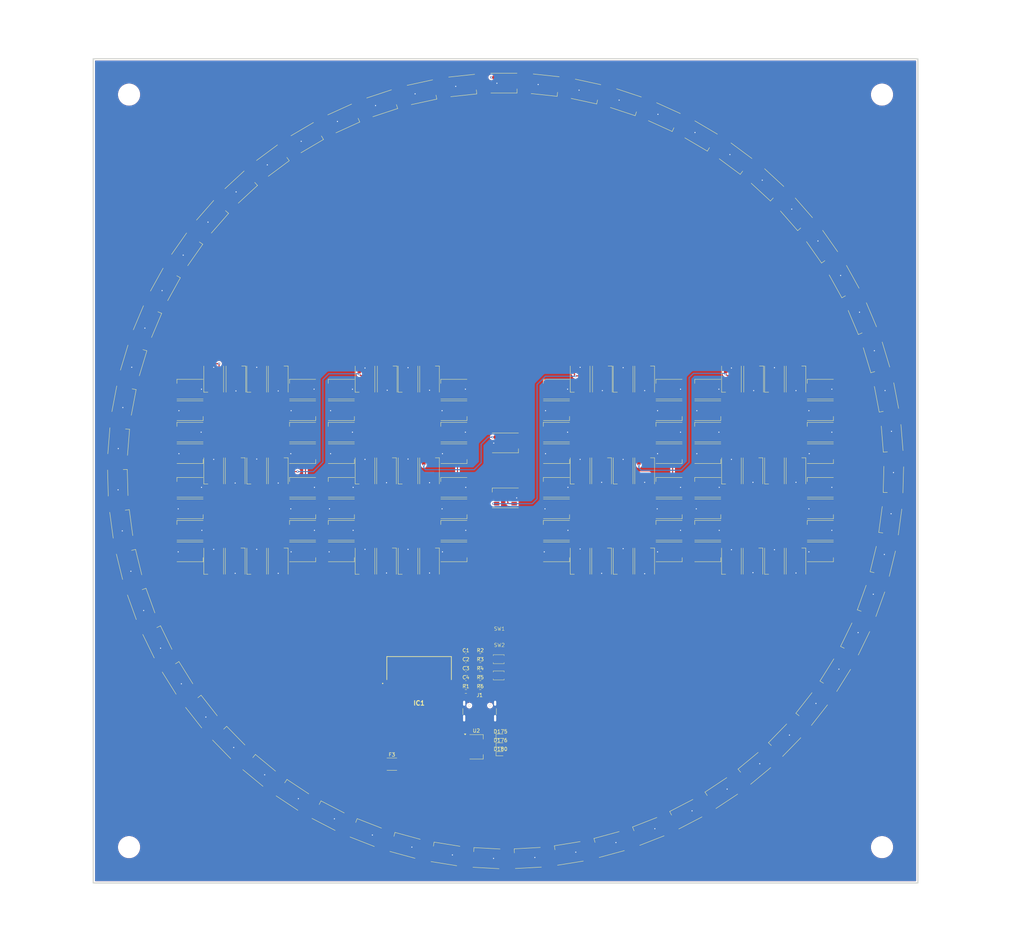
<source format=kicad_pcb>
(kicad_pcb (version 20240108) (generator "pcbnew") (generator_version "8.0")
  (layers (0 "F.Cu" signal) (1 "In1.Cu" signal) (2 "In2.Cu" signal) (31 "B.Cu" signal) (34 "B.Paste" user) (35 "F.Paste" user) (36 "B.SilkS" user "B.Silkscreen") (37 "F.SilkS" user "F.Silkscreen") (38 "B.Mask" user) (39 "F.Mask" user) (44 "Edge.Cuts" user))
  (net 0 "")
  (net 1 "GND")
  (net 2 "USB_N")
  (net 3 "USB_P")
  (net 4 "Net-(F3-Pad2)")
  (net 7 "+5V")
  (net 10 "Net-(D1-DO)")
  (net 12 "+3V3")
  (net 14 "Net-(D2-DO)")
  (net 15 "Net-(D3-DO)")
  (net 17 "Net-(D4-DO)")
  (net 20 "Net-(D5-DO)")
  (net 21 "Net-(D6-DO)")
  (net 23 "Net-(D7-DO)")
  (net 25 "Net-(D8-DO)")
  (net 27 "Net-(D10-DO)")
  (net 28 "Net-(D11-DO)")
  (net 29 "Net-(D12-DO)")
  (net 31 "Net-(D13-DO)")
  (net 32 "Net-(D14-DO)")
  (net 33 "/led_circle/LED_DO")
  (net 34 "/led_circle/LED_BO")
  (net 36 "Net-(D15-DO)")
  (net 38 "Net-(D16-DO)")
  (net 39 "Net-(D17-DO)")
  (net 40 "Net-(D18-DO)")
  (net 41 "Net-(D19-DO)")
  (net 43 "Net-(D20-DO)")
  (net 45 "Net-(D21-DO)")
  (net 46 "Net-(D22-DO)")
  (net 48 "Net-(D23-DO)")
  (net 50 "Net-(D24-DO)")
  (net 52 "Net-(D25-DO)")
  (net 54 "Net-(D26-DO)")
  (net 57 "Net-(D27-DO)")
  (net 58 "Net-(D28-DO)")
  (net 60 "Net-(D29-DO)")
  (net 61 "Net-(D30-DO)")
  (net 64 "Net-(D31-DO)")
  (net 65 "Net-(D32-DO)")
  (net 68 "Net-(D33-DO)")
  (net 70 "Net-(D34-DO)")
  (net 71 "Net-(D35-DO)")
  (net 74 "Net-(D36-DO)")
  (net 76 "Net-(D37-DO)")
  (net 77 "Net-(D38-DO)")
  (net 80 "Net-(D39-DO)")
  (net 81 "Net-(D40-DO)")
  (net 84 "Net-(D41-DO)")
  (net 86 "Net-(D42-DO)")
  (net 87 "Net-(D43-DO)")
  (net 89 "Net-(D44-DO)")
  (net 92 "Net-(D45-DO)")
  (net 93 "Net-(D46-DO)")
  (net 96 "Net-(D47-DO)")
  (net 98 "Net-(D48-DO)")
  (net 100 "Net-(D49-DO)")
  (net 101 "Net-(D50-DO)")
  (net 103 "Net-(D51-DO)")
  (net 105 "Net-(D52-DO)")
  (net 107 "Net-(D53-DO)")
  (net 109 "Net-(D54-DO)")
  (net 111 "Net-(D55-DO)")
  (net 114 "Net-(D56-DO)")
  (net 115 "Net-(D57-DO)")
  (net 116 "Net-(D58-DO)")
  (net 118 "Net-(D60-DO)")
  (net 120 "Net-(D61-DO)")
  (net 123 "Net-(D62-DO)")
  (net 124 "Net-(D63-DO)")
  (net 127 "Net-(D64-DO)")
  (net 129 "Net-(D65-DO)")
  (net 131 "Net-(D66-DO)")
  (net 133 "Net-(D67-DO)")
  (net 134 "Net-(D68-DO)")
  (net 137 "Net-(D69-DO)")
  (net 138 "Net-(D70-DO)")
  (net 141 "Net-(D71-DO)")
  (net 142 "Net-(D72-DO)")
  (net 144 "Net-(D73-DO)")
  (net 146 "Net-(D74-DO)")
  (net 149 "Net-(D75-DO)")
  (net 151 "Net-(D76-DO)")
  (net 153 "Net-(D77-DO)")
  (net 154 "Net-(D78-DO)")
  (net 157 "Net-(D79-DO)")
  (net 159 "Net-(D80-DO)")
  (net 161 "Net-(D81-DO)")
  (net 162 "Net-(D82-DO)")
  (net 165 "Net-(D83-DO)")
  (net 166 "Net-(D84-DO)")
  (net 168 "Net-(D85-DO)")
  (net 171 "Net-(D86-DO)")
  (net 173 "/led_segment/LED_DO")
  (net 174 "Net-(D88-DO)")
  (net 176 "Net-(D89-DO)")
  (net 177 "Net-(D114-DO)")
  (net 181 "Net-(D90-DO)")
  (net 182 "Net-(D91-DO)")
  (net 184 "Net-(D92-DO)")
  (net 186 "Net-(D93-DO)")
  (net 187 "Net-(D94-DO)")
  (net 189 "Net-(D95-DO)")
  (net 191 "Net-(D96-DO)")
  (net 193 "Net-(D100-BI)")
  (net 195 "Net-(D100-DO)")
  (net 198 "Net-(D101-DO)")
  (net 200 "Net-(D102-DO)")
  (net 202 "Net-(D103-DO)")
  (net 203 "Net-(D104-DO)")
  (net 205 "Net-(D105-DO)")
  (net 208 "Net-(D106-DO)")
  (net 210 "Net-(D107-DO)")
  (net 211 "Net-(D108-DO)")
  (net 214 "Net-(D109-DO)")
  (net 215 "Net-(D110-DO)")
  (net 218 "/led_segment1/LED_DO")
  (net 219 "Net-(D112-DO)")
  (net 221 "Net-(D113-DO)")
  (net 224 "Net-(D116-DO)")
  (net 225 "Net-(D118-DO)")
  (net 227 "Net-(D119-DO)")
  (net 230 "Net-(D120-DO)")
  (net 232 "Net-(D121-DO)")
  (net 233 "Net-(D122-DO)")
  (net 236 "Net-(D123-DO)")
  (net 237 "Net-(D124-DO)")
  (net 240 "Net-(D125-DO)")
  (net 242 "Net-(D126-DO)")
  (net 244 "Net-(D127-DO)")
  (net 245 "Net-(D128-DO)")
  (net 246 "Net-(D129-DO)")
  (net 249 "Net-(D130-DO)")
  (net 250 "Net-(D131-DO)")
  (net 253 "Net-(D132-DO)")
  (net 255 "Net-(D133-DO)")
  (net 256 "Net-(D134-DO)")
  (net 259 "Net-(D135-DO)")
  (net 261 "Net-(D136-DO)")
  (net 262 "Net-(D137-DO)")
  (net 265 "Net-(D138-DO)")
  (net 266 "/led_segment2/LED_DO")
  (net 269 "Net-(D140-DO)")
  (net 271 "Net-(D141-DO)")
  (net 273 "Net-(D144-DO)")
  (net 275 "Net-(D146-DO)")
  (net 276 "Net-(D147-DO)")
  (net 279 "Net-(D148-DO)")
  (net 281 "Net-(D149-DO)")
  (net 282 "Net-(D150-DO)")
  (net 285 "Net-(D151-DO)")
  (net 287 "Net-(D152-DO)")
  (net 289 "Net-(D153-DO)")
  (net 290 "Net-(D154-DO)")
  (net 292 "Net-(D155-DO)")
  (net 294 "Net-(D156-DO)")
  (net 297 "Net-(D157-DO)")
  (net 298 "Net-(D158-DO)")
  (net 300 "Net-(D159-DO)")
  (net 303 "Net-(D160-DO)")
  (net 304 "Net-(D161-DO)")
  (net 306 "Net-(D162-DO)")
  (net 307 "Net-(D163-DO)")
  (net 309 "Net-(D164-DO)")
  (net 311 "Net-(D165-DO)")
  (net 313 "Net-(D166-DO)")
  (net 314 "/led_segment3/LED_DO")
  (net 317 "Net-(D168-DO)")
  (net 319 "Net-(D169-DO)")
  (net 321 "Net-(D97-DO)")
  (net 323 "Net-(D98-DO)")
  (net 325 "Net-(D111-DO)")
  (net 328 "Net-(D139-DO)")
  (net 330 "Net-(D142-DO)")
  (net 331 "Net-(D143-DO)")
  (net 333 "Net-(D167-DO)")
  (net 335 "Net-(D170-DO)")
  (net 338 "Net-(D171-DO)")
  (net 340 "Net-(D172-DO)")
  (net 341 "LED_CIRCLE")
  (net 342 "LED_SEGMENTS")
  (net 346 "BOOT0")
  (net 350 "ESP_EN")
  (net 372 "Net-(J1-CC2)")
  (net 375 "Net-(J1-CC1)")
  (net 376 "Net-(SW1-A)")
  (net 388 "Net-(D10-BI)")
  (net 392 "/led_segment2/LED_DI")
  (net 394 "Net-(SW2-A)")
  (footprint "LED_SMD:LED_WS2812_PLCC6_5.0x5.0mm_P1.6mm" (layer "F.Cu") (at 306.8 220.2 -90)
    (property "Reference" "D113" (hide yes))
    (property "Value" "WS2813b")
  )
  (footprint "LED_SMD:LED_WS2812_PLCC6_5.0x5.0mm_P1.6mm" (layer "F.Cu") (at 283.4 224.8)
    (property "Reference" "D68" (hide yes))
    (property "Value" "WS2813b")
  )
  (footprint "LED_SMD:LED_WS2812_PLCC6_5.0x5.0mm_P1.6mm" (layer "F.Cu") (at 325.6 215.4 180)
    (property "Reference" "D95" (hide yes))
    (property "Value" "WS2813b")
  )
  (footprint "LED_SMD:LED_WS2812_PLCC6_5.0x5.0mm_P1.6mm" (layer "F.Cu") (at 396.400001 224.8)
    (property "Reference" "D165" (hide yes))
    (property "Value" "WS2813b")
  )
  (footprint "LED_SMD:LED_WS2812_PLCC6_5.0x5.0mm_P1.6mm" (layer "F.Cu") (at 415 245.4 90)
    (property "Reference" "D159" (hide yes))
    (property "Value" "WS2813b")
  )
  (footprint "LED_SMD:LED_WS2812_PLCC6_5.0x5.0mm_P1.6mm" (layer "F.Cu") (at 258.6 194.6 90)
    (property "Reference" "D60" (hide yes))
    (property "Value" "WS2813b")
  )
  (footprint "LED_SMD:LED_WS2812_PLCC6_5.0x5.0mm_P1.6mm" (layer "F.Cu") (at 431.963652 277.209904 57.9662)
    (property "Reference" "D21" (hide yes))
    (property "Value" "WS2813b")
  )
  (footprint "LED_SMD:LED_WS2812_PLCC6_5.0x5.0mm_P1.6mm" (layer "F.Cu") (at 354.200001 230.8 180)
    (property "Reference" "D136" (hide yes))
    (property "Value" "WS2813b")
  )
  (footprint "LED_SMD:LED_WS2812_PLCC6_5.0x5.0mm_P1.6mm" (layer "F.Cu") (at 354.200001 236.8)
    (property "Reference" "D135" (hide yes))
    (property "Value" "WS2813b")
  )
  (footprint "LED_SMD:LED_WS2812_PLCC6_5.0x5.0mm_P1.6mm" (layer "F.Cu") (at 354.200001 224.8)
    (property "Reference" "D137" (hide yes))
    (property "Value" "WS2813b")
  )
  (footprint "LED_SMD:LED_WS2812_PLCC6_5.0x5.0mm_P1.6mm" (layer "F.Cu") (at 264.8 194.6 -90)
    (property "Reference" "D61" (hide yes))
    (property "Value" "WS2813b")
  )
  (footprint "LED_SMD:LED_WS2812_PLCC6_5.0x5.0mm_P1.6mm" (layer "F.Cu") (at 403 245.4 90)
    (property "Reference" "D161" (hide yes))
    (property "Value" "WS2813b")
  )
  (footprint "LED_SMD:LED_WS2812_PLCC6_5.0x5.0mm_P1.6mm" (layer "F.Cu") (at 283.4 236.8)
    (property "Reference" "D70" (hide yes))
    (property "Value" "WS2813b")
  )
  (footprint "LED_SMD:LED_WS2812_PLCC6_5.0x5.0mm_P1.6mm" (layer "F.Cu") (at 378.8 220.2 -90)
    (property "Reference" "D145" (hide yes))
    (property "Value" "WS2813b")
  )
  (footprint "Resistor_SMD:R_0603_1608Metric" (layer "F.Cu") (at 332.9474 279.254)
    (property "Reference" "R5")
    (property "Value" "12k")
  )
  (footprint "LED_SMD:LED_WS2812_PLCC6_5.0x5.0mm_P1.6mm" (layer "F.Cu") (at 360.8 220.2 90)
    (property "Reference" "D142" (hide yes))
    (property "Value" "WS2813b")
  )
  (footprint "LED_SMD:LED_WS2812_PLCC6_5.0x5.0mm_P1.6mm" (layer "F.Cu") (at 252 203.4 180)
    (property "Reference" "D82" (hide yes))
    (property "Value" "WS2813b")
  )
  (footprint "Resistor_SMD:R_0603_1608Metric" (layer "F.Cu") (at 328.9374 281.764)
    (property "Reference" "R1")
    (property "Value" "5k1")
  )
  (footprint "MountingHole:MountingHole_3.2mm_M3" (layer "F.Cu") (at 445 325.2)
    (property "Reference" "H3" (hide yes))
    (property "Value" "MountingHole")
  )
  (footprint "ProjectFootprints:B3U-1000P" (layer "F.Cu") (at 338.0936 277.3018)
    (property "Reference" "SW2")
    (property "Value" "B3U-1000P")
  )
  (footprint "LED_SMD:LED_WS2812_PLCC6_5.0x5.0mm_P1.6mm" (layer "F.Cu") (at 354.200001 242.8 180)
    (property "Reference" "D134" (hide yes))
    (property "Value" "WS2813b")
  )
  (footprint "LED_SMD:LED_WS2812_PLCC6_5.0x5.0mm_P1.6mm" (layer "F.Cu") (at 396.4 197.4)
    (property "Reference" "D169" (hide yes))
    (property "Value" "WS2813b")
  )
  (footprint "LED_SMD:LED_WS2812_PLCC6_5.0x5.0mm_P1.6mm" (layer "F.Cu") (at 312.8 194.6 90)
    (property "Reference" "D90" (hide yes))
    (property "Value" "WS2813b")
  )
  (footprint "Package_TO_SOT_SMD:SOT-223-3_TabPin2" (layer "F.Cu") (at 331.8574 297.209)
    (property "Reference" "U2")
    (property "Value" "TLV1117LV33DCYR")
  )
  (footprint "LED_SMD:LED_WS2812_PLCC6_5.0x5.0mm_P1.6mm" (layer "F.Cu") (at 283.4 215.4 180)
    (property "Reference" "D67" (hide yes))
    (property "Value" "WS2813b")
  )
  (footprint "LED_SMD:LED_WS2812_PLCC6_5.0x5.0mm_P1.6mm" (layer "F.Cu") (at 427.8 230.8 180)
    (property "Reference" "D155" (hide yes))
    (property "Value" "WS2813b")
  )
  (footprint "LED_SMD:LED_WS2812_PLCC6_5.0x5.0mm_P1.6mm" (layer "F.Cu") (at 427.8 215.4 180)
    (property "Reference" "D153" (hide yes))
    (property "Value" "WS2813b")
  )
  (footprint "LED_SMD:LED_WS2812_PLCC6_5.0x5.0mm_P1.6mm" (layer "F.Cu") (at 385.6 197.399999)
    (property "Reference" "D122" (hide yes))
    (property "Value" "WS2813b")
  )
  (footprint "LED_SMD:LED_WS2812_PLCC6_5.0x5.0mm_P1.6mm" (layer "F.Cu") (at 232.817045 235.007316 -82.37267)
    (property "Reference" "D44" (hide yes))
    (property "Value" "WS2813b")
  )
  (footprint "LED_SMD:LED_WS2812_PLCC6_5.0x5.0mm_P1.6mm" (layer "F.Cu") (at 236.2769 189.394789 -106.77943)
    (property "Reference" "D48" (hide yes))
    (property "Value" "WS2813b")
  )
  (footprint "LED_SMD:LED_WS2812_PLCC6_5.0x5.0mm_P1.6mm" (layer "F.Cu") (at 384.299739 121.483357 155.59324)
    (property "Reference" "D5" (hide yes))
    (property "Value" "WS2813b")
  )
  (footprint "LED_SMD:LED_WS2812_PLCC6_5.0x5.0mm_P1.6mm" (layer "F.Cu") (at 300.8 245.4 90)
    (property "Reference" "D103" (hide yes))
    (property "Value" "WS2813b")
  )
  (footprint "LED_SMD:LED_WS2812_PLCC6_5.0x5.0mm_P1.6mm" (layer "F.Cu") (at 447.302482 234.114736 82.37296)
    (property "Reference" "D17" (hide yes))
    (property "Value" "WS2813b")
  )
  (footprint "LED_SMD:LED_WS2812_PLCC6_5.0x5.0mm_P1.6mm" (layer "F.Cu") (at 396.400001 203.4 180)
    (property "Reference" "D168" (hide yes))
    (property "Value" "WS2813b")
  )
  (footprint "LED_SMD:LED_WS2812_PLCC6_5.0x5.0mm_P1.6mm" (layer "F.Cu") (at 372.8 245.4 90)
    (property "Reference" "D131" (hide yes))
    (property "Value" "WS2813b")
  )
  (footprint "Diode_SMD:D_SOD-523" (layer "F.Cu") (at 338.6024 296.684)
    (property "Reference" "D176")
    (property "Value" "ESD5Zxx")
  )
  (footprint "LED_SMD:LED_WS2812_PLCC6_5.0x5.0mm_P1.6mm" (layer "F.Cu") (at 409 245.4 -90)
    (property "Reference" "D160" (hide yes))
    (property "Value" "WS2813b")
  )
  (footprint "LED_SMD:LED_WS2812_PLCC6_5.0x5.0mm_P1.6mm" (layer "F.Cu") (at 447.819145 211.118448 94.57634)
    (property "Reference" "D15" (hide yes))
    (property "Value" "WS2813b")
  )
  (footprint "LED_SMD:LED_WS2812_PLCC6_5.0x5.0mm_P1.6mm" (layer "F.Cu") (at 252 230.8 180)
    (property "Reference" "D78" (hide yes))
    (property "Value" "WS2813b")
  )
  (footprint "LED_SMD:LED_WS2812_PLCC6_5.0x5.0mm_P1.6mm" (layer "F.Cu") (at 396.400001 230.8 180)
    (property "Reference" "D164" (hide yes))
    (property "Value" "WS2813b")
  )
  (footprint "LED_SMD:LED_WS2812_PLCC6_5.0x5.0mm_P1.6mm" (layer "F.Cu") (at 427.8 203.399999 180)
    (property "Reference" "D151" (hide yes))
    (property "Value" "WS2813b")
  )
  (footprint "LED_SMD:LED_WS2812_PLCC6_5.0x5.0mm_P1.6mm" (layer "F.Cu") (at 428.281658 157.639698 125.08479)
    (property "Reference" "D10" (hide yes))
    (property "Value" "WS2813b")
  )
  (footprint "LED_SMD:LED_WS2812_PLCC6_5.0x5.0mm_P1.6mm" (layer "F.Cu") (at 258.6 245.4 90)
    (property "Reference" "D75" (hide yes))
    (property "Value" "WS2813b")
  )
  (footprint "LED_SMD:LED_WS2812_PLCC6_5.0x5.0mm_P1.6mm" (layer "F.Cu") (at 396.400001 242.8 180)
    (property "Reference" "D162" (hide yes))
    (property "Value" "WS2813b")
  )
  (footprint "LED_SMD:LED_WS2812_PLCC6_5.0x5.0mm_P1.6mm" (layer "F.Cu") (at 264.6 245.4 -90)
    (property "Reference" "D74" (hide yes))
    (property "Value" "WS2813b")
  )
  (footprint "LED_SMD:LED_WS2812_PLCC6_5.0x5.0mm_P1.6mm" (layer "F.Cu") (at 421 194.6 -90)
    (property "Reference" "D149" (hide yes))
    (property "Value" "WS2813b")
  )
  (footprint "LED_SMD:LED_WS2812_PLCC6_5.0x5.0mm_P1.6mm" (layer "F.Cu") (at 276.6 245.4 -90)
    (property "Reference" "D72" (hide yes))
    (property "Value" "WS2813b")
  )
  (footprint "LED_SMD:LED_WS2812_PLCC6_5.0x5.0mm_P1.6mm" (layer "F.Cu") (at 385.6 224.8)
    (property "Reference" "D126" (hide yes))
    (property "Value" "WS2813b")
  )
  (footprint "LED_SMD:LED_WS2812_PLCC6_5.0x5.0mm_P1.6mm" (layer "F.Cu") (at 276.6 194.6 -90)
    (property "Reference" "D63" (hide yes))
    (property "Value" "WS2813b")
  )
  (footprint "LED_SMD:LED_WS2812_PLCC6_5.0x5.0mm_P1.6mm" (layer "F.Cu") (at 325.6 242.8 180)
    (property "Reference" "D99" (hide yes))
    (property "Value" "WS2813b")
  )
  (footprint "Resistor_SMD:R_0603_1608Metric" (layer "F.Cu") (at 332.9474 274.234)
    (property "Reference" "R3")
    (property "Value" "12k")
  )
  (footprint "LED_SMD:LED_WS2812_PLCC6_5.0x5.0mm_P1.6mm" (layer "F.Cu") (at 372.8 194.6 90)
    (property "Reference" "D120" (hide yes))
    (property "Value" "WS2813b")
  )
  (footprint "LED_SMD:LED_WS2812_PLCC6_5.0x5.0mm_P1.6mm" (layer "F.Cu") (at 378.8 194.6 -90)
    (property "Reference" "D121" (hide yes))
    (property "Value" "WS2813b")
  )
  (footprint "LED_SMD:LED_WS2812_PLCC6_5.0x5.0mm_P1.6mm" (layer "F.Cu") (at 421 245.4 -90)
    (property "Reference" "D158" (hide yes))
    (property "Value" "WS2813b")
  )
  (footprint "LED_SMD:LED_WS2812_PLCC6_5.0x5.0mm_P1.6mm" (layer "F.Cu") (at 252 209.4)
    (property "Reference" "D81" (hide yes))
    (property "Value" "WS2813b")
  )
  (footprint "LED_SMD:LED_WS2812_PLCC6_5.0x5.0mm_P1.6mm" (layer "F.Cu") (at 415 194.6 90)
    (property "Reference" "D148" (hide yes))
    (property "Value" "WS2813b")
  )
  (footprint "LED_SMD:LED_WS2812_PLCC6_5.0x5.0mm_P1.6mm" (layer "F.Cu") (at 351.053495 112.565142 173.89831)
    (property "Reference" "D2" (hide yes))
    (property "Value" "WS2813b")
  )
  (footprint "Capacitor_SMD:C_0603_1608Metric" (layer "F.Cu") (at 328.9374 271.724)
    (property "Reference" "C1")
    (property "Value" "100n")
  )
  (footprint "LED_SMD:LED_WS2812_PLCC6_5.0x5.0mm_P1.6mm" (layer "F.Cu") (at 283.4 242.8 180)
    (property "Reference" "D71" (hide yes))
    (property "Value" "WS2813b")
  )
  (footprint "LED_SMD:LED_WS2812_PLCC6_5.0x5.0mm_P1.6mm" (layer "F.Cu") (at 294.200001 224.8)
    (property "Reference" "D107" (hide yes))
    (property "Value" "WS2813b")
  )
  (footprint "LED_SMD:LED_WS2812_PLCC6_5.0x5.0mm_P1.6mm" (layer "F.Cu") (at 427.8 197.399999)
    (property "Reference" "D150" (hide yes))
    (property "Value" "WS2813b")
  )
  (footprint "Capacitor_SMD:C_0603_1608Metric" (layer "F.Cu") (at 328.9374 279.254)
    (property "Reference" "C4")
    (property "Value" "1uF")
  )
  (footprint "LED_SMD:LED_WS2812_PLCC6_5.0x5.0mm_P1.6mm" (layer "F.Cu") (at 305.589178 117.616679 -161.69464)
    (property "Reference" "D57" (hide yes))
    (property "Value" "WS2813b")
  )
  (footprint "LED_SMD:LED_WS2812_PLCC6_5.0x5.0mm_P1.6mm" (layer "F.Cu") (at 294.200001 242.8 180)
    (property "Reference" "D104" (hide yes))
    (property "Value" "WS2813b")
  )
  (footprint "LED_SMD:LED_WS2812_PLCC6_5.0x5.0mm_P1.6mm" (layer "F.Cu") (at 403 194.6 90)
    (property "Reference" "D146" (hide yes))
    (property "Value" "WS2813b")
  )
  (footprint "LED_SMD:LED_WS2812_PLCC6_5.0x5.0mm_P1.6mm" (layer "F.Cu") (at 439.510945 177.71454 112.88141)
    (property "Reference" "D12" (hide yes))
    (property "Value" "WS2813b")
  )
  (footprint "LED_SMD:LED_WS2812_PLCC6_5.0x5.0mm_P1.6mm" (layer "F.Cu") (at 316.688052 114.540189 -167.79633)
    (property "Reference" "D58" (hide yes))
    (property "Value" "WS2813b")
  )
  (footprint "LED_SMD:LED_WS2812_PLCC6_5.0x5.0mm_P1.6mm" (layer "F.Cu") (at 409.2 194.6 -90)
    (property "Reference" "D147" (hide yes))
    (property "Value" "WS2813b")
  )
  (footprint "LED_SMD:LED_WS2812_PLCC6_5.0x5.0mm_P1.6mm" (layer "F.Cu") (at 300.8 220.2 90)
    (property "Reference" "D112" (hide yes))
    (property "Value" "WS2813b")
  )
  (footprint "LED_SMD:LED_WS2812_PLCC6_5.0x5.0mm_P1.6mm" (layer "F.Cu") (at 271.288663 303.783459 -39.66084)
    (property "Reference" "D37" (hide yes))
    (property "Value" "WS2813b")
  )
  (footprint "LED_SMD:LED_WS2812_PLCC6_5.0x5.0mm_P1.6mm" (layer "F.Cu") (at 323.233885 327.094059 -9.15239)
    (property "Reference" "D32" (hide yes))
    (property "Value" "WS2813b")
  )
  (footprint "LED_SMD:LED_WS2812_PLCC6_5.0x5.0mm_P1.6mm" (layer "F.Cu") (at 251.20072 158.376619 -125.0845)
    (property "Reference" "D51" (hide yes))
    (property "Value" "WS2813b")
  )
  (footprint "LED_SMD:LED_WS2812_PLCC6_5.0x5.0mm_P1.6mm" (layer "F.Cu") (at 354.200001 203.4 180)
    (property "Reference" "D140" (hide yes))
    (property "Value" "WS2813b")
  )
  (footprint "LED_SMD:LED_WS2812_PLCC6_5.0x5.0mm_P1.6mm" (layer "F.Cu") (at 372.8 220.2 90)
    (property "Reference" "D144" (hide yes))
    (property "Value" "WS2813b")
  )
  (footprint "LED_SMD:LED_WS2812_PLCC6_5.0x5.0mm_P1.6mm" (layer "F.Cu") (at 252 236.8)
    (property "Reference" "D77" (hide yes))
    (property "Value" "WS2813b")
  )
  (footprint "LED_SMD:LED_WS2812_PLCC6_5.0x5.0mm_P1.6mm" (layer "F.Cu") (at 441.936482 256.482173 70.16958)
    (property "Reference" "D19" (hide yes))
    (property "Value" "WS2813b")
  )
  (footprint "LED_SMD:LED_WS2812_PLCC6_5.0x5.0mm_P1.6mm" (layer "F.Cu") (at 409.40461 303.20869 39.66113)
    (property "Reference" "D24" (hide yes))
    (property "Value" "WS2813b")
  )
  (footprint "LED_SMD:LED_WS2812_PLCC6_5.0x5.0mm_P1.6mm" (layer "F.Cu") (at 318.8 194.6 -90)
    (property "Reference" "D91" (hide yes))
    (property "Value" "WS2813b")
  )
  (footprint "LED_SMD:LED_WS2812_PLCC6_5.0x5.0mm_P1.6mm" (layer "F.Cu") (at 258.6 220.2 90)
    (property "Reference" "D84" (hide yes))
    (property "Value" "WS2813b")
  )
  (footprint "Diode_SMD:D_SOD-523" (layer "F.Cu") (at 338.6024 294.234)
    (property "Reference" "D175")
    (property "Value" "ESD5Zxx")
  )
  (footprint "LED_SMD:LED_WS2812_PLCC6_5.0x5.0mm_P1.6mm" (layer "F.Cu") (at 252 215.4 180)
    (property "Reference" "D80" (hide yes))
    (property "Value" "WS2813b")
  )
  (footprint "LED_SMD:LED_WS2812_PLCC6_5.0x5.0mm_P1.6mm" (layer "F.Cu") (at 262.793556 296.006381 -45.76253)
    (property "Reference" "D38" (hide yes))
    (property "Value" "WS2813b")
  )
  (footprint "LED_SMD:LED_WS2812_PLCC6_5.0x5.0mm_P1.6mm" (layer "F.Cu") (at 325.6 197.399999)
    (property "Reference" "D92" (hide yes))
    (property "Value" "WS2813b")
  )
  (footprint "LED_SMD:LED_WS2812_PLCC6_5.0x5.0mm_P1.6mm" (layer "F.Cu") (at 312.8 245.4 90)
    (property "Reference" "D101" (hide yes))
    (property "Value" "WS2813b")
  )
  (footprint "LED_SMD:LED_WS2812_PLCC6_5.0x5.0mm_P1.6mm" (layer "F.Cu") (at 400.188143 310.115682 33.55944)
    (property "Reference" "D25" (hide yes))
    (property "Value" "WS2813b")
  )
  (footprint "LED_SMD:LED_WS2812_PLCC6_5.0x5.0mm_P1.6mm" (layer "F.Cu") (at 301.017213 321.134557 -21.35577)
    (property "Reference" "D34" (hide yes))
    (property "Value" "WS2813b")
  )
  (footprint "LED_SMD:LED_WS2812_PLCC6_5.0x5.0mm_P1.6mm" (layer "F.Cu") (at 283.4 230.8 180)
    (property "Reference" "D69" (hide yes))
    (property "Value" "WS2813b")
  )
  (footprint "LED_SMD:LED_WS2812_PLCC6_5.0x5.0mm_P1.6mm" (layer "F.Cu") (at 385.6 203.399999 180)
    (property "Reference" "D123" (hide yes))
    (property "Value" "WS2813b")
  )
  (footprint "LED_SMD:LED_WS2812_PLCC6_5.0x5.0mm_P1.6mm" (layer "F.Cu") (at 325.6 230.8 180)
    (property "Reference" "D97" (hide yes))
    (property "Value" "WS2813b")
  )
  (footprint "LED_SMD:LED_WS2812_PLCC6_5.0x5.0mm_P1.6mm" (layer "F.Cu") (at 234.998177 246.316271 -76.27098)
    (property "Reference" "D43" (hide yes))
    (property "Value" "WS2813b")
  )
  (footprint "LED_SMD:LED_WS2812_PLCC6_5.0x5.0mm_P1.6mm" (layer "F.Cu") (at 318.8 220.2 -90)
    (property "Reference" "D115" (hide yes))
    (property "Value" "WS2813b")
  )
  (footprint "LED_SMD:LED_WS2812_PLCC6_5.0x5.0mm_P1.6mm" (layer "F.Cu") (at 448.173637 222.630361 88.47465)
    (property "Reference" "D16" (hide yes))
    (property "Value" "WS2813b")
  )
  (footprint "LED_SMD:LED_WS2812_PLCC6_5.0x5.0mm_P1.6mm" (layer "F.Cu") (at 232.109005 212.016125 -94.57605)
    (property "Reference" "D46" (hide yes))
    (property "Value" "WS2813b")
  )
  (footprint "LED_SMD:LED_WS2812_PLCC6_5.0x5.0mm_P1.6mm" (layer "F.Cu") (at 385.6 242.8 180)
    (property "Reference" "D129" (hide yes))
    (property "Value" "WS2813b")
  )
  (footprint "LED_SMD:LED_WS2812_PLCC6_5.0x5.0mm_P1.6mm" (layer "F.Cu") (at 339.95 227.75)
    (property "Reference" "D117" (hide yes))
    (property "Value" "WS2813b")
  )
  (footprint "LED_SMD:LED_WS2812_PLCC6_5.0x5.0mm_P1.6mm" (layer "F.Cu") (at 283.4 197.4)
    (property "Reference" "D64" (hide yes))
    (property "Value" "WS2813b")
  )
  (footprint "LED_SMD:LED_WS2812_PLCC6_5.0x5.0mm_P1.6mm" (layer "F.Cu") (at 294.200001 203.4 180)
    (property "Reference" "D110" (hide yes))
    (property "Value" "WS2813b")
  )
  (footprint "LED_SMD:LED_WS2812_PLCC6_5.0x5.0mm_P1.6mm" (layer "F.Cu") (at 240.138902 178.544226 -112.88112)
    (property "Reference" "D49" (hide yes))
    (property "Value" "WS2813b")
  )
  (footprint "LED_SMD:LED_WS2812_PLCC6_5.0x5.0mm_P1.6mm" (layer "F.Cu") (at 366.8 220.2 -90)
    (property "Reference" "D143" (hide yes))
    (property "Value" "WS2813b")
  )
  (footprint "LED_SMD:LED_WS2812_PLCC6_5.0x5.0mm_P1.6mm" (layer "F.Cu") (at 379.8215 320.806613 21.35606)
    (property "Reference" "D27" (hide yes))
    (property "Value" "WS2813b")
  )
  (footprint "LED_SMD:LED_WS2812_PLCC6_5.0x5.0mm_P1.6mm" (layer "F.Cu") (at 425.382884 286.662061 51.86451)
    (property "Reference" "D22" (hide yes))
    (property "Value" "WS2813b")
  )
  (footprint "Capacitor_SMD:C_0603_1608Metric" (layer "F.Cu") (at 328.9374 276.744)
    (property "Reference" "C3")
    (property "Value" "1uF")
  )
  (footprint "LED_SMD:LED_WS2812_PLCC6_5.0x5.0mm_P1.6mm" (layer "F.Cu") (at 362.43175 114.349827 167.79662)
    (property "Reference" "D3" (hide yes))
    (property "Value" "WS2813b")
  )
  (footprint "LED_SMD:LED_WS2812_PLCC6_5.0x5.0mm_P1.6mm" (layer "F.Cu") (at 396.400001 215.4 180)
    (property "Reference" "D166" (hide yes))
    (property "Value" "WS2813b")
  )
  (footprint "LED_SMD:LED_WS2812_PLCC6_5.0x5.0mm_P1.6mm" (layer "F.Cu") (at 270.6 194.6 90)
    (property "Reference" "D62" (hide yes))
    (property "Value" "WS2813b")
  )
  (footprint "LED_SMD:LED_WS2812_PLCC6_5.0x5.0mm_P1.6mm" (layer "F.Cu") (at 266.275658 141.003006 -137.28788)
    (property "Reference" "D53" (hide yes))
    (property "Value" "WS2813b")
  )
  (footprint "LED_SMD:LED_WS2812_PLCC6_5.0x5.0mm_P1.6mm" (layer "F.Cu") (at 318.8 245.4 -90)
    (property "Reference" "D100" (hide yes))
    (property "Value" "WS2813b")
  )
  (footprint "LED_SMD:LED_WS2812_PLCC6_5.0x5.0mm_P1.6mm" (layer "F.Cu") (at 294.2 197.4)
    (property "Reference" "D111" (hide yes))
    (property "Value" "WS2813b")
  )
  (footprint "LED_SMD:LED_WS2812_PLCC6_5.0x5.0mm_P1.6mm" (layer "F.Cu") (at 446.24302 199.709434 100.67803)
    (property "Reference" "D14" (hide yes))
    (property "Value" "WS2813b")
  )
  (footprint "LED_SMD:LED_WS2812_PLCC6_5.0x5.0mm_P1.6mm" (layer "F.Cu") (at 325.6 209.399999)
    (property "Reference" "D94" (hide yes))
    (property "Value" "WS2813b")
  )
  (footprint "LED_SMD:LED_WS2812_PLCC6_5.0x5.0mm_P1.6mm" (layer "F.Cu") (at 378.8 245.4 -90)
    (property "Reference" "D130" (hide yes))
    (property "Value" "WS2813b")
  )
  (footprint "LED_SMD:LED_WS2812_PLCC6_5.0x5.0mm_P1.6mm" (layer "F.Cu") (at 283.4 203.4 180)
    (property "Reference" "D65" (hide yes))
    (property "Value" "WS2813b")
  )
  (footprint "LED_SMD:LED_WS2812_PLCC6_5.0x5.0mm_P1.6mm" (layer "F.Cu") (at 328.051059 112.660866 -173.89802)
    (property "Reference" "D59" (hide yes))
    (property "Value" "WS2813b")
  )
  (footprint "LED_SMD:LED_WS2812_PLCC6_5.0x5.0mm_P1.6mm" (layer "F.Cu") (at 290.50938 316.41913 -27.45746)
    (property "Reference" "D35" (hide yes))
    (property "Value" "WS2813b")
  )
  (footprint "LED_SMD:LED_WS2812_PLCC6_5.0x5.0mm_P1.6mm" (layer "F.Cu") (at 417.834695 295.361178 45.76282)
    (property "Reference" "D23" (hide yes))
    (property "Value" "WS2813b")
  )
  (footprint "LED_SMD:LED_WS2812_PLCC6_5.0x5.0mm_P1.6mm" (layer "F.Cu") (at 354.2 197.4)
    (property "Reference" "D141" (hide yes))
    (property "Value" "WS2813b")
  )
  (footprint "LED_SMD:LED_WS2812_PLCC6_5.0x5.0mm_P1.6mm" (layer "F.Cu") (at 242.89138 267.921676 -64.0676)
    (property "Reference" "D41" (hide yes))
    (property "Value" "WS2813b")
  )
  (footprint "LED_SMD:LED_WS2812_PLCC6_5.0x5.0mm_P1.6mm" (layer "F.Cu") (at 270.6 220.2 90)
    (property "Reference" "D86" (hide yes))
    (property "Value" "WS2813b")
  )
  (footprint "LED_SMD:LED_WS2812_PLCC6_5.0x5.0mm_P1.6mm" (layer "F.Cu") (at 346.20827 328.222682 3.05099)
    (property "Reference" "D30" (hide yes))
    (property "Value" "WS2813b")
  )
  (footprint "LED_SMD:LED_WS2812_PLCC6_5.0x5.0mm_P1.6mm" (layer "F.Cu") (at 427.8 209.399999)
    (property "Reference" "D152" (hide yes))
    (property "Value" "WS2813b")
  )
  (footprint "LED_SMD:LED_WS2812_PLCC6_5.0x5.0mm_P1.6mm" (layer "F.Cu") (at 306.8 245.4 -90)
    (property "Reference" "D102" (hide yes))
    (property "Value" "WS2813b")
  )
  (footprint "LED_SMD:LED_WS2812_PLCC6_5.0x5.0mm_P1.6mm" (layer "F.Cu") (at 396.400001 236.8)
    (property "Reference" "D163" (hide yes))
    (property "Value" "WS2813b")
  )
  (footprint "LED_SMD:LED_WS2812_PLCC6_5.0x5.0mm_P1.6mm" (layer "F.Cu") (at 312.8 220.2 90)
    (property "Reference" "D114" (hide yes))
    (property "Value" "WS2813b")
  )
  (footprint "LED_SMD:LED_WS2812_PLCC6_5.0x5.0mm_P1.6mm" (layer "F.Cu") (at 276.6 220.2 -90)
    (property "Reference" "D87" (hide yes))
    (property "Value" "WS2813b")
  )
  (footprint "MountingHole:MountingHole_3.2mm_M3" (layer "F.Cu") (at 445 115.2)
    (property "Reference" "H2" (hide yes))
    (property "Value" "MountingHole")
  )
  (footprint "LED_SMD:LED_WS2812_PLCC6_5.0x5.0mm_P1.6mm" (layer "F.Cu") (at 258.275202 149.288083 -131.18619)
    (property "Reference" "D52" (hide yes))
    (property "Value" "WS2813b")
  )
  (footprint "Resistor_SMD:R_0603_1608Metric" (layer "F.Cu") (at 332.9474 281.764)
    (property "Reference" "R6")
    (property "Value" "470R")
  )
  (footprint "LED_SMD:LED_WS2812_PLCC6_5.0x5.0mm_P1.6mm" (layer "F.Cu") (at 360.8 245.4 90)
    (property "Reference" "D133" (hide yes))
    (property "Value" "WS2813b")
  )
  (footprint "LED_SMD:LED_WS2812_PLCC6_5.0x5.0mm_P1.6mm" (layer "F.Cu") (at 270.6 245.4 90)
    (property "Reference" "D73" (hide yes))
    (property "Value" "WS2813b")
  )
  (footprint "LED_SMD:LED_WS2812_PLCC6_5.0x5.0mm_P1.6mm" (layer "F.Cu") (at 238.369019 257.329318 -70.16929)
    (property "Reference" "D42" (hide yes))
    (property "Value" "WS2813b")
  )
  (footprint "LED_SMD:LED_WS2812_PLCC6_5.0x5.0mm_P1.6mm" (layer "F.Cu") (at 443.463121 188.532585 106.77972)
    (property "Reference" "D13" (hide yes))
    (property "Value" "WS2813b")
  )
  (footprint "LED_SMD:LED_WS2812_PLCC6_5.0x5.0mm_P1.6mm" (layer "F.Cu") (at 360.8 194.6 90)
    (property "Reference" "D118" (hide yes))
    (property "Value" "WS2813b")
  )
  (footprint "LED_SMD:LED_WS2812_PLCC6_5.0x5.0mm_P1.6mm" (layer "F.Cu") (at 404.165683 133.078202 143.38986)
    (property "Reference" "D7" (hide yes))
    (property "Value" "WS2813b")
  )
  (footprint "LED_SMD:LED_WS2812_PLCC6_5.0x5.0mm_P1.6mm" (layer "F.Cu") (at 357.655197 326.950815 9.15268)
    (property "Reference" "D29" (hide yes))
    (property "Value" "WS2813b")
  )
  (footprint "Capacitor_SMD:C_0603_1608Metric" (layer "F.Cu") (at 328.9374 274.234)
    (property "Reference" "C2")
    (property "Value" "22u")
  )
  (footprint "LED_SMD:LED_WS2812_PLCC6_5.0x5.0mm_P1.6mm" (layer "F.Cu") (at 307 194.6 -90)
    (property "Reference" "D89" (hide yes))
    (property "Value" "WS2813b")
  )
  (footprint "MountingHole:MountingHole_3.2mm_M3" (layer "F.Cu") (at 235 115.2)
    (property "Reference" "H1" (hide yes))
    (property "Value" "MountingHole")
  )
  (footprint "LED_SMD:LED_WS2812_PLCC6_5.0x5.0mm_P1.6mm" (layer "F.Cu") (at 248.514018 277.973329 -57.96591)
    (property "Reference" "D40" (hide yes))
    (property "Value" "WS2813b")
  )
  (footprint "LED_SMD:LED_WS2812_PLCC6_5.0x5.0mm_P1.6mm" (layer "F.Cu") (at 385.6 230.8 180)
    (property "Reference" "D127" (hide yes))
    (property "Value" "WS2813b")
  )
  (footprint "LED_SMD:LED_WS2812_PLCC6_5.0x5.0mm_P1.6mm" (layer "F.Cu") (at 427.8 242.8 180)
    (property "Reference" "D157" (hide yes))
    (property "Value" "WS2813b")
  )
  (footprint "LED_SMD:LED_WS2812_PLCC6_5.0x5.0mm_P1.6mm" (layer "F.Cu") (at 366.8 245.4 -90)
    (property "Reference" "D132" (hide yes))
    (property "Value" "WS2813b")
  )
  (footprint "LED_SMD:LED_WS2812_PLCC6_5.0x5.0mm_P1.6mm" (layer "F.Cu") (at 445.215548 245.441452 76.27127)
    (property "Reference" "D18" (hide yes))
    (property "Value" "WS2813b")
  )
  (footprint "LED_SMD:LED_WS2812_PLCC6_5.0x5.0mm_P1.6mm" (layer "F.Cu") (at 413.062644 140.392153 137.28817)
    (property "Reference" "D8" (hide yes))
    (property "Value" "WS2813b")
  )
  (footprint "LED_SMD:LED_WS2812_PLCC6_5.0x5.0mm_P1.6mm" (layer "F.Cu") (at 437.502437 267.111803 64.06789)
    (property "Reference" "D20" (hide yes))
    (property "Value" "WS2813b")
  )
  (footprint "LED_SMD:LED_WS2812_PLCC6_5.0x5.0mm_P1.6mm" (layer "F.Cu") (at 283.4 209.4)
    (property "Reference" "D66" (hide yes))
    (property "Value" "WS2813b")
  )
  (footprint "MountingHole:MountingHole_3.2mm_M3" (layer "F.Cu") (at 235 325.2)
    (property "Reference" "H4" (hide yes))
    (property "Value" "MountingHole")
  )
  (footprint "LED_SMD:LED_WS2812_PLCC6_5.0x5.0mm_P1.6mm" (layer "F.Cu") (at 245.132368 168.165638 -118.98281)
    (property "Reference" "D50" (hide yes))
    (property "Value" "WS2813b")
  )
  (footprint "LED_SMD:LED_WS2812_PLCC6_5.0x5.0mm_P1.6mm" (layer "F.Cu") (at 280.562296 310.613505 -33.55915)
    (property "Reference" "D36" (hide yes))
    (property "Value" "WS2813b")
  )
  (footprint "LED_SMD:LED_WS2812_PLCC6_5.0x5.0mm_P1.6mm" (layer "F.Cu") (at 325.6 203.399999 180)
    (property "Reference" "D93" (hide yes))
    (property "Value" "WS2813b")
  )
  (footprint "LED_SMD:LED_WS2812_PLCC6_5.0x5.0mm_P1.6mm" (layer "F.Cu") (at 294.200001 209.4)
    (property "Reference" "D109" (hide yes))
    (property "Value" "WS2813b")
  )
  (footprint "LED_SMD:LED_WS2812_PLCC6_5.0x5.0mm_P1.6mm" (layer "F.Cu") (at 421 220.2 -90)
    (property "Reference" "D173" (hide yes))
    (property "Value" "WS2813b")
  )
  (footprint "LED_SMD:LED_WS2812_PLCC6_5.0x5.0mm_P1.6mm" (layer "F.Cu") (at 252 242.8 180)
    (property "Reference" "D76" (hide yes))
    (property "Value" "WS2813b")
  )
  (footprint "LED_SMD:LED_WS2812_PLCC6_5.0x5.0mm_P1.6mm" (layer "F.Cu") (at 385.6 215.4 180)
    (property "Reference" "D125" (hide yes))
    (property "Value" "WS2813b")
  )
  (footprint "LED_SMD:LED_WS2812_PLCC6_5.0x5.0mm_P1.6mm" (layer "F.Cu") (at 354.200001 209.4)
    (property "Reference" "D139" (hide yes))
    (property "Value" "WS2813b")
  )
  (footprint "LED_SMD:LED_WS2812_PLCC6_5.0x5.0mm_P1.6mm" (layer "F.Cu") (at 325.6 236.8)
    (property "Reference" "D98" (hide yes))
    (property "Value" "WS2813b")
  )
  (footprint "LED_SMD:LED_WS2812_PLCC6_5.0x5.0mm_P1.6mm" (layer "F.Cu") (at 233.59012 200.594388 -100.67774)
    (property "Reference" "D47" (hide yes))
    (property "Value" "WS2813b")
  )
  (footprint "Diode_SMD:D_SOD-523" (layer "F.Cu") (at 338.6024 299.134)
    (property "Reference" "D180")
    (property "Value" "ESD5Zxx")
  )
  (footprint "LED_SMD:LED_WS2812_PLCC6_5.0x5.0mm_P1.6mm" (layer "F.Cu") (at 390.289723 316.003895 27.45775)
    (property "Reference" "D26" (hide yes))
    (property "Value" "WS2813b")
  )
  (footprint "LED_SMD:LED_WS2812_PLCC6_5.0x5.0mm_P1.6mm" (layer "F.Cu") (at 294.200001 230.8 180)
    (property "Reference" "D106" (hide yes))
    (property "Value" "WS2813b")
  )
  (footprint "LED_SMD:LED_WS2812_PLCC6_5.0x5.0mm_P1.6mm" (layer "F.Cu") (at 300.8 194.6 90)
    (property "Reference" "D88" (hide yes))
    (property "Value" "WS2813b")
  )
  (footprint "LED_SMD:LED_WS2812_PLCC6_5.0x5.0mm_P1.6mm" (layer "F.Cu") (at 252 197.4)
    (property "Reference" "D83" (hide yes))
    (property "Value" "WS2813b")
  )
  (footprint "LED_SMD:LED_WS2812_PLCC6_5.0x5.0mm_P1.6mm" (layer "F.Cu") (at 334.691001 328.270611 -3.0507)
    (property "Reference" "D31" (hide yes))
    (property "Value" "WS2813b")
  )
  (footprint "LED_SMD:LED_WS2812_PLCC6_5.0x5.0mm_P1.6mm" (layer "F.Cu") (at 311.966735 324.706357 -15.25408)
    (property "Reference" "D33" (hide yes))
    (property "Value" "WS2813b")
  )
  (footprint "LED_SMD:LED_WS2812_PLCC6_5.0x5.0mm_P1.6mm" (layer "F.Cu") (at 284.68243 127.208554 -149.49126)
    (property "Reference" "D55" (hide yes))
    (property "Value" "WS2813b")
  )
  (footprint "LED_SMD:LED_WS2812_PLCC6_5.0x5.0mm_P1.6mm" (layer "F.Cu") (at 394.5417 126.751375 149.49155)
    (property "Reference" "D6" (hide yes))
    (property "Value" "WS2813b")
  )
  (footprint "ProjectFootprints:USB-C" (layer "F.Cu") (at 332.7774 288.304)
    (property "Reference" "J1")
    (property "Value" "USB_C_2.0")
    (fp_circle (center -2.89 -2.605) (end -2.565 -2.605) (stroke (width 0.1)) (fill none) (layer "Edge.Cuts"))
    (fp_circle (center 2.89 -2.605) (end 3.215 -2.605) (stroke (width 0.1)) (fill none) (layer "Edge.Cuts"))
  )
  (footprint "LED_SMD:LED_WS2812_PLCC6_5.0x5.0mm_P1.6mm" (layer "F.Cu") (at 325.6 224.8)
    (property "Reference" "D96" (hide yes))
    (property "Value" "WS2813b")
  )
  (footprint "Resistor_SMD:R_0603_1608Metric" (layer "F.Cu") (at 332.9474 276.744)
    (property "Reference" "R4")
    (property "Value" "470R")
  )
  (footprint "LED_SMD:LED_WS2812_PLCC6_5.0x5.0mm_P1.6mm" (layer "F.Cu") (at 294.200001 215.4 180)
    (property "Reference" "D108" (hide yes))
    (property "Value" "WS2813b")
  )
  (footprint "LED_SMD:LED_WS2812_PLCC6_5.0x5.0mm_P1.6mm" (layer "F.Cu") (at 275.111438 133.615261 -143.38957)
    (property "Reference" "D54" (hide yes))
    (property "Value" "WS2813b")
  )
  (footprint "LED_SMD:LED_WS2812_PLCC6_5.0x5.0mm_P1.6mm" (layer "F.Cu") (at 427.8 236.8)
    (property "Reference" "D156" (hide yes))
    (property "Value" "WS2813b")
  )
  (footprint "LED_SMD:LED_WS2812_PLCC6_5.0x5.0mm_P1.6mm" (layer "F.Cu") (at 294.880192 121.855476 -155.59295)
    (property "Reference" "D56" (hide yes))
    (property "Value" "WS2813b")
  )
  (footprint "LED_SMD:LED_WS2812_PLCC6_5.0x5.0mm_P1.6mm" (layer "F.Cu") (at 255.173227 287.370388 -51.86422)
    (property "Reference" "D39" (hide yes))
    (property "Value" "WS2813b")
  )
  (footprint "LED_SMD:LED_WS2812_PLCC6_5.0x5.0mm_P1.6mm" (layer "F.Cu") (at 396.400001 209.4)
    (property "Reference" "D167" (hide yes))
    (property "Value" "WS2813b")
  )
  (footprint "LED_SMD:LED_WS2812_PLCC6_5.0x5.0mm_P1.6mm" (layer "F.Cu") (at 403 220.2 90)
    (property "Reference" "D170" (hide yes))
    (property "Value" "WS2813b")
  )
  (footprint "LED_SMD:LED_WS2812_PLCC6_5.0x5.0mm_P1.6mm" (layer "F.Cu") (at 339.55 112 180)
    (property "Reference" "D1" (hide yes))
    (property "Value" "WS2813b")
  )
  (footprint "LED_SMD:LED_WS2812_PLCC6_5.0x5.0mm_P1.6mm" (layer "F.Cu") (at 252 224.8)
    (property "Reference" "D79" (hide yes))
    (property "Value" "WS2813b")
  )
  (footprint "LED_SMD:LED_WS2812_PLCC6_5.0x5.0mm_P1.6mm" (layer "F.Cu") (at 367 194.6 -90)
    (property "Reference" "D119" (hide yes))
    (property "Value" "WS2813b")
  )
  (footprint "LED_SMD:LED_WS2812_PLCC6_5.0x5.0mm_P1.6mm" (layer "F.Cu") (at 434.431273 167.377871 118.9831)
    (property "Reference" "D11" (hide yes))
    (property "Value" "WS2813b")
  )
  (footprint "LED_SMD:LED_WS2812_PLCC6_5.0x5.0mm_P1.6mm" (layer "F.Cu") (at 294.200001 236.8)
    (property "Reference" "D105" (hide yes))
    (property "Value" "WS2813b")
  )
  (footprint "LED_SMD:LED_WS2812_PLCC6_5.0x5.0mm_P1.6mm" (layer "F.Cu") (at 373.555845 117.333836 161.69493)
    (property "Reference" "D4" (hide yes))
    (property "Value" "WS2813b")
  )
  (footprint "ProjectFootprints:ESP32S3WROOM1N8R8" (layer "F.Cu") (at 315.8824 284.769)
    (property "Reference" "IC1")
    (property "Value" "ESP32-S3-WROOM-1-N8" (hide yes))
  )
  (footprint "LED_SMD:LED_WS2812_PLCC6_5.0x5.0mm_P1.6mm" (layer "F.Cu") (at 385.6 209.399999)
    (property "Reference" "D124" (hide yes))
    (property "Value" "WS2813b")
  )
  (footprint "LED_SMD:LED_WS2812_PLCC6_5.0x5.0mm_P1.6mm" (layer "F.Cu") (at 427.8 224.8)
    (property "Reference" "D154" (hide yes))
    (property "Value" "WS2813b")
  )
  (footprint "ProjectFootprints:B3U-1000P" (layer "F.Cu") (at 338.0936 272.7466)
    (property "Reference" "SW1")
    (property "Value" "B3U-1000P")
  )
  (footprint "LED_SMD:LED_WS2812_PLCC6_5.0x5.0mm_P1.6mm" (layer "F.Cu") (at 368.902085 324.46942 15.25437)
    (property "Reference" "D28" (hide yes))
    (property "Value" "WS2813b")
  )
  (footprint "LED_SMD:LED_WS2812_PLCC6_5.0x5.0mm_P1.6mm" (layer "F.Cu") (at 339.95 212.4 180)
    (property "Reference" "D116" (hide yes))
    (property "Value" "WS2813b")
  )
  (footprint "ProjectFootprints:Fuse_1812_4532Metric" (layer "F.Cu") (at 308.3074 302.044)
    (property "Reference" "F3")
    (property "Value" "Fuse_1812")
  )
  (footprint "LED_SMD:LED_WS2812_PLCC6_5.0x5.0mm_P1.6mm" (layer "F.Cu") (at 231.850337 223.530589 -88.47436)
    (property "Reference" "D45" (hide yes))
    (property "Value" "WS2813b")
  )
  (footprint "LED_SMD:LED_WS2812_PLCC6_5.0x5.0mm_P1.6mm" (layer "F.Cu") (at 409 220.2 -90)
    (property "Reference" "D171" (hide yes))
    (property "Value" "WS2813b")
  )
  (footprint "LED_SMD:LED_WS2812_PLCC6_5.0x5.0mm_P1.6mm" (layer "F.Cu") (at 385.6 236.8)
    (property "Reference" "D128" (hide yes))
    (property "Value" "WS2813b")
  )
  (footprint "LED_SMD:LED_WS2812_PLCC6_5.0x5.0mm_P1.6mm" (layer "F.Cu") (at 415 220.2 90)
    (property "Reference" "D172" (hide yes))
    (property "Value" "WS2813b")
  )
  (footprint "LED_SMD:LED_WS2812_PLCC6_5.0x5.0mm_P1.6mm" (layer "F.Cu") (at 264.6 220.2 -90)
    (property "Reference" "D85" (hide yes))
    (property "Value" "WS2813b")
  )
  (footprint "LED_SMD:LED_WS2812_PLCC6_5.0x5.0mm_P1.6mm" (layer "F.Cu") (at 421.131778 148.610356 131.18648)
    (property "Reference" "D9" (hide yes))
    (property "Value" "WS2813b")
  )
  (footprint "LED_SMD:LED_WS2812_PLCC6_5.0x5.0mm_P1.6mm" (layer "F.Cu") (at 354.200001 215.4 180)
    (property "Reference" "D138" (hide yes))
    (property "Value" "WS2813b")
  )
  (footprint "Resistor_SMD:R_0603_1608Metric" (layer "F.Cu") (at 332.9474 271.724)
    (property "Reference" "R2")
    (property "Value" "5k1")
  )
  (gr_arc (start 272.864093 136.990243) (mid 271.965528 135.88952) (end 271.081291 134.777253) (stroke (width 0.3)) (layer "F.Cu") (net 107))
  (gr_line (start 380.083109 121.049536) (end 380.36158 121.561837) (stroke (width 0.3)) (layer "F.Cu") (net 17))
  (gr_arc (start 444.663998 241.05463) (mid 446.058275 241.3285) (end 447.448888 241.620402) (stroke (width 0.3)) (layer "F.Cu") (net 39))
  (gr_line (start 233.48401 227.224536) (end 233.822951 226.75007) (stroke (width 0.3)) (layer "F.Cu") (net 89))
  (gr_arc (start 445.702293 190.416359) (mid 446.575354 193.709741) (end 447.345829 197.028621) (stroke (width 0.3)) (layer "F.Cu") (net 31))
  (gr_arc (start 342 110.4) (mid 345.405201 110.514888) (end 348.8052 110.735356) (stroke (width 0.3)) (layer "F.Cu") (net 10))
  (gr_arc (start 441.937665 179.349633) (mid 443.155845 182.531556) (end 444.27473 185.749738) (stroke (width 0.3)) (layer "F.Cu") (net 29))
  (gr_line (start 234.363769 204.545656) (end 234.795345 204.153558) (stroke (width 0.3)) (layer "F.Cu") (net 93))
  (gr_arc (start 324.8 114.7) (mid 325.344768 114.614837) (end 325.889956 114.532411) (stroke (width 0.3)) (layer "F.Cu") (net 116))
  (gr_arc (start 407.086514 133.254962) (mid 409.751395 135.377934) (end 412.349135 137.582553) (stroke (width 0.3)) (layer "F.Cu") (net 23))
  (gr_arc (start 380.083109 121.049536) (mid 380.61058 119.730148) (end 381.155093 118.417701) (stroke (width 0.3)) (layer "F.Cu") (net 17))
  (gr_arc (start 292.496879 124.802398) (mid 292.987332 124.550446) (end 293.479044 124.300959) (stroke (width 0.3)) (layer "F.Cu") (net 111))
  (gr_arc (start 258.795963 288.738885) (mid 258.434812 288.322239) (end 258.075757 287.903785) (stroke (width 0.3)) (layer "F.Cu") (net 77))
  (gr_arc (start 277.636196 310.592455) (mid 274.862099 308.61433) (end 272.150701 306.5511) (stroke (width 0.3)) (layer "F.Cu") (net 74))
  (gr_arc (start 353.659685 111.234625) (mid 357.033383 111.710813) (end 360.390686 112.291429) (stroke (width 0.3)) (layer "F.Cu") (net 14))
  (gr_arc (start 233.822947 226.750066) (mid 233.781521 226.20024) (end 233.742856 225.650213) (stroke (width 0.3)) (layer "F.Cu") (net 89))
  (gr_arc (start 410.876219 299.345395) (mid 410.469335 299.71751) (end 410.060587 300.087577) (stroke (width 0.3)) (layer "F.Cu") (net 48))
  (gr_line (start 264.421034 144.596619) (end 265.0013 144.539255) (stroke (width 0.3)) (layer "F.Cu") (net 105))
  (gr_line (start 372.297218 321.758241) (end 371.755868 321.541587) (stroke (width 0.3)) (layer "F.Cu") (net 57))
  (gr_arc (start 282.067827 130.3244) (mid 281.291352 129.134401) (end 280.530352 127.934447) (stroke (width 0.3)) (layer "F.Cu") (net 109))
  (gr_arc (start 419.467206 291.294303) (mid 420.641143 292.338798) (end 421.8 293.4) (stroke (width 0.3)) (layer "F.Cu") (net 46))
  (gr_arc (start 426.637908 282.441748) (mid 427.962339 283.389041) (end 429.272557 284.355897) (stroke (width 0.3)) (layer "F.Cu") (net 45))
  (gr_line (start 237.418052 249.576915) (end 237.649041 249.041524) (stroke (width 0.3)) (layer "F.Cu") (net 86))
  (gr_arc (start 266.990543 138.1655) (mid 269.570517 135.940117) (end 272.218284 133.79584) (stroke (width 0.3)) (layer "F.Cu") (net 107))
  (gr_arc (start 234.363769 204.545656) (mid 232.956893 204.346381) (end 231.552715 204.128904) (stroke (width 0.3)) (layer "F.Cu") (net 93))
  (gr_arc (start 408.539713 306.004125) (mid 405.844951 308.089036) (end 403.086808 310.089346) (stroke (width 0.3)) (layer "F.Cu") (net 50))
  (gr_arc (start 287.597621 316.709226) (mid 284.628977 315.037175) (end 281.713632 313.273837) (stroke (width 0.3)) (layer "F.Cu") (net 71))
  (gr_arc (start 382.369172 317.590898) (mid 381.866004 317.81639) (end 381.36171 318.039352) (stroke (width 0.3)) (layer "F.Cu") (net 54))
  (gr_arc (start 282.647108 130.390983) (mid 283.108002 130.088326) (end 283.57041 129.787988) (stroke (width 0.3)) (layer "F.Cu") (net 109))
  (gr_arc (start 240.381072 266.418061) (mid 238.995262 263.305486) (end 237.706677 260.151418) (stroke (width 0.3)) (layer "F.Cu") (net 84))
  (gr_arc (start 444.010706 195.924639) (mid 445.393549 195.597903) (end 446.780507 195.2891) (stroke (width 0.3)) (layer "F.Cu") (net 31))
  (gr_arc (start 393.10278 312.616824) (mid 393.901285 313.998309) (end 394.679623 315.391257) (stroke (width 0.3)) (layer "F.Cu") (net 52))
  (gr_arc (start 445.898934 230.224767) (mid 445.852376 230.774182) (end 445.803059 231.323356) (stroke (width 0.3)) (layer "F.Cu") (net 38))
  (gr_arc (start 304.934711 320.44678) (mid 304.412042 320.271161) (end 303.890262 320.09292) (stroke (width 0.3)) (layer "F.Cu") (net 68))
  (gr_arc (start 320.560579 328.28399) (mid 317.217004 327.62893) (end 313.895359 326.870463) (stroke (width 0.3)) (layer "F.Cu") (net 65))
  (gr_line (start 282.067827 130.324399) (end 282.647106 130.39099) (stroke (width 0.3)) (layer "F.Cu") (net 109))
  (gr_arc (start 432.210253 273.069758) (mid 431.940831 273.550836) (end 431.668996 274.030555) (stroke (width 0.3)) (layer "F.Cu") (net 43))
  (gr_arc (start 273.447169 136.994876) (mid 273.873282 136.644944) (end 274.301146 136.297155) (stroke (width 0.3)) (layer "F.Cu") (net 107))
  (gr_arc (start 246.00399 270.621379) (mid 244.629037 271.368252) (end 243.243578 272.09545) (stroke (width 0.3)) (layer "F.Cu") (net 81))
  (gr_arc (start 233.484011 227.224536) (mid 232.066802 227.327153) (end 230.648383 227.411409) (stroke (width 0.3)) (layer "F.Cu") (net 89))
  (gr_arc (start 324.8 114.7) (mid 325.344768 114.614837) (end 325.889956 114.532411) (stroke (width 0.3)) (layer "F.Cu") (net 116))
  (gr_line (start 313.164352 116.667053) (end 313.693404 116.912212) (stroke (width 0.3)) (layer "F.Cu") (net 115))
  (gr_line (start 234.855366 238.505563) (end 235.141955 237.997758) (stroke (width 0.3)) (layer "F.Cu") (net 87))
  (gr_arc (start 400.25767 132.317942) (mid 400.715718 132.624889) (end 401.172219 132.934132) (stroke (width 0.3)) (layer "F.Cu") (net 21))
  (gr_arc (start 436.428423 175.047922) (mid 436.66723 175.544909) (end 436.903537 176.043089) (stroke (width 0.3)) (layer "F.Cu") (net 28))
  (gr_arc (start 387.191934 121.03871) (mid 390.245356 122.550401) (end 393.250413 124.156086) (stroke (width 0.3)) (layer "F.Cu") (net 20))
  (gr_arc (start 355.490896 328.920155) (mid 352.110775 329.348381) (end 348.718997 329.671544) (stroke (width 0.3)) (layer "F.Cu") (net 60))
  (gr_arc (start 423.949245 149.400535) (mid 426.105149 152.038843) (end 428.178171 154.742762) (stroke (width 0.3)) (layer "F.Cu") (net 388))
  (gr_arc (start 233.706973 215.425896) (mid 233.724224 214.874782) (end 233.744243 214.323762) (stroke (width 0.3)) (layer "F.Cu") (net 92))
  (gr_arc (start 361.353152 324.602882) (mid 361.676819 326.162539) (end 361.977823 327.726728) (stroke (width 0.3)) (layer "F.Cu") (net 58))
  (gr_arc (start 446.385822 218.910475) (mid 446.397927 219.461726) (end 446.407263 220.013031) (stroke (width 0.3)) (layer "F.Cu") (net 36))
  (gr_arc (start 366.959372 326.657655) (mid 363.643918 327.44274) (end 360.305704 328.124595) (stroke (width 0.3)) (layer "F.Cu") (net 58))
  (gr_line (start 440.862411 185.00537) (end 440.660244 185.552296) (stroke (width 0.3)) (layer "F.Cu") (net 29))
  (gr_line (start 272.864092 136.990242) (end 273.447168 136.994882) (stroke (width 0.3)) (layer "F.Cu") (net 107))
  (gr_arc (start 446.309026 229.81025) (mid 447.724514 229.934366) (end 449.138276 230.076801) (stroke (width 0.3)) (layer "F.Cu") (net 38))
  (gr_line (start 382.930486 317.748777) (end 382.369174 317.590892) (stroke (width 0.3)) (layer "F.Cu") (net 54))
  (gr_arc (start 316.195404 324.072681) (mid 315.847852 325.61734) (end 315.478055 327.156826) (stroke (width 0.3)) (layer "F.Cu") (net 65))
  (gr_arc (start 431.104023 165.052872) (mid 431.394303 165.52166) (end 431.682226 165.991899) (stroke (width 0.3)) (layer "F.Cu") (net 27))
  (gr_line (start 424.767533 155.097648) (end 424.747373 155.680394) (stroke (width 0.3)) (layer "F.Cu") (net 388))
  (gr_arc (start 448.269274 201.820546) (mid 448.787325 205.18807) (end 449.200659 208.570044) (stroke (width 0.3)) (layer "F.Cu") (net 32))
  (gr_line (start 369.338241 117.349537) (end 369.669589 117.829336) (stroke (width 0.3)) (layer "F.Cu") (net 15))
  (gr_line (start 419.484979 291.274035) (end 418.908589 291.3622) (stroke (width 0.3)) (layer "F.Cu") (net 46))
  (gr_arc (start 236.032757 255.567393) (mid 234.985644 252.325148) (end 234.039616 249.05198) (stroke (width 0.3)) (layer "F.Cu") (net 86))
  (gr_arc (start 266.562495 296.980926) (mid 266.159102 296.605028) (end 265.757603 296.227109) (stroke (width 0.3)) (layer "F.Cu") (net 76))
  (gr_arc (start 258.684429 146.390665) (mid 261.013244 143.903654) (end 263.418089 141.490085) (stroke (width 0.3)) (layer "F.Cu") (net 105))
  (gr_arc (start 400.093775 131.758354) (mid 400.888223 130.580278) (end 401.69786 129.412588) (stroke (width 0.3)) (layer "F.Cu") (net 21))
  (gr_arc (start 251.949504 279.718005) (mid 251.634685 279.265331) (end 251.322143 278.811082) (stroke (width 0.3)) (layer "F.Cu") (net 80))
  (gr_arc (start 399.03101 312.803347) (mid 396.129902 314.590011) (end 393.174764 316.285817) (stroke (width 0.3)) (layer "F.Cu") (net 52))
  (gr_arc (start 251.898713 280.299348) (mid 250.615592 281.184971) (end 249.320018 282.052275) (stroke (width 0.3)) (layer "F.Cu") (net 80))
  (gr_arc (start 268.381378 303.451504) (mid 265.833258 301.189717) (end 263.356528 298.849972) (stroke (width 0.3)) (layer "F.Cu") (net 76))
  (gr_arc (start 445.667315 207.608528) (mid 445.737946 208.15537) (end 445.805829 208.702559) (stroke (width 0.3)) (layer "F.Cu") (net 32))
  (gr_line (start 444.010706 195.924639) (end 443.75155 196.446977) (stroke (width 0.3)) (layer "F.Cu") (net 31))
  (gr_arc (start 437.869938 270.014809) (mid 436.277503 273.026909) (end 434.592395 275.988159) (stroke (width 0.3)) (layer "F.Cu") (net 43))
  (gr_arc (start 365.164601 113.303869) (mid 368.468571 114.135961) (end 371.745138 115.070147) (stroke (width 0.3)) (layer "F.Cu") (net 15))
  (gr_arc (start 241.315798 259.756236) (mid 241.10378 259.247244) (end 240.894321 258.737193) (stroke (width 0.3)) (layer "F.Cu") (net 84))
  (gr_arc (start 446.18839 248.201177) (mid 445.268644 251.481827) (end 444.247569 254.732365) (stroke (width 0.3)) (layer "F.Cu") (net 40))
  (gr_line (start 258.806853 289.321878) (end 258.795969 288.738885) (stroke (width 0.3)) (layer "F.Cu") (net 77))
  (gr_arc (start 417.430514 147.036684) (mid 417.813328 147.433518) (end 418.194145 147.83227) (stroke (width 0.3)) (layer "F.Cu") (net 25))
  (gr_arc (start 409.132844 138.645837) (mid 410.048013 137.55888) (end 410.977181 136.483864) (stroke (width 0.3)) (layer "F.Cu") (net 23))
  (gr_arc (start 265.0013 144.539248) (mid 265.387803 144.146005) (end 265.776276 143.754708) (stroke (width 0.3)) (layer "F.Cu") (net 105))
  (gr_arc (start 449.609522 213.432978) (mid 449.766692 216.83649) (end 449.818204 220.24324) (stroke (width 0.3)) (layer "F.Cu") (net 36))
  (gr_arc (start 313.164352 116.667053) (mid 312.80092 115.293398) (end 312.455305 113.915152) (stroke (width 0.3)) (layer "F.Cu") (net 115))
  (gr_arc (start 388.853463 318.553338) (mid 385.77888 320.021511) (end 382.660231 321.393599) (stroke (width 0.3)) (layer "F.Cu") (net 54))
  (gr_line (start 445.980519 207.116691) (end 445.66731 207.608524) (stroke (width 0.3)) (layer "F.Cu") (net 32))
  (gr_line (start 266.635292 297.559459) (end 266.562502 296.980926) (stroke (width 0.3)) (layer "F.Cu") (net 76))
  (gr_arc (start 424.767533 155.097648) (mid 425.891787 154.228703) (end 427.027198 153.374388) (stroke (width 0.3)) (layer "F.Cu") (net 388))
  (gr_arc (start 392.502418 312.534459) (mid 392.026069 312.812157) (end 391.548332 313.087459) (stroke (width 0.3)) (layer "F.Cu") (net 52))
  (gr_line (start 411.458715 299.318989) (end 410.876219 299.345388) (stroke (width 0.3)) (layer "F.Cu") (net 48))
  (gr_line (start 446.309026 229.81025) (end 445.89893 230.224762) (stroke (width 0.3)) (layer "F.Cu") (net 38))
  (gr_arc (start 378.122389 323.188948) (mid 374.909166 324.321996) (end 371.662341 325.354819) (stroke (width 0.3)) (layer "F.Cu") (net 57))
  (gr_line (start 436.571304 174.482604) (end 436.428417 175.04792) (stroke (width 0.3)) (layer "F.Cu") (net 28))
  (gr_arc (start 440.862411 185.00537) (mid 442.20269 184.533497) (end 443.548967 184.07902) (stroke (width 0.3)) (layer "F.Cu") (net 29))
  (gr_arc (start 402.624318 306.464098) (mid 403.566599 307.754912) (end 404.489981 309.059313) (stroke (width 0.3)) (layer "F.Cu") (net 50))
  (gr_arc (start 232.862431 244.315998) (mid 232.165879 240.98082) (end 231.573126 237.625639) (stroke (width 0.3)) (layer "F.Cu") (net 87))
  (gr_arc (start 436.571304 174.482604) (mid 437.853833 173.870942) (end 439.144175 173.275939) (stroke (width 0.3)) (layer "F.Cu") (net 28))
  (gr_arc (start 309.182092 325.605391) (mid 305.927088 324.598642) (end 302.704881 323.491403) (stroke (width 0.3)) (layer "F.Cu") (net 68))
  (gr_arc (start 315.810201 323.604941) (mid 315.271826 323.485873) (end 314.734056 323.364103) (stroke (width 0.3)) (layer "F.Cu") (net 65))
  (gr_arc (start 332.159322 329.737956) (mid 328.76506 329.442007) (end 325.381613 329.040905) (stroke (width 0.3)) (layer "F.Cu") (net 64))
  (gr_arc (start 240.522274 182.273192) (mid 240.711744 181.755383) (end 240.903813 181.238533) (stroke (width 0.3)) (layer "F.Cu") (net 98))
  (gr_arc (start 424.74738 155.680395) (mid 425.085845 156.115672) (end 425.422119 156.552643) (stroke (width 0.3)) (layer "F.Cu") (net 388))
  (gr_line (start 251.898364 280.298853) (end 251.94951 279.718006) (stroke (width 0.3)) (layer "F.Cu") (net 80))
  (gr_line (start 245.988102 270.592618) (end 246.100699 270.020498) (stroke (width 0.3)) (layer "F.Cu") (net 81))
  (gr_line (start 361.29801 324.614745) (end 360.782756 324.341776) (stroke (width 0.3)) (layer "F.Cu") (net 58))
  (gr_line (start 400.093776 131.758354) (end 400.257663 132.317943) (stroke (width 0.3)) (layer "F.Cu") (net 21))
  (gr_arc (start 380.361587 121.561835) (mid 380.874168 121.765022) (end 381.385722 121.970781) (stroke (width 0.3)) (layer "F.Cu") (net 17))
  (gr_arc (start 397.464773 126.616669) (mid 400.340214 128.444354) (end 403.157574 130.360361) (stroke (width 0.3)) (layer "F.Cu") (net 21))
  (gr_arc (start 245.858107 276.745062) (mid 244.149302 273.797422) (end 242.53276 270.798191) (stroke (width 0.3)) (layer "F.Cu") (net 81))
  (gr_arc (start 264.421034 144.596618) (mid 263.41056 143.597642) (end 262.413106 142.585666) (stroke (width 0.3)) (layer "F.Cu") (net 105))
  (gr_line (start 244.563065 172.149803) (end 245.095951 171.913094) (stroke (width 0.3)) (layer "F.Cu") (net 100))
  (gr_arc (start 234.795342 204.153553) (mid 234.871075 203.607395) (end 234.94955 203.061624) (stroke (width 0.3)) (layer "F.Cu") (net 93))
  (gr_arc (start 376.384392 116.584287) (mid 379.581198 117.762855) (end 382.739905 119.040026) (stroke (width 0.3)) (layer "F.Cu") (net 17))
  (gr_arc (start 258.793858 289.306994) (mid 257.60439 290.33056) (end 256.400404 291.337009) (stroke (width 0.3)) (layer "F.Cu") (net 77))
  (gr_arc (start 426.046894 282.570457) (mid 425.727862 283.020172) (end 425.406576 283.468278) (stroke (width 0.3)) (layer "F.Cu") (net 45))
  (gr_arc (start 327.338222 326.007495) (mid 327.152455 327.615891) (end 326.942971 329.22137) (stroke (width 0.3)) (layer "F.Cu") (net 64))
  (gr_arc (start 285.98096 124.586281) (mid 288.973042 122.956545) (end 292.014242 121.420413) (stroke (width 0.3)) (layer "F.Cu") (net 111))
  (gr_arc (start 294.456525 316.150517) (mid 293.955484 315.920337) (end 293.455606 315.687643) (stroke (width 0.3)) (layer "F.Cu") (net 70))
  (gr_arc (start 257.405196 152.938622) (mid 257.74771 152.506524) (end 258.09239 152.076152) (stroke (width 0.3)) (layer "F.Cu") (net 103))
  (gr_arc (start 445.980519 207.116691) (mid 447.390258 206.938793) (end 448.802182 206.779164) (stroke (width 0.3)) (layer "F.Cu") (net 32))
  (gr_line (start 444.663998 241.05463) (end 444.212165 241.423203) (stroke (width 0.3)) (layer "F.Cu") (net 39))
  (gr_arc (start 230.709572 209.446284) (mid 231.095768 206.061103) (end 231.586794 202.689532) (stroke (width 0.3)) (layer "F.Cu") (net 93))
  (gr_arc (start 415.94814 140.878376) (mid 418.372266 143.27258) (end 420.720952 145.740832) (stroke (width 0.3)) (layer "F.Cu") (net 25))
  (gr_arc (start 382.978316 317.727139) (mid 383.628195 319.191968) (end 384.256623 320.666128) (stroke (width 0.3)) (layer "F.Cu") (net 54))
  (gr_arc (start 259.938025 295.367282) (mid 257.644753 292.84746) (end 255.430755 290.25771) (stroke (width 0.3)) (layer "F.Cu") (net 77))
  (gr_arc (start 275.161105 304.350742) (mid 274.720042 304.019852) (end 274.280647 303.686751) (stroke (width 0.3)) (layer "F.Cu") (net 74))
  (gr_arc (start 275.330057 304.944379) (mid 274.388303 306.190429) (end 273.428917 307.422954) (stroke (width 0.3)) (layer "F.Cu") (net 74))
  (gr_line (start 275.294983 304.918259) (end 275.161111 304.350741) (stroke (width 0.3)) (layer "F.Cu") (net 74))
  (gr_line (start 358.260958 114.812608) (end 358.641428 115.254469) (stroke (width 0.3)) (layer "F.Cu") (net 14))
  (gr_line (start 302.332762 120.104909) (end 302.884876 120.292444) (stroke (width 0.3)) (layer "F.Cu") (net 114))
  (gr_arc (start 302.332762 120.104909) (mid 301.825378 118.777667) (end 301.335223 117.443965) (stroke (width 0.3)) (layer "F.Cu") (net 114))
  (gr_line (start 294.707342 316.676911) (end 294.456531 316.150515) (stroke (width 0.3)) (layer "F.Cu") (net 70))
  (gr_line (start 250.189898 162.276559) (end 250.744926 162.097833) (stroke (width 0.3)) (layer "F.Cu") (net 101))
  (gr_line (start 240.01757 182.565209) (end 240.522277 182.273199) (stroke (width 0.3)) (layer "F.Cu") (net 98))
  (gr_arc (start 235.452309 186.587202) (mid 236.545346 183.36015) (end 237.737966 180.168559) (stroke (width 0.3)) (layer "F.Cu") (net 98))
  (gr_arc (start 369.669595 117.829333) (mid 370.20087 117.976885) (end 370.731397 118.127104) (stroke (width 0.3)) (layer "F.Cu") (net 15))
  (gr_line (start 409.132845 138.645837) (end 409.236323 139.219676) (stroke (width 0.3)) (layer "F.Cu") (net 23))
  (gr_line (start 402.622796 306.465227) (end 402.040793 306.429561) (stroke (width 0.3)) (layer "F.Cu") (net 50))
  (gr_arc (start 284.678689 311.309513) (mid 283.854073 312.68242) (end 283.009505 314.043144) (stroke (width 0.3)) (layer "F.Cu") (net 71))
  (gr_arc (start 313.693407 116.912206) (mid 314.226036 116.76962) (end 314.759375 116.629711) (stroke (width 0.3)) (layer "F.Cu") (net 115))
  (gr_arc (start 349.574162 325.959735) (mid 349.025634 326.015783) (end 348.476831 326.069077) (stroke (width 0.3)) (layer "F.Cu") (net 60))
  (gr_arc (start 425.128437 289.577152) (mid 422.93528 292.184577) (end 420.662293 294.722711) (stroke (width 0.3)) (layer "F.Cu") (net 46))
  (gr_arc (start 448.563153 236.75542) (mid 447.997329 240.115247) (end 447.327549 243.455904) (stroke (width 0.3)) (layer "F.Cu") (net 39))
  (gr_arc (start 245.095949 171.913088) (mid 245.339386 171.418353) (end 245.585304 170.924846) (stroke (width 0.3)) (layer "F.Cu") (net 100))
  (gr_arc (start 338.712324 326.752839) (mid 338.699203 328.331837) (end 338.663364 329.910483) (stroke (width 0.3)) (layer "F.Cu") (net 61))
  (gr_line (start 426.610647 282.421518) (end 426.046893 282.570451) (stroke (width 0.3)) (layer "F.Cu") (net 45))
  (gr_arc (start 437.848363 262.703017) (mid 439.153242 263.265424) (end 440.450729 263.844682) (stroke (width 0.3)) (layer "F.Cu") (net 41))
  (gr_arc (start 338.257093 326.377123) (mid 337.705715 326.374549) (end 337.154356 326.369206) (stroke (width 0.3)) (layer "F.Cu") (net 61))
  (gr_arc (start 237.420208 249.584087) (mid 235.941382 250.016905) (end 234.456624 250.428917) (stroke (width 0.3)) (layer "F.Cu") (net 86))
  (gr_arc (start 390.596266 126.409681) (mid 391.084346 126.666201) (end 391.571131 126.925169) (stroke (width 0.3)) (layer "F.Cu") (net 20))
  (gr_arc (start 418.908589 291.362207) (mid 418.543563 291.775463) (end 418.176467 292.186881) (stroke (width 0.3)) (layer "F.Cu") (net 46))
  (gr_arc (start 230.185674 221.124057) (mid 230.20986 217.717003) (end 230.339728 214.31234) (stroke (width 0.3)) (layer "F.Cu") (net 92))
  (gr_arc (start 358.260958 114.812608) (mid 358.497615 113.411535) (end 358.752394 112.013644) (stroke (width 0.3)) (layer "F.Cu") (net 14))
  (gr_arc (start 417.271834 298.232709) (mid 414.81395 300.592244) (end 412.284053 302.874395) (stroke (width 0.3)) (layer "F.Cu") (net 48))
  (gr_arc (start 237.075721 193.060756) (mid 237.209078 192.525742) (end 237.345121 191.991404) (stroke (width 0.3)) (layer "F.Cu") (net 96))
  (gr_arc (start 307.412668 115.328146) (mid 310.681637 114.36771) (end 313.978828 113.509146) (stroke (width 0.3)) (layer "F.Cu") (net 115))
  (gr_arc (start 240.01757 182.565209) (mid 238.684608 182.073047) (end 237.35813 181.563666) (stroke (width 0.3)) (layer "F.Cu") (net 98))
  (gr_arc (start 302.884879 120.292439) (mid 303.399335 120.094046) (end 303.91478 119.898239) (stroke (width 0.3)) (layer "F.Cu") (net 114))
  (gr_arc (start 234.855366 238.505564) (mid 233.457093 238.758239) (end 232.055666 238.992787) (stroke (width 0.3)) (layer "F.Cu") (net 87))
  (gr_arc (start 430.999172 158.724878) (mid 432.862428 161.577398) (end 434.636297 164.486347) (stroke (width 0.3)) (layer "F.Cu") (net 27))
  (gr_arc (start 441.344638 252.378917) (mid 441.182995 252.906075) (end 441.018707 253.432415) (stroke (width 0.3)) (layer "F.Cu") (net 40))
  (gr_arc (start 324.3 114.4) (mid 324.084637 112.995497) (end 323.887479 111.588322) (stroke (width 0.3)) (layer "F.Cu") (net 116))
  (gr_line (start 390.37382 125.870684) (end 390.596259 126.409683) (stroke (width 0.3)) (layer "F.Cu") (net 20))
  (gr_arc (start 235.141949 237.997755) (mid 235.042314 237.455447) (end 234.945404 236.912646) (stroke (width 0.3)) (layer "F.Cu") (net 87))
  (gr_arc (start 417.388611 146.455095) (mid 418.414132 145.471572) (end 419.452303 144.501411) (stroke (width 0.3)) (layer "F.Cu") (net 25))
  (gr_arc (start 318.744468 112.458446) (mid 322.097005 111.850921) (end 325.466776 111.347691) (stroke (width 0.3)) (layer "F.Cu") (net 116))
  (gr_arc (start 347.402059 113.866407) (mid 347.952519 113.898323) (end 348.502811 113.933003) (stroke (width 0.3)) (layer "F.Cu") (net 10))
  (gr_line (start 324.3 114.4) (end 324.799996 114.700005) (stroke (width 0.3)) (layer "F.Cu") (net 116))
  (gr_line (start 431.186005 164.475569) (end 431.104017 165.052871) (stroke (width 0.3)) (layer "F.Cu") (net 27))
  (gr_arc (start 239.61741 175.664895) (mid 241.04727 172.572308) (end 242.572378 169.525565) (stroke (width 0.3)) (layer "F.Cu") (net 100))
  (gr_arc (start 237.649035 249.041521) (mid 237.492321 248.512876) (end 237.338264 247.983451) (stroke (width 0.3)) (layer "F.Cu") (net 86))
  (gr_arc (start 284.494364 310.76483) (mid 284.020629 310.482696) (end 283.548316 310.198188) (stroke (width 0.3)) (layer "F.Cu") (net 71))
  (gr_arc (start 250.744925 162.097827) (mid 251.03957 161.63177) (end 251.336551 161.167199) (stroke (width 0.3)) (layer "F.Cu") (net 101))
  (gr_line (start 241.143032 260.313149) (end 241.315803 259.756239) (stroke (width 0.3)) (layer "F.Cu") (net 84))
  (gr_arc (start 390.37382 125.870683) (mid 391.038546 124.614836) (end 391.719478 123.367702) (stroke (width 0.3)) (layer "F.Cu") (net 20))
  (gr_arc (start 244.919884 165.247188) (mid 246.670365 162.324105) (end 248.510682 159.456732) (stroke (width 0.3)) (layer "F.Cu") (net 101))
  (gr_arc (start 346.976772 113.467495) (mid 347.063163 112.049205) (end 347.167913 110.632152) (stroke (width 0.3)) (layer "F.Cu") (net 10))
  (gr_arc (start 246.100692 270.020496) (mid 245.835773 269.536924) (end 245.573286 269.052027) (stroke (width 0.3)) (layer "F.Cu") (net 81))
  (gr_arc (start 294.768882 316.704921) (mid 294.094996 318.157451) (end 293.399999 319.6) (stroke (width 0.3)) (layer "F.Cu") (net 70))
  (gr_line (start 346.976772 113.467495) (end 347.402054 113.866411) (stroke (width 0.3)) (layer "F.Cu") (net 10))
  (gr_line (start 350.057487 326.285921) (end 349.574167 325.95973) (stroke (width 0.3)) (layer "F.Cu") (net 60))
  (gr_arc (start 431.186005 164.475569) (mid 432.396252 163.731048) (end 433.616039 163.00226) (stroke (width 0.3)) (layer "F.Cu") (net 27))
  (gr_arc (start 241.14751 260.323794) (mid 239.70742 260.917675) (end 238.259046 261.491055) (stroke (width 0.3)) (layer "F.Cu") (net 84))
  (gr_line (start 441.833086 252.060453) (end 441.344636 252.378911) (stroke (width 0.3)) (layer "F.Cu") (net 40))
  (gr_line (start 432.754981 272.86174) (end 432.210252 273.069752) (stroke (width 0.3)) (layer "F.Cu") (net 43))
  (gr_arc (start 326.959771 325.589215) (mid 326.411791 325.528048) (end 325.864124 325.46413) (stroke (width 0.3)) (layer "F.Cu") (net 64))
  (gr_line (start 233.319523 215.861651) (end 233.706977 215.4259) (stroke (width 0.3)) (layer "F.Cu") (net 92))
  (gr_arc (start 232.471773 197.890354) (mid 233.215604 194.565401) (end 234.062222 191.265124) (stroke (width 0.3)) (layer "F.Cu") (net 96))
  (gr_line (start 316.166621 324.066421) (end 315.810207 323.604937) (stroke (width 0.3)) (layer "F.Cu") (net 65))
  (gr_arc (start 233.319523 215.861651) (mid 231.899435 215.813046) (end 230.480096 215.746057) (stroke (width 0.3)) (layer "F.Cu") (net 92))
  (gr_arc (start 446.74953 218.454716) (mid 448.170192 218.427672) (end 449.591085 218.419026) (stroke (width 0.3)) (layer "F.Cu") (net 36))
  (gr_line (start 256.834316 153.057345) (end 257.405197 152.938628) (stroke (width 0.3)) (layer "F.Cu") (net 103))
  (gr_arc (start 441.833086 252.060453) (mid 443.190353 252.480974) (end 444.542061 252.919035) (stroke (width 0.3)) (layer "F.Cu") (net 40))
  (gr_arc (start 358.641434 115.254465) (mid 359.185383 115.34471) (end 359.728871 115.437687) (stroke (width 0.3)) (layer "F.Cu") (net 14))
  (gr_arc (start 244.563065 172.149803) (mid 243.289968 171.518744) (end 242.025149 170.871253) (stroke (width 0.3)) (layer "F.Cu") (net 100))
  (gr_arc (start 444.212169 241.423209) (mid 444.107475 241.964562) (end 444.000064 242.505383) (stroke (width 0.3)) (layer "F.Cu") (net 39))
  (gr_line (start 327.363225 326.010197) (end 326.959777 325.589212) (stroke (width 0.3)) (layer "F.Cu") (net 64))
  (gr_arc (start 291.927957 124.674617) (mid 291.28237 123.408825) (end 290.653228 122.13478) (stroke (width 0.3)) (layer "F.Cu") (net 111))
  (gr_arc (start 432.020501 280.135527) (mid 430.116921 282.961298) (end 428.126598 285.726656) (stroke (width 0.3)) (layer "F.Cu") (net 45))
  (gr_arc (start 305.257749 320.949406) (mid 304.742094 322.465267) (end 304.204379 323.973443) (stroke (width 0.3)) (layer "F.Cu") (net 68))
  (gr_arc (start 372.33974 321.744227) (mid 372.825585 323.255007) (end 373.28954 324.772652) (stroke (width 0.3)) (layer "F.Cu") (net 57))
  (gr_arc (start 437.328833 262.967759) (mid 437.112073 263.474749) (end 436.892769 263.980644) (stroke (width 0.3)) (layer "F.Cu") (net 41))
  (gr_arc (start 440.66025 185.552298) (mid 440.844877 186.071853) (end 441.026893 186.592328) (stroke (width 0.3)) (layer "F.Cu") (net 29))
  (gr_line (start 284.687808 311.314902) (end 284.494371 310.764828) (stroke (width 0.3)) (layer "F.Cu") (net 71))
  (gr_arc (start 409.236329 139.219677) (mid 409.659156 139.573572) (end 410.0802 139.929586) (stroke (width 0.3)) (layer "F.Cu") (net 23))
  (gr_arc (start 276.123881 130.869818) (mid 278.925783 128.931276) (end 281.786473 127.080587) (stroke (width 0.3)) (layer "F.Cu") (net 109))
  (gr_line (start 437.848364 262.703017) (end 437.328831 262.967752) (stroke (width 0.3)) (layer "F.Cu") (net 41))
  (gr_line (start 305.240059 320.943531) (end 304.934717 320.446777) (stroke (width 0.3)) (layer "F.Cu") (net 68))
  (gr_arc (start 236.604916 193.404765) (mid 235.227192 193.057077) (end 233.854085 192.691578) (stroke (width 0.3)) (layer "F.Cu") (net 96))
  (gr_arc (start 252.401806 286.431385) (mid 250.389367 283.682079) (end 248.463184 280.871667) (stroke (width 0.3)) (layer "F.Cu") (net 80))
  (gr_arc (start 369.338241 117.349537) (mid 369.722482 115.981556) (end 370.124405 114.618666) (stroke (width 0.3)) (layer "F.Cu") (net 15))
  (gr_arc (start 296.450096 119.386083) (mid 299.598458 118.083618) (end 302.785709 116.879448) (stroke (width 0.3)) (layer "F.Cu") (net 114))
  (gr_line (start 291.927957 124.674617) (end 292.496877 124.802404) (stroke (width 0.3)) (layer "F.Cu") (net 111))
  (gr_arc (start 442.610472 259.32967) (mid 441.347225 262.493971) (end 439.986424 265.617561) (stroke (width 0.3)) (layer "F.Cu") (net 41))
  (gr_arc (start 432.746291 272.877386) (mid 434.078453 273.629443) (end 435.4 274.400001) (stroke (width 0.3)) (layer "F.Cu") (net 43))
  (gr_arc (start 251.299652 155.452117) (mid 253.35092 152.731659) (end 255.485595 150.076144) (stroke (width 0.3)) (layer "F.Cu") (net 103))
  (gr_arc (start 350.118656 326.279446) (mid 350.277386 327.894097) (end 350.412239 329.510917) (stroke (width 0.3)) (layer "F.Cu") (net 60))
  (gr_arc (start 343.846902 329.950815) (mid 340.440412 330.017331) (end 337.033499 329.978139) (stroke (width 0.3)) (layer "F.Cu") (net 61))
  (gr_arc (start 443.751556 196.446981) (mid 443.879912 196.983217) (end 444.005574 197.520091) (stroke (width 0.3)) (layer "F.Cu") (net 31))
  (gr_line (start 417.388611 146.455096) (end 417.430507 147.036683) (stroke (width 0.3)) (layer "F.Cu") (net 25))
  (gr_arc (start 266.64573 297.56912) (mid 265.574528 298.710459) (end 264.487156 299.836404) (stroke (width 0.3)) (layer "F.Cu") (net 76))
  (gr_arc (start 360.782752 324.341781) (mid 360.243289 324.455817) (end 359.70326 324.567142) (stroke (width 0.3)) (layer "F.Cu") (net 58))
  (gr_arc (start 402.040792 306.429567) (mid 401.596659 306.756325) (end 401.150891 307.080848) (stroke (width 0.3)) (layer "F.Cu") (net 50))
  (gr_arc (start 298.152784 321.73251) (mid 295.02323 320.385479) (end 291.93697 318.942012) (stroke (width 0.3)) (layer "F.Cu") (net 70))
  (gr_arc (start 256.834316 153.057346) (mid 255.723381 152.171436) (end 254.624012 151.271215) (stroke (width 0.3)) (layer "F.Cu") (net 103))
  (gr_line (start 393.077335 312.631779) (end 392.502421 312.534452) (stroke (width 0.3)) (layer "F.Cu") (net 52))
  (gr_arc (start 250.189898 162.276559) (mid 248.991091 161.513754) (end 247.802262 160.735488) (stroke (width 0.3)) (layer "F.Cu") (net 101))
  (gr_arc (start 230.906015 232.79136) (mid 230.567917 229.401037) (end 230.335155 226.001858) (stroke (width 0.3)) (layer "F.Cu") (net 89))
  (gr_line (start 446.74953 218.454716) (end 446.385817 218.91047) (stroke (width 0.3)) (layer "F.Cu") (net 36))
  (gr_line (start 236.604916 193.404765) (end 237.075725 193.060762) (stroke (width 0.3)) (layer "F.Cu") (net 96))
  (gr_line (start 338.703008 326.752835) (end 338.257098 326.377118) (stroke (width 0.3)) (layer "F.Cu") (net 61))
  (gr_arc (start 449.707853 225.122083) (mid 449.502362 228.52302) (end 449.191467 231.915945) (stroke (width 0.3)) (layer "F.Cu") (net 38))
  (gr_arc (start 411.498414 299.282422) (mid 412.584775 300.479412) (end 413.653394 301.692266) (stroke (width 0.3)) (layer "F.Cu") (net 48))
  (gr_arc (start 437.018044 168.745757) (mid 438.56754 171.78017) (end 440.022158 174.86119) (stroke (width 0.3)) (layer "F.Cu") (net 28))
  (gr_arc (start 371.755865 321.541592) (mid 371.231579 321.712323) (end 370.706443 321.88042) (stroke (width 0.3)) (layer "F.Cu") (net 57))
  (gr_rect (start 225 105.2) (end 455 335.2) (stroke (width 0.3)) (fill none) (layer "Edge.Cuts"))
  (segment (start 378.8 247.85) (end 378.8 248.9) (width 0.3) (layer "F.Cu") (net 1))
  (segment (start 360.8 217.75) (end 360.8 217) (width 0.3) (layer "F.Cu") (net 1))
  (segment (start 351.750001 242.8) (end 350.8 242.8) (width 0.3) (layer "F.Cu") (net 1))
  (segment (start 249.55 203.4) (end 248.9 203.4) (width 0.3) (layer "F.Cu") (net 1))
  (segment (start 249.55 242.8) (end 248.7 242.8) (width 0.3) (layer "F.Cu") (net 1))
  (segment (start 328.799999 197.399999) (end 328.8 197.4) (width 0.3) (layer "F.Cu") (net 1))
  (segment (start 336.75 212.4) (end 336.7 212.45) (width 0.5) (layer "F.Cu") (net 1))
  (segment (start 291.750001 215.4) (end 291.2 215.4) (width 0.3) (layer "F.Cu") (net 1))
  (segment (start 388.799999 197.399999) (end 388.8 197.4) (width 0.3) (layer "F.Cu") (net 1))
  (segment (start 383.15 215.4) (end 382.4 215.4) (width 0.3) (layer "F.Cu") (net 1))
  (segment (start 351.750001 215.4) (end 351.15 215.4) (width 0.3) (layer "F.Cu") (net 1))
  (segment (start 270.6 242.95) (end 270.6 242.1) (width 0.3) (layer "F.Cu") (net 1))
  (segment (start 403 217.75) (end 403 217) (width 0.3) (layer "F.Cu") (net 1))
  (segment (start 323.15 242.8) (end 322.4 242.8) (width 0.3) (layer "F.Cu") (net 1))
  (segment (start 264.6 222.65) (end 264.6 223.6) (width 0.3) (layer "F.Cu") (net 1))
  (segment (start 312.8 217.75) (end 312.8 216.9) (width 0.3) (layer "F.Cu") (net 1))
  (segment (start 328.05 236.8) (end 328.9 236.8) (width 0.3) (layer "F.Cu") (net 1))
  (segment (start 300.8 192.15) (end 300.8 191.5) (width 0.3) (layer "F.Cu") (net 1))
  (segment (start 430.999999 197.399999) (end 431 197.4) (width 0.3) (layer "F.Cu") (net 1))
  (segment (start 366.8 247.85) (end 366.8 248.8) (width 0.3) (layer "F.Cu") (net 1))
  (segment (start 360.8 242.95) (end 360.8 242) (width 0.3) (layer "F.Cu") (net 1))
  (segment (start 328.05 209.399999) (end 328.799999 209.399999) (width 0.3) (layer "F.Cu") (net 1))
  (segment (start 300.8 217.75) (end 300.8 217) (width 0.3) (layer "F.Cu") (net 1))
  (segment (start 337.5 212.4) (end 336.75 212.4) (width 0.5) (layer "F.Cu") (net 1))
  (segment (start 430.25 197.399999) (end 430.999999 197.399999) (width 0.3) (layer "F.Cu") (net 1))
  (segment (start 280.95 230.8) (end 280.1 230.8) (width 0.3) (layer "F.Cu") (net 1))
  (segment (start 306.8 247.85) (end 306.8 248.7) (width 0.3) (layer "F.Cu") (net 1))
  (segment (start 388.05 197.399999) (end 388.799999 197.399999) (width 0.3) (layer "F.Cu") (net 1))
  (segment (start 409.2 197.05) (end 409.2 197.8) (width 0.3) (layer "F.Cu") (net 1))
  (segment (start 249.792499 160.307501) (end 250.1 160) (width 0.3) (layer "F.Cu") (net 1))
  (segment (start 388.05 224.8) (end 388.8 224.8) (width 0.3) (layer "F.Cu") (net 1))
  (segment (start 403 192.15) (end 403 191.5) (width 0.3) (layer "F.Cu") (net 1))
  (segment (start 280.95 215.4) (end 280.1 215.4) (width 0.3) (layer "F.Cu") (net 1))
  (segment (start 254.45 224.8) (end 255.2 224.8) (width 0.3) (layer "F.Cu") (net 1))
  (segment (start 296.65 197.4) (end 297.3 197.4) (width 0.3) (layer "F.Cu") (net 1))
  (segment (start 351.750001 230.8) (end 351 230.8) (width 0.3) (layer "F.Cu") (net 1))
  (segment (start 388.05 236.8) (end 388.8 236.8) (width 0.3) (layer "F.Cu") (net 1))
  (segment (start 415 242.95) (end 415 242.2) (width 0.3) (layer "F.Cu") (net 1))
  (segment (start 296.650001 236.8) (end 297.5 236.8) (width 0.3) (layer "F.Cu") (net 1))
  (segment (start 276.6 197.05) (end 276.6 197.9) (width 0.3) (layer "F.Cu") (net 1))
  (segment (start 270.6 192.15) (end 270.6 191.3) (width 0.3) (layer "F.Cu") (net 1))
  (segment (start 342.4 227.75) (end 343.1 227.75) (width 0.3) (layer "F.Cu") (net 1))
  (segment (start 393.950001 230.8) (end 393.2 230.8) (width 0.3) (layer "F.Cu") (net 1))
  (segment (start 367 197.05) (end 367 197.8) (width 0.3) (layer "F.Cu") (net 1))
  (segment (start 366.8 222.65) (end 366.8 223.4) (width 0.3) (layer "F.Cu") (net 1))
  (segment (start 258.6 217.75) (end 258.6 217) (width 0.3) (layer "F.Cu") (net 1))
  (segment (start 425.35 203.399999) (end 424.600001 203.399999) (width 0.3) (layer "F.Cu") (net 1))
  (segment (start 356.650001 209.4) (end 357.3 209.4) (width 0.3) (layer "F.Cu") (net 1))
  (segment (start 388.05 209.399999) (end 388.799999 209.399999) (width 0.3) (layer "F.Cu") (net 1))
  (segment (start 296.650001 209.4) (end 297.3 209.4) (width 0.3) (layer "F.Cu") (net 1))
  (segment (start 430.25 224.8) (end 431 224.8) (width 0.3) (layer "F.Cu") (net 1))
  (segment (start 430.25 236.8) (end 431 236.8) (width 0.3) (layer "F.Cu") (net 1))
  (segment (start 312.8 242.95) (end 312.8 242.1) (width 0.3) (layer "F.Cu") (net 1))
  (segment (start 276.6 222.65) (end 276.6 223.6) (width 0.3) (layer "F.Cu") (net 1))
  (segment (start 318.8 247.85) (end 318.8 248.7) (width 0.3) (layer "F.Cu") (net 1))
  (segment (start 372.8 242.95) (end 372.8 241.9) (width 0.3) (layer "F.Cu") (net 1))
  (segment (start 383.15 242.8) (end 382.4 242.8) (width 0.3) (layer "F.Cu") (net 1))
  (segment (start 306.8 222.65) (end 306.8 223.5) (width 0.3) (layer "F.Cu") (net 1))
  (segment (start 398.850001 224.8) (end 399.6 224.8) (width 0.3) (layer "F.Cu") (net 1))
  (segment (start 280.95 242.8) (end 280.2 242.8) (width 0.3) (layer "F.Cu") (net 1))
  (segment (start 249.55 215.4) (end 248.9 215.4) (width 0.3) (layer "F.Cu") (net 1))
  (segment (start 383.15 203.399999) (end 382.400001 203.399999) (width 0.3) (layer "F.Cu") (net 1))
  (segment (start 393.950001 203.4) (end 393.35 203.4) (width 0.3) (layer "F.Cu") (net 1))
  (segment (start 388.799999 209.399999) (end 388.8 209.4) (width 0.3) (layer "F.Cu") (net 1))
  (segment (start 291.750001 230.8) (end 290.9 230.8) (width 0.3) (layer "F.Cu") (net 1))
  (segment (start 323.15 215.4) (end 322.4 215.4) (width 0.3) (layer "F.Cu") (net 1))
  (segment (start 403 242.95) (end 403 242.2) (width 0.3) (layer "F.Cu") (net 1))
  (segment (start 307 197.05) (end 307 197.7) (width 0.3) (layer "F.Cu") (net 1))
  (segment (start 383.15 230.8) (end 382.3 230.8) (width 0.3) (layer "F.Cu") (net 1))
  (segment (start 258.6 192.15) (end 258.6 191.3) (width 0.3) (layer "F.Cu") (net 1))
  (segment (start 322.300001 203.399999) (end 323.15 203.399999) (width 0.3) (layer "F.Cu") (net 1))
  (segment (start 285.85 224.8) (end 286.7 224.8) (width 0.3) (layer "F.Cu") (net 1))
  (segment (start 291.750001 242.8) (end 290.8 242.8) (width 0.3) (layer "F.Cu") (net 1))
  (segment (start 249.55 230.8) (end 248.7 230.8) (width 0.3) (layer "F.Cu") (net 1))
  (segment (start 328.05 224.8) (end 328.9 224.8) (width 0.3) (layer "F.Cu") (net 1))
  (segment (start 328.799999 209.399999) (end 328.8 209.4) (width 0.3) (layer "F.Cu") (net 1))
  (segment (start 254.45 236.8) (end 255.3 236.8) (width 0.3) (layer "F.Cu") (net 1))
  (segment (start 425.35 215.4) (end 424.7 215.4) (width 0.3) (layer "F.Cu") (net 1))
  (segment (start 421 222.65) (end 421 223.4) (width 0.3) (layer "F.Cu") (net 1))
  (segment (start 372.8 192.15) (end 372.8 191.4) (width 0.3) (layer "F.Cu") (net 1))
  (segment (start 425.35 230.8) (end 424.6 230.8) (width 0.3) (layer "F.Cu") (net 1))
  (segment (start 296.650001 224.8) (end 297.5 224.8) (width 0.3) (layer "F.Cu") (net 1))
  (segment (start 312.8 192.15) (end 312.8 191.4) (width 0.3) (layer "F.Cu") (net 1))
  (segment (start 360.8 192.15) (end 360.8 191.3) (width 0.3) (layer "F.Cu") (net 1))
  (segment (start 258.6 242.95) (end 258.6 242.1) (width 0.3) (layer "F.Cu") (net 1))
  (segment (start 356.650001 236.8) (end 357.4 236.8) (width 0.3) (layer "F.Cu") (net 1))
  (segment (start 409 222.65) (end 409 223.4) (width 0.3) (layer "F.Cu") (net 1))
  (segment (start 249.792499 160.381467) (end 249.792499 160.307501) (width 0.3) (layer "F.Cu") (net 1))
  (segment (start 421 247.85) (end 421 248.7) (width 0.3) (layer "F.Cu") (net 1))
  (segment (start 415 192.15) (end 415 191.4) (width 0.3) (layer "F.Cu") (net 1))
  (segment (start 270.6 217.75) (end 270.6 216.9) (width 0.3) (layer "F.Cu") (net 1))
  (segment (start 276.6 247.85) (end 276.6 248.8) (width 0.3) (layer "F.Cu") (net 1))
  (segment (start 424.600001 203.399999) (end 424.6 203.4) (width 0.3) (layer "F.Cu") (net 1))
  (segment (start 351.750001 203.4) (end 351.15 203.4) (width 0.3) (layer "F.Cu") (net 1))
  (segment (start 372.8 217.75) (end 372.8 217) (width 0.3) (layer "F.Cu") (net 1))
  (segment (start 254.45 197.4) (end 255.2 197.4) (width 0.3) (layer "F.Cu") (net 1))
  (segment (start 398.850001 209.4) (end 399.5 209.4) (width 0.3) (layer "F.Cu") (net 1))
  (segment (start 322.3 203.4) (end 322.300001 203.399999) (width 0.3) (layer "F.Cu") (net 1))
  (segment (start 285.85 236.8) (end 286.7 236.8) (width 0.3) (layer "F.Cu") (net 1))
  (segment (start 318.8 197.05) (end 318.8 197.7) (width 0.3) (layer "F.Cu") (net 1))
  (segment (start 378.8 222.65) (end 378.8 223.4) (width 0.3) (layer "F.Cu") (net 1))
  (segment (start 285.85 197.4) (end 286.6 197.4) (width 0.3) (layer "F.Cu") (net 1))
  (segment (start 393.950001 215.4) (end 393.35 215.4) (width 0.3) (layer "F.Cu") (net 1))
  (segment (start 318.8 222.65) (end 318.8 223.5) (width 0.3) (layer "F.Cu") (net 1))
  (segment (start 421 197.05) (end 421 197.8) (width 0.3) (layer "F.Cu") (net 1))
  (segment (start 398.85 197.4) (end 399.5 197.4) (width 0.3) (layer "F.Cu") (net 1))
  (segment (start 430.999999 209.399999) (end 431 209.4) (width 0.3) (layer "F.Cu") (net 1))
  (segment (start 300.8 242.95) (end 300.8 242.1) (width 0.3) (layer "F.Cu") (net 1))
  (segment (start 378.8 197.05) (end 378.8 197.8) (width 0.3) (layer "F.Cu") (net 1))
  (segment (start 398.850001 236.8) (end 399.6 236.8) (width 0.3) (layer "F.Cu") (net 1))
  (segment (start 382.400001 203.399999) (end 382.4 203.4) (width 0.3) (layer "F.Cu") (net 1))
  (segment (start 409 247.85) (end 409 248.6) (width 0.3) (layer "F.Cu") (net 1))
  (segment (start 356.65 197.4) (end 357.3 197.4) (width 0.3) (layer "F.Cu") (net 1))
  (segment (start 291.750001 203.4) (end 291.2 203.4) (width 0.3) (layer "F.Cu") (net 1))
  (segment (start 356.650001 224.8) (end 357.4 224.8) (width 0.3) (layer "F.Cu") (net 1))
  (segment (start 254.45 209.4) (end 255.1 209.4) (width 0.3) (layer "F.Cu") (net 1))
  (segment (start 280.95 203.4) (end 280.2 203.4) (width 0.3) (layer "F.Cu") (net 1))
  (segment (start 264.8 197.05) (end 264.8 197.9) (width 0.3) (layer "F.Cu") (net 1))
  (segment (start 430.25 209.399999) (end 430.999999 209.399999) (width 0.3) (layer "F.Cu") (net 1))
  (segment (start 323.15 230.8) (end 322.3 230.8) (width 0.3) (layer "F.Cu") (net 1))
  (segment (start 425.35 242.8) (end 424.6 242.8) (width 0.3) (layer "F.Cu") (net 1))
  (segment (start 328.05 197.399999) (end 328.799999 197.399999) (width 0.3) (layer "F.Cu") (net 1))
  (segment (start 264.6 247.85) (end 264.6 248.8) (width 0.3) (layer "F.Cu") (net 1))
  (via (at 431 236.8) (size 0.6) (drill 0.3) (layers "F.Cu" "B.Cu") (net 1))
  (via (at 328.9 224.8) (size 0.6) (drill 0.3) (layers "F.Cu" "B.Cu") (net 1))
  (via (at 276.6 248.8) (size 0.6) (drill 0.3) (layers "F.Cu" "B.Cu") (net 1))
  (via (at 357.3 197.4) (size 0.6) (drill 0.3) (layers "F.Cu" "B.Cu") (net 1))
  (via (at 322.4 242.8) (size 0.6) (drill 0.3) (layers "F.Cu" "B.Cu") (net 1))
  (via (at 291.2 203.4) (size 0.6) (drill 0.3) (layers "F.Cu" "B.Cu") (net 1))
  (via (at 421 197.8) (size 0.6) (drill 0.3) (layers "F.Cu" "B.Cu") (net 1))
  (via (at 255.2 224.8) (size 0.6) (drill 0.3) (layers "F.Cu" "B.Cu") (net 1))
  (via (at 243.778347 269.671643) (size 0.6) (drill 0.3) (layers "F.Cu" "B.Cu") (net 1))
  (via (at 447.530746 232.166148) (size 0.6) (drill 0.3) (layers "F.Cu" "B.Cu") (net 1))
  (via (at 438.331156 265.33351) (size 0.6) (drill 0.3) (layers "F.Cu" "B.Cu") (net 1))
  (via (at 280.1 215.4) (size 0.6) (drill 0.3) (layers "F.Cu" "B.Cu") (net 1))
  (via (at 255.1 209.4) (size 0.6) (drill 0.3) (layers "F.Cu" "B.Cu") (net 1))
  (via (at 402.571737 131.934334) (size 0.6) (drill 0.3) (layers "F.Cu" "B.Cu") (net 1))
  (via (at 250.1 160) (size 0.6) (drill 0.3) (layers "F.Cu" "B.Cu") (net 1))
  (via (at 239.406007 180.364106) (size 0.6) (drill 0.3) (layers "F.Cu" "B.Cu") (net 1))
  (via (at 255.2 197.4) (size 0.6) (drill 0.3) (layers "F.Cu" "B.Cu") (net 1))
  (via (at 282.214864 311.670914) (size 0.6) (drill 0.3) (layers "F.Cu" "B.Cu") (net 1))
  (via (at 235.495189 248.214184) (size 0.6) (drill 0.3) (layers "F.Cu" "B.Cu") (net 1))
  (via (at 248.7 230.8) (size 0.6) (drill 0.3) (layers "F.Cu" "B.Cu") (net 1))
  (via (at 239.064952 259.16365) (size 0.6) (drill 0.3) (layers "F.Cu" "B.Cu") (net 1))
  (via (at 270.6 216.9) (size 0.6) (drill 0.3) (layers "F.Cu" "B.Cu") (net 1))
  (via (at 235.741598 191.282261) (size 0.6) (drill 0.3) (layers "F.Cu" "B.Cu") (net 1))
  (via (at 303.737486 118.263353) (size 0.6) (drill 0.3) (layers "F.Cu" "B.Cu") (net 1))
  (via (at 448.193486 220.668549) (size 0.6) (drill 0.3) (layers "F.Cu" "B.Cu") (net 1))
  (via (at 318.8 197.7) (size 0.6) (drill 0.3) (layers "F.Cu" "B.Cu") (net 1))
  (via (at 256.410064 288.893323) (size 0.6) (drill 0.3) (layers "F.Cu" "B.Cu") (net 1))
  (via (at 357.4 224.8) (size 0.6) (drill 0.3) (layers "F.Cu" "B.Cu") (net 1))
  (via (at 371.683294 116.748471) (size 0.6) (drill 0.3) (layers "F.Cu" "B.Cu") (net 1))
  (via (at 336.651589 328.342675) (size 0.6) (drill 0.3) (layers "F.Cu" "B.Cu") (net 1))
  (via (at 318.8 223.5) (size 0.6) (drill 0.3) (layers "F.Cu" "B.Cu") (net 1))
  (via (at 312.8 191.4) (size 0.6) (drill 0.3) (layers "F.Cu" "B.Cu") (net 1))
  (via (at 283.009276 128.232031) (size 0.6) (drill 0.3) (layers "F.Cu" "B.Cu") (net 1))
  (via (at 290.9 230.8) (size 0.6) (drill 0.3) (layers "F.Cu" "B.Cu") (net 1))
  (via (at 421 223.4) (size 0.6) (drill 0.3) (layers "F.Cu" "B.Cu") (net 1))
  (via (at 415 242.2) (size 0.6) (drill 0.3) (layers "F.Cu" "B.Cu") (net 1))
  (via (at 255.3 236.8) (size 0.6) (drill 0.3) (layers "F.Cu" "B.Cu") (net 1))
  (via (at 442.865806 186.663812) (size 0.6) (drill 0.3) (layers "F.Cu" "B.Cu") (net 1))
  (via (at 392.01546 315.070659) (size 0.6) (drill 0.3) (layers "F.Cu" "B.Cu") (net 1))
  (via (at 447.630353 209.165641) (size 0.6) (drill 0.3) (layers "F.Cu" "B.Cu") (net 1))
  (via (at 378.8 197.8) (size 0.6) (drill 0.3) (layers "F.Cu" "B.Cu") (net 1))
  (via (at 438.718376 175.919844) (size 0.6) (drill 0.3) (layers "F.Cu" "B.Cu") (net 1))
  (via (at 393.35 203.4) (size 0.6) (drill 0.3) (layers "F.Cu" "B.Cu") (net 1))
  (via (at 328.8 197.4) (size 0.6) (drill 0.3) (layers "F.Cu" "B.Cu") (net 1))
  (via (at 381.636657 320.062099) (size 0.6) (drill 0.3) (layers "F.Cu" "B.Cu") (net 1))
  (via (at 388.8 197.4) (size 0.6) (drill 0.3) (layers "F.Cu" "B.Cu") (net 1))
  (via (at 280.1 230.8) (size 0.6) (drill 0.3) (layers "F.Cu" "B.Cu") (net 1))
  (via (at 357.3 209.4) (size 0.6) (drill 0.3) (layers "F.Cu" "B.Cu") (net 1))
  (via (at 442.571486 254.625868) (size 0.6) (drill 0.3) (layers "F.Cu" "B.Cu") (net 1))
  (via (at 382.3 230.8) (size 0.6) (drill 0.3) (layers "F.Cu" "B.Cu") (net 1))
  (via (at 393.35 215.4) (size 0.6) (drill 0.3) (layers "F.Cu" "B.Cu") (net 1))
  (via (at 312.8 242.1) (size 0.6) (drill 0.3) (layers "F.Cu" "B.Cu") (net 1))
  (via (at 231.934933 225.490676) (size 0.6) (drill 0.3) (layers "F.Cu" "B.Cu") (net 1))
  (via (at 302.855957 321.818749) (size 0.6) (drill 0.3) (layers "F.Cu" "B.Cu") (net 1))
  (via (at 306.8 248.7) (size 0.6) (drill 0.3) (layers "F.Cu" "B.Cu") (net 1))
  (via (at 419.179999 293.933153) (size 0.6) (drill 0.3) (layers "F.Cu" "B.Cu") (net 1))
  (via (at 351 230.8) (size 0.6) (drill 0.3) (layers "F.Cu" "B.Cu") (net 1))
  (via (at 300.8 217) (size 0.6) (drill 0.3) (layers "F.Cu" "B.Cu") (net 1))
  (via (at 424.6 203.4) (size 0.6) (drill 0.3) (layers "F.Cu" "B.Cu") (net 1))
  (via (at 351.15 203.4) (size 0.6) (drill 0.3) (layers "F.Cu" "B.Cu") (net 1))
  (via (at 372.8 191.4) (size 0.6) (drill 0.3) (layers "F.Cu" "B.Cu") (net 1))
  (via (at 410.894081 301.931752) (size 0.6) (drill 0.3) (layers "F.Cu" "B.Cu") (net 1))
  (via (at 313.867787 325.191226) (size 0.6) (drill 0.3) (layers "F.Cu" "B.Cu") (net 1))
  (via (at 399.6 224.8) (size 0.6) (drill 0.3) (layers "F.Cu" "B.Cu") (net 1))
  (via (at 264.185264 297.389221) (size 0.6) (drill 0.3) (layers "F.Cu" "B.Cu") (net 1))
  (via (at 322.4 215.4) (size 0.6) (drill 0.3) (layers "F.Cu" "B.Cu") (net 1))
  (via (at 401.804907 309.004299) (size 0.6) (drill 0.3) (layers "F.Cu" "B.Cu") (net 1))
  (via (at 249.58197 279.619104) (size 0.6) (drill 0.3) (layers "F.Cu" "B.Cu") (net 1))
  (via (at 231.984778 213.9741) (size 0.6) (drill 0.3) (layers "F.Cu" "B.Cu") (net 1))
  (via (at 270.6 191.3) (size 0.6) (drill 0.3) (layers "F.Cu" "B.Cu") (net 1))
  (via (at 431 197.4) (size 0.6) (drill 0.3) (layers "F.Cu" "B.Cu") (net 1))
  (via (at 431 209.4) (size 0.6) (drill 0.3) (layers "F.Cu" "B.Cu") (net 1))
  (via (at 426.568776 285.099129) (size 0.6) (drill 0.3) (layers "F.Cu" "B.Cu") (net 1))
  (via (at 248.9 203.4) (size 0.6) (drill 0.3) (layers "F.Cu" "B.Cu") (net 1))
  (via (at 264.8 197.9) (size 0.6) (drill 0.3) (layers "F.Cu" "B.Cu") (net 1))
  (via (at 411.599314 139.085339) (size 0.6) (drill 0.3) (layers "F.Cu" "B.Cu") (net 1))
  (via (at 409 248.6) (size 0.6) (drill 0.3) (layers "F.Cu" "B.Cu") (net 1))
  (via (at 276.6 223.6) (size 0.6) (drill 0.3) (layers "F.Cu" "B.Cu") (net 1))
  (via (at 328.9 236.8) (size 0.6) (drill 0.3) (layers "F.Cu" "B.Cu") (net 1))
  (via (at 382.4 242.8) (size 0.6) (drill 0.3) (layers "F.Cu" "B.Cu") (net 1))
  (via (at 409.2 197.8) (size 0.6) (drill 0.3) (layers "F.Cu" "B.Cu") (net 1))
  (via (at 388.8 236.8) (size 0.6) (drill 0.3) (layers "F.Cu" "B.Cu") (net 1))
  (via (at 297.3 209.4) (size 0.6) (drill 0.3) (layers "F.Cu" "B.Cu") (net 1))
  (via (at 322.3 230.8) (size 0.6) (drill 0.3) (layers "F.Cu" "B.Cu") (net 1))
  (via (at 388.8 224.8) (size 0.6) (drill 0.3) (layers "F.Cu" "B.Cu") (net 1))
  (via (at 427.127631 156.053091) (size 0.6) (drill 0.3) (layers "F.Cu" "B.Cu") (net 1))
  (via (at 357.4 236.8) (size 0.6) (drill 0.3) (layers "F.Cu" "B.Cu") (net 1))
  (via (at 348.165411 328.08594) (size 0.6) (drill 0.3) (layers "F.Cu" "B.Cu") (net 1))
  (via (at 300.8 191.5) (size 0.6) (drill 0.3) (layers "F.Cu" "B.Cu") (net 1))
  (via (at 258.6 191.3) (size 0.6) (drill 0.3) (layers "F.Cu" "B.Cu") (net 1))
  (via (at 372.8 241.9) (size 0.6) (drill 0.3) (layers "F.Cu" "B.Cu") (net 1))
  (via (at 370.786096 323.922063) (size 0.6) (drill 0.3) (layers "F.Cu" "B.Cu") (net 1))
  (via (at 248.7 242.8) (size 0.6) (drill 0.3) (layers "F.Cu" "B.Cu") (net 1))
  (via (at 433.452429 165.677588) (size 0.6) (drill 0.3) (layers "F.Cu" "B.Cu") (net 1))
  (via (at 318.8 248.7) (size 0.6) (drill 0.3) (layers "F.Cu" "B.Cu") (net 1))
  (via (at 272.819474 305.010535) (size 0.6) (drill 0.3) (layers "F.Cu" "B.Cu") (net 1))
  (via (at 328.8 209.4) (size 0.6) (drill 0.3) (layers "F.Cu" "B.Cu") (net 1))
  (via (at 399.5 209.4) (size 0.6) (drill 0.3) (layers "F.Cu" "B.Cu") (net 1))
  (via (at 360.8 191.3) (size 0.6) (drill 0.3) (layers "F.Cu" "B.Cu") (net 1))
  (via (at 378.8 223.4) (size 0.6) (drill 0.3) (layers "F.Cu" "B.Cu") (net 1))
  (via (at 445.847727 197.787757) (size 0.6) (drill 0.3) (layers "F.Cu" "B.Cu") (net 1))
  (via (at 343.1 227.75) (size 0.6) (drill 0.3) (layers "F.Cu" "B.Cu") (net 1))
  (via (at 336.7 212.45) (size 0.6) (drill 0.3) (layers "F.Cu" "B.Cu") (net 1))
  (via (at 403 242.2) (size 0.6) (drill 0.3) (layers "F.Cu" "B.Cu") (net 1))
  (via (at 286.6 197.4) (size 0.6) (drill 0.3) (layers "F.Cu" "B.Cu") (net 1))
  (via (at 286.7 236.8) (size 0.6) (drill 0.3) (layers "F.Cu" "B.Cu") (net 1))
  (via (at 273.556551 134.810785) (size 0.6) (drill 0.3) (layers "F.Cu" "B.Cu") (net 1))
  (via (at 421 248.7) (size 0.6) (drill 0.3) (layers "F.Cu" "B.Cu") (net 1))
  (via (at 432.976697 275.529773) (size 0.6) (drill 0.3) (layers "F.Cu" "B.Cu") (net 1))
  (via (at 403 191.5) (size 0.6) (drill 0.3) (layers "F.Cu" "B.Cu") (net 1))
  (via (at 280.2 203.4) (size 0.6) (drill 0.3) (layers "F.Cu" "B.Cu") (net 1))
  (via (at 233.109506 236.947307) (size 0.6) (drill 0.3) (layers "F.Cu" "B.Cu") (net 1))
  (via (at 382.500017 120.702269) (size 0.6) (drill 0.3) (layers "F.Cu" "B.Cu") (net 1))
  (via (at 307 197.7) (size 0.6) (drill 0.3) (layers "F.Cu" "B.Cu") (net 1))
  (via (at 286.7 224.8) (size 0.6) (drill 0.3) (layers "F.Cu" "B.Cu") (net 1))
  (via (at 300.8 242.1) (size 0.6) (drill 0.3) (layers "F.Cu" "B.Cu") (net 1))
  (via (at 424.6 242.8) (size 0.6) (drill 0.3) (layers "F.Cu" "B.Cu") (net 1))
  (via (at 349.099522 112.388829) (size 0.6) (drill 0.3) (layers "F.Cu" "B.Cu") (net 1))
  (via (at 403 217) (size 0.6) (drill 0.3) (layers "F.Cu" "B.Cu") (net 1))
  (via (at 360.8 242) (size 0.6) (drill 0.3) (layers "F.Cu" "B.Cu") (net 1))
  (via (at 351.15 215.4) (size 0.6) (drill 0.3) (layers "F.Cu" "B.Cu") (net 1))
  (via (at 360.8 217) (size 0.6) (drill 0.3) (layers "F.Cu" "B.Cu") (net 1))
  (via (at 306.8 223.5) (size 0.6) (drill 0.3) (layers "F.Cu" "B.Cu") (net 1))
  (via (at 233.258477 202.528066) (size 0.6) (drill 0.3) (layers "F.Cu" "B.Cu") (net 1))
  (via (at 367 197.8) (size 0.6) (drill 0.3) (layers "F.Cu" "B.Cu") (net 1))
  (via (at 424.6 230.8) (size 0.6) (drill 0.3) (layers "F.Cu" "B.Cu") (net 1))
  (via (at 360.507587 113.966818) (size 0.6) (drill 0.3) (layers "F.Cu" "B.Cu") (net 1))
  (via (at 280.2 242.8) (size 0.6) (drill 0.3) (layers "F.Cu" "B.Cu") (net 1))
  (via (at 399.6 236.8) (size 0.6) (drill 0.3) (layers "F.Cu" "B.Cu") (net 1))
  (via (at 409 223.4) (size 0.6) (drill 0.3) (layers "F.Cu" "B.Cu") (net 1))
  (via (at 393.2 230.8) (size 0.6) (drill 0.3) (layers "F.Cu" "B.Cu") (net 1))
  (via (at 257.008163 150.785268) (size 0.6) (drill 0.3) (layers "F.Cu" "B.Cu") (net 1))
  (via (at 424.7 215.4) (size 0.6) (drill 0.3) (layers "F.Cu" "B.Cu") (net 1))
  (via (at 378.8 248.9) (size 0.6) (drill 0.3) (layers "F.Cu" "B.Cu") (net 1))
  (via (at 264.6 248.8) (size 0.6) (drill 0.3) (layers "F.Cu" "B.Cu") (net 1))
  (via (at 290.8 242.8) (size 0.6) (drill 0.3) (layers "F.Cu" "B.Cu") (net 1))
  (via (at 258.6 217) (size 0.6) (drill 0.3) (layers "F.Cu" "B.Cu") (net 1))
  (via (at 350.8 242.8) (size 0.6) (drill 0.3) (layers "F.Cu" "B.Cu") (net 1))
  (via (at 270.6 242.1) (size 0.6) (drill 0.3) (layers "F.Cu" "B.Cu") (net 1))
  (via (at 326.104514 112.901512) (size 0.6) (drill 0.3) (layers "F.Cu" "B.Cu") (net 1))
  (via (at 297.5 236.8) (size 0.6) (drill 0.3) (layers "F.Cu" "B.Cu") (net 1))
  (via (at 292.264983 317.294892) (size 0.6) (drill 0.3) (layers "F.Cu" "B.Cu") (net 1))
  (via (at 359.586716 326.606816) (size 0.6) (drill 0.3) (layers "F.Cu" "B.Cu") (net 1))
  (via (at 312.8 216.9) (size 0.6) (drill 0.3) (layers "F.Cu" "B.Cu") (net 1))
  (via (at 382.4 215.4) (size 0.6) (drill 0.3) (layers "F.Cu" "B.Cu") (net 1))
  (via (at 244.210183 169.897306) (size 0.6) (drill 0.3) (layers "F.Cu" "B.Cu") (net 1))
  (via (at 291.2 215.4) (size 0.6) (drill 0.3) (layers "F.Cu" "B.Cu") (net 1))
  (via (at 293.107727 122.695309) (size 0.6) (drill 0.3) (layers "F.Cu" "B.Cu") (net 1))
  (via (at 388.8 209.4) (size 0.6) (drill 0.3) (layers "F.Cu" "B.Cu") (net 1))
  (via (at 337.588355 112.03238) (size 0.6) (drill 0.3) (layers "F.Cu" "B.Cu") (net 1))
  (via (at 325.175706 327.374112) (size 0.6) (drill 0.3) (layers "F.Cu" "B.Cu") (net 1))
  (via (at 445.649641 243.528167) (size 0.6) (drill 0.3) (layers "F.Cu" "B.Cu") (net 1))
  (via (at 366.8 223.4) (size 0.6) (drill 0.3) (layers "F.Cu" "B.Cu") (net 1))
  (via (at 276.6 197.9) (size 0.6) (drill 0.3) (layers "F.Cu" "B.Cu") (net 1))
  (via (at 392.835199 125.783414) (size 0.6) (drill 0.3) (layers "F.Cu" "B.Cu") (net 1))
  (via (at 258.6 242.1) (size 0.6) (drill 0.3) (layers "F.Cu" "B.Cu") (net 1))
  (via (at 248.9 215.4) (size 0.6) (drill 0.3) (layers "F.Cu" "B.Cu") (net 1))
  (via (at 314.778113 114.986377) (size 0.6) (drill 0.3) (layers "F.Cu" "B.Cu") (net 1))
  (via (at 322.3 203.4) (size 0.6) (drill 0.3) (layers "F.Cu" "B.Cu") (net 1))
  (via (at 415 191.4) (size 0.6) (drill 0.3) (layers "F.Cu" "B.Cu") (net 1))
  (via (at 382.4 203.4) (size 0.6) (drill 0.3) (layers "F.Cu" "B.Cu") (net 1))
  (via (at 419.815643 147.155404) (size 0.6) (drill 0.3) (layers "F.Cu" "B.Cu") (net 1))
  (via (at 372.8 217) (size 0.6) (drill 0.3) (layers "F.Cu" "B.Cu") (net 1))
  (via (at 264.6 223.6) (size 0.6) (drill 0.3) (layers "F.Cu" "B.Cu") (net 1))
  (via (at 264.856656 142.357031) (size 0.6) (drill 0.3) (layers "F.Cu" "B.Cu") (net 1))
  (via (at 431 224.8) (size 0.6) (drill 0.3) (layers "F.Cu" "B.Cu") (net 1))
  (via (at 399.5 197.4) (size 0.6) (drill 0.3) (layers "F.Cu" "B.Cu") (net 1))
  (via (at 366.8 248.8) (size 0.6) (drill 0.3) (layers "F.Cu" "B.Cu") (net 1))
  (via (at 297.3 197.4) (size 0.6) (drill 0.3) (layers "F.Cu" "B.Cu") (net 1))
  (via (at 297.5 224.8) (size 0.6) (drill 0.3) (layers "F.Cu" "B.Cu") (net 1))
  (segment (start 438.617076 256.401311) (end 438.297091 256.551677) (width 0.5) (layer "F.Cu") (net 7))
  (segment (start 389.155737 316.424106) (end 389.219676 316.221839) (width 0.5) (layer "F.Cu") (net 7))
  (segment (start 310.664297 324.351172) (end 310.848477 324.245922) (width 0.5) (layer "F.Cu") (net 7))
  (segment (start 276.195095 132.81016) (end 276.164144 133.020022) (width 0.5) (layer "F.Cu") (net 7))
  (segment (start 387.928611 313.737256) (end 387.905556 313.692888) (width 0.5) (layer "F.Cu") (net 7))
  (segment (start 257.002454 284.5993) (end 257.04471 284.248281) (width 0.5) (layer "F.Cu") (net 7))
  (segment (start 443.479022 189.624486) (end 440.798241 190.432826) (width 0.5) (layer "F.Cu") (net 7))
  (segment (start 407.51852 304.772392) (end 408.365336 304.070322) (width 0.5) (layer "F.Cu") (net 7))
  (segment (start 367.060299 321.706663) (end 366.753331 321.531247) (width 0.5) (layer "F.Cu") (net 7))
  (segment (start 432.228287 169.798482) (end 432.184549 169.82271) (width 0.5) (layer "F.Cu") (net 7))
  (segment (start 232.806443 233.798024) (end 232.975025 233.926787) (width 0.5) (layer "F.Cu") (net 7))
  (segment (start 333.342914 328.198765) (end 333.500684 328.056961) (width 0.5) (layer "F.Cu") (net 7))
  (segment (start 254.760788 286.359253) (end 256.963127 284.630177) (width 0.5) (layer "F.Cu") (net 7))
  (segment (start 242.501504 266.776906) (end 242.701997 266.846206) (width 0.5) (layer "F.Cu") (net 7))
  (segment (start 344.994762 325.182962) (end 344.992101 325.133033) (width 0.5) (layer "F.Cu") (net 7))
  (segment (start 444.674928 246.390256) (end 441.954923 245.725745) (width 0.5) (layer "F.Cu") (net 7))
  (segment (start 232.304472 209.573935) (end 232.216712 210.670429) (width 0.5) (layer "F.Cu") (net 7))
  (segment (start 406.617724 301.492367) (end 406.585812 301.453875) (width 0.5) (layer "F.Cu") (net 7))
  (segment (start 444.785043 246.57157) (end 444.674927 246.390257) (width 0.5) (layer "F.Cu") (net 7))
  (segment (start 416.89007 296.116283) (end 416.887246 295.90417) (width 0.5) (layer "F.Cu") (net 7))
  (segment (start 269.402565 302.219767) (end 270.249385 302.921833) (width 0.5) (layer "F.Cu") (net 7))
  (segment (start 289.51372 315.73272) (end 289.715986 315.66878) (width 0.5) (layer "F.Cu") (net 7))
  (segment (start 416.892895 296.328397) (end 416.890071 296.116284) (width 0.5) (layer "F.Cu") (net 7))
  (segment (start 444.04099 234.737366) (end 443.760021 234.951973) (width 0.5) (layer "F.Cu") (net 7))
  (segment (start 416.125501 297.1165) (end 416.892894 296.328396) (width 0.5) (layer "F.Cu") (net 7))
  (segment (start 408.385074 303.85911) (end 408.404812 303.647898) (width 0.5) (layer "F.Cu") (net 7))
  (segment (start 237.537876 255.024605) (end 237.911042 256.059374) (width 0.5) (layer "F.Cu") (net 7))
  (segment (start 429.689888 159.644539) (end 429.057621 158.744406) (width 0.5) (layer "F.Cu") (net 7))
  (segment (start 261.85175 295.039168) (end 262.063863 295.041991) (width 0.5) (layer "F.Cu") (net 7))
  (segment (start 296.109546 121.297634) (end 296.034934 121.496211) (width 0.5) (layer "F.Cu") (net 7))
  (segment (start 397.571839 308.071189) (end 397.22531 308.001061) (width 0.5) (layer "F.Cu") (net 7))
  (segment (start 268.075847 139.341134) (end 267.267599 140.087281) (width 0.5) (layer "F.Cu") (net 7))
  (segment (start 236.830993 200.136952) (end 236.880127 200.146216) (width 0.5) (layer "F.Cu") (net 7))
  (segment (start 356.117509 324.00794) (end 355.830926 323.800889) (width 0.5) (layer "F.Cu") (net 7))
  (segment (start 434.88152 168.500269) (end 434.677623 168.441737) (width 0.5) (layer "F.Cu") (net 7))
  (segment (start 231.814394 222.181068) (end 231.968334 222.327021) (width 0.5) (layer "F.Cu") (net 7))
  (segment (start 448.014623 213.560638) (end 447.926857 212.464145) (width 0.5) (layer "F.Cu") (net 7))
  (segment (start 444.090547 234.744002) (end 444.040989 234.737366) (width 0.5) (layer "F.Cu") (net 7))
  (segment (start 232.122275 222.472974) (end 234.921282 222.398426) (width 0.5) (layer "F.Cu") (net 7))
  (segment (start 406.132327 134.539301) (end 405.249344 133.883297) (width 0.5) (layer "F.Cu") (net 7))
  (segment (start 435.618424 169.52104) (end 435.085417 168.558801) (width 0.5) (layer "F.Cu") (net 7))
  (segment (start 248.004669 276.876486) (end 248.211392 276.924082) (width 0.5) (layer "F.Cu") (net 7))
  (segment (start 309.603052 324.061762) (end 310.664297 324.351172) (width 0.5) (layer "F.Cu") (net 7))
  (segment (start 434.677623 168.441738) (end 432.228288 169.798483) (width 0.5) (layer "F.Cu") (net 7))
  (segment (start 344.860184 328.294536) (end 345.001988 328.136765) (width 0.5) (layer "F.Cu") (net 7))
  (segment (start 238.295025 256.239811) (end 240.928982 255.289933) (width 0.5) (layer "F.Cu") (net 7))
  (segment (start 232.975025 233.926787) (end 235.750252 233.555145) (width 0.5) (layer "F.Cu") (net 7))
  (segment (start 322.073021 326.755096) (end 322.24497 326.630865) (width 0.5) (layer "F.Cu") (net 7))
  (segment (start 355.236391 327.340526) (end 356.322386 327.165554) (width 0.5) (layer "F.Cu") (net 7))
  (segment (start 242.701997 266.846206) (end 245.220067 265.621737) (width 0.5) (layer "F.Cu") (net 7))
  (segment (start 395.294033 127.54289) (end 393.87257 129.955242) (width 0.5) (layer "F.Cu") (net 7))
  (segment (start 233.959865 199.442959) (end 234.079475 199.618154) (width 0.5) (layer "F.Cu") (net 7))
  (segment (start 237.911042 256.059374) (end 238.103033 256.149593) (width 0.5) (layer "F.Cu") (net 7))
  (segment (start 440.463566 179.971753) (end 440.035858 178.95831) (width 0.5) (layer "F.Cu") (net 7))
  (segment (start 301.168198 317.865046) (end 301.186406 317.818479) (width 0.5) (layer "F.Cu") (net 7))
  (segment (start 307.915198 116.847179) (end 306.870862 117.192668) (width 0.5) (layer "F.Cu") (net 7))
  (segment (start 397.59948 308.112854) (end 397.57184 308.071188) (width 0.5) (layer "F.Cu") (net 7))
  (segment (start 446.142769 200.796839) (end 443.391254 201.31565) (width 0.5) (layer "F.Cu") (net 7))
  (segment (start 270.460596 302.902094) (end 270.671808 302.882355) (width 0.5) (layer "F.Cu") (net 7))
  (segment (start 243.403235 178.78219) (end 243.449301 178.801631) (width 0.5) (layer "F.Cu") (net 7))
  (segment (start 422.296172 285.57362) (end 422.256844 285.542744) (width 0.5) (layer "F.Cu") (net 7))
  (segment (start 356.125462 324.057303) (end 356.117509 324.00794) (width 0.5) (layer "F.Cu") (net 7))
  (segment (start 329.39341 112.517363) (end 329.260205 112.682458) (width 0.5) (layer "F.Cu") (net 7))
  (segment (start 329.260205 112.682458) (end 329.127 112.847553) (width 0.5) (layer "F.Cu") (net 7))
  (segment (start 439.642818 178.798565) (end 437.063145 179.887275) (width 0.5) (layer "F.Cu") (net 7))
  (segment (start 385.330519 122.115806) (end 385.131942 122.190419) (width 0.5) (layer "F.Cu") (net 7))
  (segment (start 329.424635 115.631689) (end 329.424635 115.700223) (width 0.5) (layer "F.Cu") (net 7))
  (segment (start 322.244971 326.630865) (end 322.690341 323.866512) (width 0.5) (layer "F.Cu") (net 7))
  (segment (start 443.391254 201.31565) (end 443.34212 201.324914) (width 0.5) (layer "F.Cu") (net 7))
  (segment (start 318.369625 117.34818) (end 318.380194 117.39705) (width 0.5) (layer "F.Cu") (net 7))
  (segment (start 378.564197 321.298233) (end 378.649273 321.103908) (width 0.5) (layer "F.Cu") (net 7))
  (segment (start 291.030093 313.139823) (end 290.923527 312.802712) (width 0.5) (layer "F.Cu") (net 7))
  (segment (start 307.5754 120.277491) (end 307.891269 120.43632) (width 0.5) (layer "F.Cu") (net 7))
  (segment (start 436.912074 268.325875) (end 436.842773 268.125382) (width 0.5) (layer "F.Cu") (net 7))
  (segment (start 281.428627 307.408123) (end 281.358497 307.061595) (width 0.5) (layer "F.Cu") (net 7))
  (segment (start 443.852856 189.825104) (end 443.665939 189.724795) (width 0.5) (layer "F.Cu") (net 7))
  (segment (start 447.926857 212.464145) (end 447.765367 212.326591) (width 0.5) (layer "F.Cu") (net 7))
  (segment (start 383.974949 124.740198) (end 383.954288 124.78573) (width 0.5) (layer "F.Cu") (net 7))
  (segment (start 411.697477 143.418919) (end 411.711593 143.77219) (width 0.5) (layer "F.Cu") (net 7))
  (segment (start 443.342119 201.324915) (end 443.14277 201.616908) (width 0.5) (layer "F.Cu") (net 7))
  (segment (start 269.149944 142.568566) (end 269.18386 142.605305) (width 0.5) (layer "F.Cu") (net 7))
  (segment (start 385.131942 122.19042) (end 383.974949 124.740198) (width 0.5) (layer "F.Cu") (net 7))
  (segment (start 441.478512 257.752119) (end 441.388292 257.560128) (width 0.5) (layer "F.Cu") (net 7))
  (segment (start 286.793232 125.964763) (end 285.845525 126.5232) (width 0.5) (layer "F.Cu") (net 7))
  (segment (start 399.105248 310.654047) (end 399.147325 310.44613) (width 0.5) (layer "F.Cu") (net 7))
  (segment (start 232.491858 232.578993) (end 232.63786 233.669261) (width 0.5) (layer "F.Cu") (net 7))
  (segment (start 262.275976 295.044814) (end 264.282049 293.091439) (width 0.5) (layer "F.Cu") (net 7))
  (segment (start 387.905557 313.692888) (end 387.568446 313.586324) (width 0.5) (layer "F.Cu") (net 7))
  (segment (start 234.971265 222.397095) (end 235.21452 222.140528) (width 0.5) (layer "F.Cu") (net 7))
  (segment (start 267.267599 140.087281) (end 267.259131 140.299244) (width 0.5) (layer "F.Cu") (net 7))
  (segment (start 245.220067 265.621737) (end 245.265033 265.599871) (width 0.5) (layer "F.Cu") (net 7))
  (segment (start 299.954232 320.557867) (end 300.148556 320.47279) (width 0.5) (layer "F.Cu") (net 7))
  (segment (start 253.660285 285.443342) (end 254.339565 286.308546) (width 0.5) (layer "F.Cu") (net 7))
  (segment (start 322.698294 323.817149) (end 322.491242 323.530567) (width 0.5) (layer "F.Cu") (net 7))
  (segment (start 297.137988 124.290092) (end 297.46895 124.414446) (width 0.5) (layer "F.Cu") (net 7))
  (segment (start 247.214479 275.896384) (end 247.797945 276.82889) (width 0.5) (layer "F.Cu") (net 7))
  (segment (start 237.76041 244.560547) (end 237.808981 244.54868) (width 0.5) (layer "F.Cu") (net 7))
  (segment (start 320.815076 326.70436) (end 321.901072 326.879327) (width 0.5) (layer "F.Cu") (net 7))
  (segment (start 377.714694 318.301844) (end 377.696486 318.255277) (width 0.5) (layer "F.Cu") (net 7))
  (segment (start 285.792443 126.728583) (end 285.739361 126.933966) (width 0.5) (layer "F.Cu") (net 7))
  (segment (start 422.256844 285.542744) (end 421.905825 285.585001) (width 0.5) (layer "F.Cu") (net 7))
  (segment (start 287.160836 129.346311) (end 287.186219 129.389389) (width 0.5) (layer "F.Cu") (net 7))
  (segment (start 429.057622 158.744406) (end 428.848658 158.707879) (width 0.5) (layer "F.Cu") (net 7))
  (segment (start 435.085417 168.558801) (end 434.88152 168.500269) (width 0.5) (layer "F.Cu") (net 7))
  (segment (start 236.880127 200.146216) (end 237.172119 199.946866) (width 0.5) (layer "F.Cu") (net 7))
  (segment (start 447.603878 212.189037) (end 444.812805 212.412441) (width 0.5) (layer "F.Cu") (net 7))
  (segment (start 240.823557 177.693493) (end 243.403235 178.78219) (width 0.5) (layer "F.Cu") (net 7))
  (segment (start 232.63786 233.669261) (end 232.806442 233.798024) (width 0.5) (layer "F.Cu") (net 7))
  (segment (start 241.091512 176.287008) (end 240.66381 177.300453) (width 0.5) (layer "F.Cu") (net 7))
  (segment (start 434.255396 266.700433) (end 434.21043 266.678568) (width 0.5) (layer "F.Cu") (net 7))
  (segment (start 448.137702 223.979882) (end 447.991748 223.825942) (width 0.5) (layer "F.Cu") (net 7))
  (segment (start 332.244473 328.140223) (end 333.342914 328.198765) (width 0.5) (layer "F.Cu") (net 7))
  (segment (start 232.491821 210.993407) (end 235.282895 211.216797) (width 0.5) (layer "F.Cu") (net 7))
  (segment (start 299.759908 320.642944) (end 299.954232 320.557867) (width 0.5) (layer "F.Cu") (net 7))
  (segment (start 395.499416 127.489807) (end 395.294033 127.54289) (width 0.5) (layer "F.Cu") (net 7))
  (segment (start 444.634101 247.821456) (end 444.895159 246.752883) (width 0.5) (layer "F.Cu") (net 7))
  (segment (start 439.839338 178.878438) (end 439.642818 178.798565) (width 0.5) (layer "F.Cu") (net 7))
  (segment (start 297.111242 120.843096) (end 296.109546 121.297634) (width 0.5) (layer "F.Cu") (net 7))
  (segment (start 437.01708 179.906716) (end 436.883958 180.23425) (width 0.5) (layer "F.Cu") (net 7))
  (segment (start 446.977308 236.543061) (end 447.123305 235.452793) (width 0.5) (layer "F.Cu") (net 7))
  (segment (start 267.25913 140.299244) (end 267.250662 140.511207) (width 0.5) (layer "F.Cu") (net 7))
  (segment (start 289.715986 315.66878) (end 291.007038 313.18419) (width 0.5) (layer "F.Cu") (net 7))
  (segment (start 236.984186 187.049103) (end 236.666629 188.102269) (width 0.5) (layer "F.Cu") (net 7))
  (segment (start 377.539728 321.698812) (end 378.564197 321.298233) (width 0.5) (layer "F.Cu") (net 7))
  (segment (start 411.731392 143.382181) (end 411.697476 143.41892) (width 0.5) (layer "F.Cu") (net 7))
  (segment (start 440.75037 190.44726) (end 440.583188 190.758789) (width 0.5) (layer "F.Cu") (net 7))
  (segment (start 235.799809 233.548509) (end 236.014415 233.267539) (width 0.5) (layer "F.Cu") (net 7))
  (segment (start 385.529096 122.041193) (end 385.330519 122.115806) (width 0.5) (layer "F.Cu") (net 7))
  (segment (start 436.773472 267.924889) (end 434.255396 266.700433) (width 0.5) (layer "F.Cu") (net 7))
  (segment (start 311.032658 324.140671) (end 311.769338 321.439319) (width 0.5) (layer "F.Cu") (net 7))
  (segment (start 243.449301 178.801631) (end 243.776834 178.668508) (width 0.5) (layer "F.Cu") (net 7))
  (segment (start 276.164144 133.020022) (end 276.133193 133.229884) (width 0.5) (layer "F.Cu") (net 7))
  (segment (start 322.690341 323.866512) (end 322.698294 323.817149) (width 0.5) (layer "F.Cu") (net 7))
  (segment (start 279.853154 309.783072) (end 281.400987 307.449788) (width 0.5) (layer "F.Cu") (net 7))
  (segment (start 414.862842 142.054016) (end 414.05459 141.307873) (width 0.5) (layer "F.Cu") (net 7))
  (segment (start 447.845794 223.672003) (end 445.046786 223.597469) (width 0.5) (layer "F.Cu") (net 7))
  (segment (start 408.365336 304.070322) (end 408.385074 303.85911) (width 0.5) (layer "F.Cu") (net 7))
  (segment (start 413.630664 141.324812) (end 411.731392 143.382181) (width 0.5) (layer "F.Cu") (net 7))
  (segment (start 416.887246 295.90417) (end 414.881163 293.950806) (width 0.5) (layer "F.Cu") (net 7))
  (segment (start 345.143791 327.978993) (end 344.994762 325.182962) (width 0.5) (layer "F.Cu") (net 7))
  (segment (start 277.803032 135.477469) (end 277.832851 135.517604) (width 0.5) (layer "F.Cu") (net 7))
  (segment (start 234.044068 198.18681) (end 233.840255 199.267763) (width 0.5) (layer "F.Cu") (net 7))
  (segment (start 318.380195 117.39705) (end 318.677392 117.588554) (width 0.5) (layer "F.Cu") (net 7))
  (segment (start 240.976017 255.272971) (end 241.126381 254.952986) (width 0.5) (layer "F.Cu") (net 7))
  (segment (start 424.523873 287.513296) (end 424.498519 287.302685) (width 0.5) (layer "F.Cu") (net 7))
  (segment (start 405.039482 133.91425) (end 404.82962 133.945202) (width 0.5) (layer "F.Cu") (net 7))
  (segment (start 432.184549 169.82271) (end 432.086996 170.162539) (width 0.5) (layer "F.Cu") (net 7))
  (segment (start 241.819969 265.718365) (end 242.30101 266.707607) (width 0.5) (layer "F.Cu") (net 7))
  (segment (start 422.020769 149.626326) (end 421.809107 149.612217) (width 0.5) (layer "F.Cu") (net 7))
  (segment (start 421.809107 149.612217) (end 421.597445 149.598108) (width 0.5) (layer "F.Cu") (net 7))
  (segment (start 447.991748 223.825943) (end 447.845794 223.672003) (width 0.5) (layer "F.Cu") (net 7))
  (segment (start 306.870863 117.192669) (end 306.775566 117.382191) (width 0.5) (layer "F.Cu") (net 7))
  (segment (start 406.585811 301.453875) (end 406.233791 301.420978) (width 0.5) (layer "F.Cu") (net 7))
  (segment (start 330.487178 112.400435) (end 329.39341 112.517363) (width 0.5) (layer "F.Cu") (net 7))
  (segment (start 438.664111 256.418273) (end 438.617076 256.401311) (width 0.5) (layer "F.Cu") (net 7))
  (segment (start 441.105351 258.78689) (end 441.478512 257.752119) (width 0.5) (layer "F.Cu") (net 7))
  (segment (start 356.322386 327.165554) (end 356.446616 326.993604) (width 0.5) (layer "F.Cu") (net 7))
  (segment (start 444.996804 223.596138) (end 444.740238 223.839395) (width 0.5) (layer "F.Cu") (net 7))
  (segment (start 287.186219 129.389389) (end 287.528524 129.477859) (width 0.5) (layer "F.Cu") (net 7))
  (segment (start 262.063863 295.041991) (end 262.275976 295.044814) (width 0.5) (layer "F.Cu") (net 7))
  (segment (start 393.872569 129.955242) (end 393.847186 129.99832) (width 0.5) (layer "F.Cu") (net 7))
  (segment (start 448.10842 225.079493) (end 448.137701 223.979883) (width 0.5) (layer "F.Cu") (net 7))
  (segment (start 444.812804 212.412442) (end 444.762963 212.416431) (width 0.5) (layer "F.Cu") (net 7))
  (segment (start 389.219676 316.221839) (end 387.928612 313.737256) (width 0.5) (layer "F.Cu") (net 7))
  (segment (start 431.199989 278.147623) (end 431.152392 277.9409) (width 0.5) (layer "F.Cu") (net 7))
  (segment (start 276.133194 133.229884) (end 277.803033 135.477469) (width 0.5) (layer "F.Cu") (net 7))
  (segment (start 446.493161 201.036057) (end 446.317965 200.916448) (width 0.5) (layer "F.Cu") (net 7))
  (segment (start 254.550177 286.3339) (end 254.760789 286.359253) (width 0.5) (layer "F.Cu") (net 7))
  (segment (start 264.317872 293.056557) (end 264.322577 292.703035) (width 0.5) (layer "F.Cu") (net 7))
  (segment (start 240.928982 255.289933) (end 240.976017 255.272971) (width 0.5) (layer "F.Cu") (net 7))
  (segment (start 235.750251 233.555146) (end 235.799809 233.54851) (width 0.5) (layer "F.Cu") (net 7))
  (segment (start 399.147325 310.44613) (end 397.59948 308.112854) (width 0.5) (layer "F.Cu") (net 7))
  (segment (start 250.627431 275.412375) (end 250.706758 275.067836) (width 0.5) (layer "F.Cu") (net 7))
  (segment (start 428.639694 158.671352) (end 426.348447 160.280759) (width 0.5) (layer "F.Cu") (net 7))
  (segment (start 440.798241 190.432826) (end 440.75037 190.447261) (width 0.5) (layer "F.Cu") (net 7))
  (segment (start 430.664125 279.286856) (end 431.247586 278.354347) (width 0.5) (layer "F.Cu") (net 7))
  (segment (start 419.452619 151.474868) (end 419.429104 151.827639) (width 0.5) (layer "F.Cu") (net 7))
  (segment (start 367.599649 324.824612) (end 367.704898 324.640431) (width 0.5) (layer "F.Cu") (net 7))
  (segment (start 306.680268 117.571712) (end 307.559696 120.230021) (width 0.5) (layer "F.Cu") (net 7))
  (segment (start 279.43732 309.867228) (end 279.645237 309.82515) (width 0.5) (layer "F.Cu") (net 7))
  (segment (start 300.148556 320.47279) (end 301.168198 317.865046) (width 0.5) (layer "F.Cu") (net 7))
  (segment (start 443.665939 189.724795) (end 443.479022 189.624486) (width 0.5) (layer "F.Cu") (net 7))
  (segment (start 399.063171 310.861964) (end 399.105248 310.654047) (width 0.5) (layer "F.Cu") (net 7))
  (segment (start 245.265032 265.599872) (end 245.380532 265.265717) (width 0.5) (layer "F.Cu") (net 7))
  (segment (start 431.247586 278.354347) (end 431.199989 278.147624) (width 0.5) (layer "F.Cu") (net 7))
  (segment (start 236.666629 188.102268) (end 236.766939 188.289185) (width 0.5) (layer "F.Cu") (net 7))
  (segment (start 389.091799 316.626372) (end 389.155738 316.424105) (width 0.5) (layer "F.Cu") (net 7))
  (segment (start 428.848658 158.707879) (end 428.639694 158.671352) (width 0.5) (layer "F.Cu") (net 7))
  (segment (start 232.354266 210.831918) (end 232.491821 210.993407) (width 0.5) (layer "F.Cu") (net 7))
  (segment (start 344.992101 325.133033) (end 344.729149 324.896694) (width 0.5) (layer "F.Cu") (net 7))
  (segment (start 345.001987 328.136764) (end 345.143791 327.978993) (width 0.5) (layer "F.Cu") (net 7))
  (segment (start 261.084353 294.251068) (end 261.85175 295.039168) (width 0.5) (layer "F.Cu") (net 7))
  (segment (start 378.649273 321.103908) (end 378.734349 320.909583) (width 0.5) (layer "F.Cu") (net 7))
  (segment (start 436.431038 269.315119) (end 436.912074 268.325875) (width 0.5) (layer "F.Cu") (net 7))
  (segment (start 329.127 112.847553) (end 329.424636 115.631689) (width 0.5) (layer "F.Cu") (net 7))
  (segment (start 446.69698 202.117009) (end 446.493161 201.036057) (width 0.5) (layer "F.Cu") (net 7))
  (segment (start 318.007545 114.254816) (end 317.892643 114.433134) (width 0.5) (layer "F.Cu") (net 7))
  (segment (start 441.298073 257.368137) (end 438.664111 256.418272) (width 0.5) (layer "F.Cu") (net 7))
  (segment (start 238.103033 256.149593) (end 238.295024 256.239812) (width 0.5) (layer "F.Cu") (net 7))
  (segment (start 235.040409 245.225071) (end 237.76041 244.560546) (width 0.5) (layer "F.Cu") (net 7))
  (segment (start 356.446616 326.993604) (end 356.570846 326.821654) (width 0.5) (layer "F.Cu") (net 7))
  (segment (start 234.921282 222.398426) (end 234.971264 222.397095) (width 0.5) (layer "F.Cu") (net 7))
  (segment (start 419.490248 151.441942) (end 419.452619 151.474868) (width 0.5) (layer "F.Cu") (net 7))
  (segment (start 444.895159 246.752883) (end 444.785043 246.57157) (width 0.5) (layer "F.Cu") (net 7))
  (segment (start 408.404812 303.647898) (end 406.617724 301.492366) (width 0.5) (layer "F.Cu") (net 7))
  (segment (start 236.867249 188.476101) (end 239.548034 189.284428) (width 0.5) (layer "F.Cu") (net 7))
  (segment (start 343.761743 328.353083) (end 344.860184 328.294536) (width 0.5) (layer "F.Cu") (net 7))
  (segment (start 288.335365 315.28946) (end 289.311454 315.796659) (width 0.5) (layer "F.Cu") (net 7))
  (segment (start 250.585044 275.438896) (end 250.627431 275.412375) (width 0.5) (layer "F.Cu") (net 7))
  (segment (start 446.865776 235.115629) (end 444.090548 234.744001) (width 0.5) (layer "F.Cu") (net 7))
  (segment (start 436.842773 268.125382) (end 436.773472 267.924889) (width 0.5) (layer "F.Cu") (net 7))
  (segment (start 441.954923 245.725745) (end 441.906351 245.713879) (width 0.5) (layer "F.Cu") (net 7))
  (segment (start 321.901072 326.879327) (end 322.073021 326.755096) (width 0.5) (layer "F.Cu") (net 7))
  (segment (start 317.777741 114.611453) (end 318.369626 117.34818) (width 0.5) (layer "F.Cu") (net 7))
  (segment (start 248.211392 276.924082) (end 250.585043 275.438896) (width 0.5) (layer "F.Cu") (net 7))
  (segment (start 285.845525 126.5232) (end 285.792443 126.728583) (width 0.5) (layer "F.Cu") (net 7))
  (segment (start 234.677781 245.004842) (end 234.859095 245.114957) (width 0.5) (layer "F.Cu") (net 7))
  (segment (start 383.954288 124.785729) (end 384.078644 125.116691) (width 0.5) (layer "F.Cu") (net 7))
  (segment (start 422.745132 150.454154) (end 422.020769 149.626327) (width 0.5) (layer "F.Cu") (net 7))
  (segment (start 277.078075 132.154152) (end 276.195095 132.81016) (width 0.5) (layer "F.Cu") (net 7))
  (segment (start 441.906351 245.713879) (end 441.604162 245.897405) (width 0.5) (layer "F.Cu") (net 7))
  (segment (start 311.769338 321.439319) (end 311.782493 321.391081) (width 0.5) (layer "F.Cu") (net 7))
  (segment (start 237.808981 244.54868) (end 237.992506 244.24649) (width 0.5) (layer "F.Cu") (net 7))
  (segment (start 367.810147 324.45625) (end 367.073454 321.754902) (width 0.5) (layer "F.Cu") (net 7))
  (segment (start 421.597444 149.598109) (end 419.490247 151.441942) (width 0.5) (layer "F.Cu") (net 7))
  (segment (start 424.549228 287.723907) (end 424.523874 287.513296) (width 0.5) (layer "F.Cu") (net 7))
  (segment (start 270.249384 302.921833) (end 270.460596 302.902094) (width 0.5) (layer "F.Cu") (net 7))
  (segment (start 398.146527 311.470046) (end 399.063171 310.861964) (width 0.5) (layer "F.Cu") (net 7))
  (segment (start 447.123304 235.452793) (end 446.99454 235.284211) (width 0.5) (layer "F.Cu") (net 7))
  (segment (start 333.500685 328.05696) (end 333.658455 327.915156) (width 0.5) (layer "F.Cu") (net 7))
  (segment (start 366.538405 325.114027) (end 367.599649 324.824612) (width 0.5) (layer "F.Cu") (net 7))
  (segment (start 445.046786 223.597469) (end 444.996804 223.596138) (width 0.5) (layer "F.Cu") (net 7))
  (segment (start 356.570846 326.821654) (end 356.125462 324.057304) (width 0.5) (layer "F.Cu") (net 7))
  (segment (start 298.735437 320.24237) (end 299.759908 320.642944) (width 0.5) (layer "F.Cu") (net 7))
  (segment (start 428.736346 276.429205) (end 428.391807 276.508534) (width 0.5) (layer "F.Cu") (net 7))
  (segment (start 239.548034 189.284428) (end 239.595905 189.298862) (width 0.5) (layer "F.Cu") (net 7))
  (segment (start 414.881164 293.950806) (end 414.845341 293.915924) (width 0.5) (layer "F.Cu") (net 7))
  (segment (start 239.595905 189.298863) (end 239.907433 189.131679) (width 0.5) (layer "F.Cu") (net 7))
  (segment (start 277.832851 135.517605) (end 278.182621 135.569189) (width 0.5) (layer "F.Cu") (net 7))
  (segment (start 367.704898 324.640431) (end 367.810147 324.45625) (width 0.5) (layer "F.Cu") (net 7))
  (segment (start 240.743683 177.496973) (end 240.823557 177.693493) (width 0.5) (layer "F.Cu") (net 7))
  (segment (start 403.129975 136.23293) (end 403.181561 136.5827) (width 0.5) (layer "F.Cu") (net 7))
  (segment (start 431.152391 277.9409) (end 428.778732 276.455726) (width 0.5) (layer "F.Cu") (net 7))
  (segment (start 423.869952 288.589115) (end 424.549228 287.723907) (width 0.5) (layer "F.Cu") (net 7))
  (segment (start 447.765367 212.326591) (end 447.603877 212.189037) (width 0.5) (layer "F.Cu") (net 7))
  (segment (start 386.530795 122.495726) (end 385.529097 122.041193) (width 0.5) (layer "F.Cu") (net 7))
  (segment (start 405.249344 133.883298) (end 405.039482 133.91425) (width 0.5) (layer "F.Cu") (net 7))
  (segment (start 285.739361 126.933966) (end 287.160836 129.346311) (width 0.5) (layer "F.Cu") (net 7))
  (segment (start 235.282895 211.216797) (end 235.332736 211.220786) (width 0.5) (layer "F.Cu") (net 7))
  (segment (start 233.840255 199.267763) (end 233.959865 199.442958) (width 0.5) (layer "F.Cu") (net 7))
  (segment (start 264.282049 293.091439) (end 264.317872 293.056557) (width 0.5) (layer "F.Cu") (net 7))
  (segment (start 295.960321 121.694788) (end 297.117327 124.24456) (width 0.5) (layer "F.Cu") (net 7))
  (segment (start 333.80747 325.119124) (end 333.810131 325.069195) (width 0.5) (layer "F.Cu") (net 7))
  (segment (start 428.778732 276.455726) (end 428.736345 276.429205) (width 0.5) (layer "F.Cu") (net 7))
  (segment (start 377.696485 318.255278) (end 377.37261 318.113485) (width 0.5) (layer "F.Cu") (net 7))
  (segment (start 403.159793 136.192795) (end 403.129975 136.232931) (width 0.5) (layer "F.Cu") (net 7))
  (segment (start 270.671808 302.882354) (end 272.458885 300.726813) (width 0.5) (layer "F.Cu") (net 7))
  (segment (start 269.18386 142.605304) (end 269.537132 142.619418) (width 0.5) (layer "F.Cu") (net 7))
  (segment (start 441.388292 257.560128) (end 441.298072 257.368137) (width 0.5) (layer "F.Cu") (net 7))
  (segment (start 235.332736 211.220786) (end 235.601885 210.991528) (width 0.5) (layer "F.Cu") (net 7))
  (segment (start 297.117327 124.24456) (end 297.137988 124.290092) (width 0.5) (layer "F.Cu") (net 7))
  (segment (start 426.307533 160.309498) (end 426.246654 160.657771) (width 0.5) (layer "F.Cu") (net 7))
  (segment (start 279.645237 309.82515) (end 279.853154 309.783072) (width 0.5) (layer "F.Cu") (net 7))
  (segment (start 317.892643 114.433135) (end 317.777741 114.611453) (width 0.5) (layer "F.Cu") (net 7))
  (segment (start 396.652508 127.995156) (end 395.704798 127.436724) (width 0.5) (layer "F.Cu") (net 7))
  (segment (start 437.063145 179.887275) (end 437.017079 179.906716) (width 0.5) (layer "F.Cu") (net 7))
  (segment (start 242.301011 266.707606) (end 242.501504 266.776906) (width 0.5) (layer "F.Cu") (net 7))
  (segment (start 333.810131 325.069195) (end 333.57379 324.806244) (width 0.5) (layer "F.Cu") (net 7))
  (segment (start 307.559696 120.230021) (end 307.5754 120.277491) (width 0.5) (layer "F.Cu") (net 7))
  (segment (start 240.663809 177.300452) (end 240.743683 177.496972) (width 0.5) (layer "F.Cu") (net 7))
  (segment (start 267.250662 140.511207) (end 269.149944 142.568566) (width 0.5) (layer "F.Cu") (net 7))
  (segment (start 247.797946 276.82889) (end 248.004669 276.876486) (width 0.5) (layer "F.Cu") (net 7))
  (segment (start 395.704798 127.436724) (end 395.499415 127.489807) (width 0.5) (layer "F.Cu") (net 7))
  (segment (start 388.115712 317.133576) (end 389.091798 316.626372) (width 0.5) (layer "F.Cu") (net 7))
  (segment (start 289.311453 315.796659) (end 289.513719 315.732719) (width 0.5) (layer "F.Cu") (net 7))
  (segment (start 301.186406 317.818479) (end 301.044611 317.494605) (width 0.5) (layer "F.Cu") (net 7))
  (segment (start 232.216712 210.670429) (end 232.354267 210.831918) (width 0.5) (layer "F.Cu") (net 7))
  (segment (start 434.210431 266.678568) (end 433.876276 266.79407) (width 0.5) (layer "F.Cu") (net 7))
  (segment (start 426.348448 160.280758) (end 426.307533 160.309497) (width 0.5) (layer "F.Cu") (net 7))
  (segment (start 424.498519 287.302685) (end 422.296172 285.57362) (width 0.5) (layer "F.Cu") (net 7))
  (segment (start 446.317965 200.916448) (end 446.142769 200.796839) (width 0.5) (layer "F.Cu") (net 7))
  (segment (start 319.082688 114.02229) (end 318.007545 114.254816) (width 0.5) (layer "F.Cu") (net 7))
  (segment (start 414.05459 141.307873) (end 413.842627 141.316342) (width 0.5) (layer "F.Cu") (net 7))
  (segment (start 231.968334 222.327021) (end 232.122274 222.472974) (width 0.5) (layer "F.Cu") (net 7))
  (segment (start 234.079475 199.618154) (end 236.830993 200.136952) (width 0.5) (layer "F.Cu") (net 7))
  (segment (start 413.842627 141.316343) (end 413.630664 141.324812) (width 0.5) (layer "F.Cu") (net 7))
  (segment (start 414.845341 293.915924) (end 414.491819 293.920631) (width 0.5) (layer "F.Cu") (net 7))
  (segment (start 310.848478 324.245921) (end 311.032658 324.140671) (width 0.5) (layer "F.Cu") (net 7))
  (segment (start 444.170418 190.878268) (end 443.852856 189.825104) (width 0.5) (layer "F.Cu") (net 7))
  (segment (start 272.458885 300.726814) (end 272.490797 300.688322) (width 0.5) (layer "F.Cu") (net 7))
  (segment (start 278.520672 309.259151) (end 279.437319 309.867228) (width 0.5) (layer "F.Cu") (net 7))
  (segment (start 333.658455 327.915156) (end 333.80747 325.119124) (width 0.5) (layer "F.Cu") (net 7))
  (segment (start 231.785107 221.081458) (end 231.814394 222.181068) (width 0.5) (layer "F.Cu") (net 7))
  (segment (start 291.007038 313.18419) (end 291.030092 313.139822) (width 0.5) (layer "F.Cu") (net 7))
  (segment (start 234.416718 243.93627) (end 234.677781 245.004842) (width 0.5) (layer "F.Cu") (net 7))
  (segment (start 272.490797 300.688322) (end 272.457898 300.336303) (width 0.5) (layer "F.Cu") (net 7))
  (segment (start 254.339565 286.308546) (end 254.550177 286.333899) (width 0.5) (layer "F.Cu") (net 7))
  (segment (start 281.400987 307.449789) (end 281.428627 307.408123) (width 0.5) (layer "F.Cu") (net 7))
  (segment (start 446.99454 235.284211) (end 446.865776 235.115629) (width 0.5) (layer "F.Cu") (net 7))
  (segment (start 306.775566 117.38219) (end 306.680269 117.571712) (width 0.5) (layer "F.Cu") (net 7))
  (segment (start 236.766939 188.289185) (end 236.867249 188.476102) (width 0.5) (layer "F.Cu") (net 7))
  (segment (start 444.762964 212.416431) (end 444.533708 212.685581) (width 0.5) (layer "F.Cu") (net 7))
  (segment (start 393.847186 129.99832) (end 393.935658 130.340625) (width 0.5) (layer "F.Cu") (net 7))
  (segment (start 404.829621 133.945201) (end 403.159794 136.192794) (width 0.5) (layer "F.Cu") (net 7))
  (segment (start 311.782493 321.391081) (end 311.607076 321.084114) (width 0.5) (layer "F.Cu") (net 7))
  (segment (start 367.073454 321.754902) (end 367.060299 321.706664) (width 0.5) (layer "F.Cu") (net 7))
  (segment (start 378.734349 320.909583) (end 377.714694 318.301844) (width 0.5) (layer "F.Cu") (net 7))
  (segment (start 234.859095 245.114956) (end 235.040409 245.225071) (width 0.5) (layer "F.Cu") (net 7))
  (segment (start 440.035859 178.958311) (end 439.839339 178.878438) (width 0.5) (layer "F.Cu") (net 7))
  (segment (start 256.963127 284.630177) (end 257.002454 284.599301) (width 0.5) (layer "F.Cu") (net 7))
  (segment (start 296.034934 121.496211) (end 295.960322 121.694788) (width 0.5) (layer "F.Cu") (net 7))
  (segment (start 260.2 197.05) (end 263.2 197.05) (width 0.3) (layer "F.Cu") (net 118))
  (segment (start 263.6 195.6) (end 263.2 196) (width 0.3) (layer "F.Cu") (net 118))
  (segment (start 266.4 197.05) (end 266.4 195.9) (width 0.3) (layer "F.Cu") (net 118))
  (segment (start 266.1 195.6) (end 263.6 195.6) (width 0.3) (layer "F.Cu") (net 118))
  (segment (start 266.4 195.9) (end 266.1 195.6) (width 0.3) (layer "F.Cu") (net 118))
  (segment (start 263.2 196) (end 263.2 197.05) (width 0.3) (layer "F.Cu") (net 118))
  (segment (start 268.6 193.6) (end 269 193.2) (width 0.3) (layer "F.Cu") (net 120))
  (segment (start 269 193.2) (end 269 192.15) (width 0.3) (layer "F.Cu") (net 120))
  (segment (start 269 193.2) (end 269.4 193.6) (width 0.3) (layer "F.Cu") (net 120))
  (segment (start 271.8 193.6) (end 272.2 193.2) (width 0.3) (layer "F.Cu") (net 120))
  (segment (start 269.4 193.6) (end 271.8 193.6) (width 0.3) (layer "F.Cu") (net 120))
  (segment (start 272.2 193.2) (end 272.2 192.15) (width 0.3) (layer "F.Cu") (net 120))
  (segment (start 263.6 193.6) (end 268.6 193.6) (width 0.3) (layer "F.Cu") (net 120))
  (segment (start 263.2 193.2) (end 263.6 193.6) (width 0.3) (layer "F.Cu") (net 120))
  (segment (start 263.2 192.15) (end 263.2 193.2) (width 0.3) (layer "F.Cu") (net 120))
  (segment (start 277.8 195.6) (end 275.4 195.6) (width 0.3) (layer "F.Cu") (net 123))
  (segment (start 278.2 196) (end 277.8 195.6) (width 0.3) (layer "F.Cu") (net 123))
  (segment (start 275.4 195.6) (end 275 196) (width 0.3) (layer "F.Cu") (net 123))
  (segment (start 275 196) (end 275 197.05) (width 0.3) (layer "F.Cu") (net 123))
  (segment (start 272.2 197.05) (end 275 197.05) (width 0.3) (layer "F.Cu") (net 123))
  (segment (start 278.2 197.05) (end 278.2 196) (width 0.3) (layer "F.Cu") (net 123))
  (segment (start 275.4 193.6) (end 275 193.2) (width 0.3) (layer "F.Cu") (net 124))
  (segment (start 285.85 199) (end 284.8 199) (width 0.3) (layer "F.Cu") (net 124))
  (segment (start 285 195.8) (end 284.4 195.2) (width 0.3) (layer "F.Cu") (net 124))
  (segment (start 275 193.2) (end 275 192.15) (width 0.3) (layer "F.Cu") (net 124))
  (segment (start 284.8 199) (end 284.4 198.6) (width 0.3) (layer "F.Cu") (net 124))
  (segment (start 284 193.6) (end 275.4 193.6) (width 0.3) (layer "F.Cu") (net 124))
  (segment (start 284.4 198.6) (end 284.4 195.2) (width 0.3) (layer "F.Cu") (net 124))
  (segment (start 284.4 195.2) (end 284.4 194) (width 0.3) (layer "F.Cu") (net 124))
  (segment (start 284.4 194) (end 284 193.6) (width 0.3) (layer "F.Cu") (net 124))
  (segment (start 285.85 195.8) (end 285 195.8) (width 0.3) (layer "F.Cu") (net 124))
  (segment (start 282.4 204.6) (end 282.4 202.2) (width 0.3) (layer "F.Cu") (net 127))
  (segment (start 282 201.8) (end 280.95 201.8) (width 0.3) (layer "F.Cu") (net 127))
  (segment (start 282.4 202.2) (end 282 201.8) (width 0.3) (layer "F.Cu") (net 127))
  (segment (start 282 205) (end 282.4 204.6) (width 0.3) (layer "F.Cu") (net 127))
  (segment (start 280.95 205) (end 282 205) (width 0.3) (layer "F.Cu") (net 127))
  (segment (start 280.95 199) (end 280.95 201.8) (width 0.3) (layer "F.Cu") (net 127))
  (segment (start 284.4 207.4) (end 284.8 207.8) (width 0.3) (layer "F.Cu") (net 129))
  (segment (start 284.6 211) (end 285.85 211) (width 0.3) (layer "F.Cu") (net 129))
  (segment (start 284.4 208.2) (end 284.4 210.8) (width 0.3) (layer "F.Cu") (net 129))
  (segment (start 285.85 201.8) (end 284.8 201.8) (width 0.3) (layer "F.Cu") (net 129))
  (segment (start 284.8 207.8) (end 285.85 207.8) (width 0.3) (layer "F.Cu") (net 129))
  (segment (start 284.8 201.8) (end 284.4 202.2) (width 0.3) (layer "F.Cu") (net 129))
  (segment (start 284.4 202.2) (end 284.4 207.4) (width 0.3) (layer "F.Cu") (net 129))
  (segment (start 284.8 207.8) (end 284.4 208.2) (width 0.3) (layer "F.Cu") (net 129))
  (segment (start 284.4 210.8) (end 284.6 211) (width 0.3) (layer "F.Cu") (net 129))
  (segment (start 282 217) (end 280.95 217) (width 0.3) (layer "F.Cu") (net 131))
  (segment (start 280.95 213.8) (end 282 213.8) (width 0.3) (layer "F.Cu") (net 131))
  (segment (start 280.95 211) (end 280.95 213.8) (width 0.3) (layer "F.Cu") (net 131))
  (segment (start 282.4 216.6) (end 282 217) (width 0.3) (layer "F.Cu") (net 131))
  (segment (start 282 213.8) (end 282.4 214.2) (width 0.3) (layer "F.Cu") (net 131))
  (segment (start 282.4 214.2) (end 282.4 216.6) (width 0.3) (layer "F.Cu") (net 131))
  (segment (start 284.2 222.8) (end 284.2 214.2) (width 0.3) (layer "F.Cu") (net 133))
  (segment (start 284.2 214.2) (end 284.6 213.8) (width 0.3) (layer "F.Cu") (net 133))
  (segment (start 284.6 223.2) (end 284.2 222.8) (width 0.3) (layer "F.Cu") (net 133))
  (segment (start 284.6 223.2) (end 285.85 223.2) (width 0.3) (layer "F.Cu") (net 133))
  (segment (start 284.2 226) (end 284.2 223.6) (width 0.3) (layer "F.Cu") (net 133))
  (segment (start 285.85 226.4) (end 284.6 226.4) (width 0.3) (layer "F.Cu") (net 133))
  (segment (start 284.6 213.8) (end 285.85 213.8) (width 0.3) (layer "F.Cu") (net 133))
  (segment (start 284.2 223.6) (end 284.6 223.2) (width 0.3) (layer "F.Cu") (net 133))
  (segment (start 284.6 226.4) (end 284.2 226) (width 0.3) (layer "F.Cu") (net 133))
  (segment (start 280.95 226.4) (end 280.95 229.2) (width 0.3) (layer "F.Cu") (net 134))
  (segment (start 280.95 232.4) (end 282.2 232.4) (width 0.3) (layer "F.Cu") (net 134))
  (segment (start 282.6 232) (end 282.6 229.6) (width 0.3) (layer "F.Cu") (net 134))
  (segment (start 282.2 229.2) (end 280.95 229.2) (width 0.3) (layer "F.Cu") (net 134))
  (segment (start 282.2 232.4) (end 282.6 232) (width 0.3) (layer "F.Cu") (net 134))
  (segment (start 282.6 229.6) (end 282.2 229.2) (width 0.3) (layer "F.Cu") (net 134))
  (segment (start 285.85 235.2) (end 284.8 235.2) (width 0.3) (layer "F.Cu") (net 137))
  (segment (start 284.8 229.2) (end 284.4 229.6) (width 0.3) (layer "F.Cu") (net 137))
  (segment (start 284.8 238.4) (end 285.85 238.4) (width 0.3) (layer "F.Cu") (net 137))
  (segment (start 284.4 238) (end 284.8 238.4) (width 0.3) (layer "F.Cu") (net 137))
  (segment (start 284.8 235.2) (end 284.4 234.8) (width 0.3) (layer "F.Cu") (net 137))
  (segment (start 284.4 234.8) (end 284.4 238) (width 0.3) (layer "F.Cu") (net 137))
  (segment (start 285.85 229.2) (end 284.8 229.2) (width 0.3) (layer "F.Cu") (net 137))
  (segment (start 284.4 229.6) (end 284.4 234.8) (width 0.3) (layer "F.Cu") (net 137))
  (segment (start 282.4 241.6) (end 282 241.2) (width 0.3) (layer "F.Cu") (net 138))
  (segment (start 282 244.4) (end 282.4 244) (width 0.3) (layer "F.Cu") (net 138))
  (segment (start 280.95 244.4) (end 282 244.4) (width 0.3) (layer "F.Cu") (net 138))
  (segment (start 282 241.2) (end 280.95 241.2) (width 0.3) (layer "F.Cu") (net 138))
  (segment (start 282.4 244) (end 282.4 241.6) (width 0.3) (layer "F.Cu") (net 138))
  (segment (start 280.95 238.4) (end 280.95 241.2) (width 0.3) (layer "F.Cu") (net 138))
  (segment (start 275 246.8) (end 275 247.85) (width 0.3) (layer "F.Cu") (net 141))
  (segment (start 284 246.4) (end 278.8 246.4) (width 0.3) (layer "F.Cu") (net 141))
  (segment (start 284.4 246) (end 284 246.4) (width 0.3) (layer "F.Cu") (net 141))
  (segment (start 275.4 246.4) (end 275 246.8) (width 0.3) (layer "F.Cu") (net 141))
  (segment (start 284.4 241.8) (end 284.4 246) (width 0.3) (layer "F.Cu") (net 141))
  (segment (start 278.2 247.85) (end 278.2 246.8) (width 0.3) (layer "F.Cu") (net 141))
  (segment (start 285 241.2) (end 284.4 241.8) (width 0.3) (layer "F.Cu") (net 141))
  (segment (start 278.6 246.4) (end 278.8 246.4) (width 0.3) (layer "F.Cu") (net 141))
  (segment (start 278.2 246.8) (end 278.6 246.4) (width 0.3) (layer "F.Cu") (net 141))
  (segment (start 285.85 241.2) (end 285 241.2) (width 0.3) (layer "F.Cu") (net 141))
  (segment (start 278.8 246.4) (end 275.4 246.4) (width 0.3) (layer "F.Cu") (net 141))
  (segment (start 271.8 244.6) (end 272.2 244.2) (width 0.3) (layer "F.Cu") (net 142))
  (segment (start 272.2 244.2) (end 272.2 242.95) (width 0.3) (layer "F.Cu") (net 142))
  (segment (start 269 244.2) (end 269.4 244.6) (width 0.3) (layer "F.Cu") (net 142))
  (segment (start 269.4 244.6) (end 271.8 244.6) (width 0.3) (layer "F.Cu") (net 142))
  (segment (start 275 242.95) (end 272.2 242.95) (width 0.3) (layer "F.Cu") (net 142))
  (segment (start 269 242.95) (end 269 244.2) (width 0.3) (layer "F.Cu") (net 142))
  (segment (start 266.2 246.6) (end 266.6 246.2) (width 0.3) (layer "F.Cu") (net 144))
  (segment (start 272.2 246.6) (end 272.2 247.85) (width 0.3) (layer "F.Cu") (net 144))
  (segment (start 265.8 246.2) (end 266.2 246.6) (width 0.3) (layer "F.Cu") (net 144))
  (segment (start 263.4 246.2) (end 265.8 246.2) (width 0.3) (layer "F.Cu") (net 144))
  (segment (start 263 247.85) (end 263 246.6) (width 0.3) (layer "F.Cu") (net 144))
  (segment (start 263 246.6) (end 263.4 246.2) (width 0.3) (layer "F.Cu") (net 144))
  (segment (start 271.8 246.2) (end 272.2 246.6) (width 0.3) (layer "F.Cu") (net 144))
  (segment (start 266.2 246.6) (end 266.2 247.85) (width 0.3) (layer "F.Cu") (net 144))
  (segment (start 266.6 246.2) (end 271.8 246.2) (width 0.3) (layer "F.Cu") (net 144))
  (segment (start 260.2 242.95) (end 263 242.95) (width 0.3) (layer "F.Cu") (net 146))
  (segment (start 257 242.95) (end 257 244.2) (width 0.3) (layer "F.Cu") (net 146))
  (segment (start 257.4 244.6) (end 259.8 244.6) (width 0.3) (layer "F.Cu") (net 146))
  (segment (start 257 244.2) (end 257.4 244.6) (width 0.3) (layer "F.Cu") (net 146))
  (segment (start 259.8 244.6) (end 260.2 244.2) (width 0.3) (layer "F.Cu") (net 146))
  (segment (start 260.2 244.2) (end 260.2 242.95) (width 0.3) (layer "F.Cu") (net 146))
  (segment (start 260.2 247.85) (end 260.2 246.6) (width 0.3) (layer "F.Cu") (net 149))
  (segment (start 251.4 246.2) (end 251 245.8) (width 0.3) (layer "F.Cu") (net 149))
  (segment (start 251 245.8) (end 251 245) (width 0.3) (layer "F.Cu") (net 149))
  (segment (start 260.2 246.6) (end 259.8 246.2) (width 0.3) (layer "F.Cu") (net 149))
  (segment (start 250.6 241.2) (end 249.55 241.2) (width 0.3) (layer "F.Cu") (net 149))
  (segment (start 259.8 246.2) (end 251.4 246.2) (width 0.3) (layer "F.Cu") (net 149))
  (segment (start 250.4 244.4) (end 251 245) (width 0.3) (layer "F.Cu") (net 149))
  (segment (start 251 245) (end 251 241.6) (width 0.3) (layer "F.Cu") (net 149))
  (segment (start 251 241.6) (end 250.6 241.2) (width 0.3) (layer "F.Cu") (net 149))
  (segment (start 249.55 244.4) (end 250.4 244.4) (width 0.3) (layer "F.Cu") (net 149))
  (segment (start 252.8 238.8) (end 252.8 240.8) (width 0.3) (layer "F.Cu") (net 151))
  (segment (start 252.8 235.6) (end 252.8 238) (width 0.3) (layer "F.Cu") (net 151))
  (segment (start 253.2 235.2) (end 252.8 235.6) (width 0.3) (layer "F.Cu") (net 151))
  (segment (start 253.2 238.4) (end 254.45 238.4) (width 0.3) (layer "F.Cu") (net 151))
  (segment (start 252.8 238) (end 253.2 238.4) (width 0.3) (layer "F.Cu") (net 151))
  (segment (start 252.8 240.8) (end 253.2 241.2) (width 0.3) (layer "F.Cu") (net 151))
  (segment (start 253.2 241.2) (end 254.45 241.2) (width 0.3) (layer "F.Cu") (net 151))
  (segment (start 254.45 235.2) (end 253.2 235.2) (width 0.3) (layer "F.Cu") (net 151))
  (segment (start 253.2 238.4) (end 252.8 238.8) (width 0.3) (layer "F.Cu") (net 151))
  (segment (start 251 232.8) (end 250.8 233) (width 0.3) (layer "F.Cu") (net 153))
  (segment (start 250.8 238.2) (end 250.6 238.4) (width 0.3) (layer "F.Cu") (net 153))
  (segment (start 250.6 232.4) (end 251 232.8) (width 0.3) (layer "F.Cu") (net 153))
  (segment (start 250.8 233) (end 250.8 238.2) (width 0.3) (layer "F.Cu") (net 153))
  (segment (start 250.6 229.2) (end 251 229.6) (width 0.3) (layer "F.Cu") (net 153))
  (segment (start 251 232) (end 250.6 232.4) (width 0.3) (layer "F.Cu") (net 153))
  (segment (start 250.6 238.4) (end 249.55 238.4) (width 0.3) (layer "F.Cu") (net 153))
  (segment (start 249.55 229.2) (end 250.6 229.2) (width 0.3) (layer "F.Cu") (net 153))
  (segment (start 251 229.6) (end 251 232) (width 0.3) (layer "F.Cu") (net 153))
  (segment (start 250.6 232.4) (end 249.55 232.4) (width 0.3) (layer "F.Cu") (net 153))
  (segment (start 254.45 223.2) (end 253.4 223.2) (width 0.3) (layer "F.Cu") (net 154))
  (segment (start 253.4 226.4) (end 254.45 226.4) (width 0.3) (layer "F.Cu") (net 154))
  (segment (start 253 223.6) (end 253 226) (width 0.3) (layer "F.Cu") (net 154))
  (segment (start 254.45 229.2) (end 254.45 226.4) (width 0.3) (layer "F.Cu") (net 154))
  (segment (start 253.4 223.2) (end 253 223.6) (width 0.3) (layer "F.Cu") (net 154))
  (segment (start 253 226) (end 253.4 226.4) (width 0.3) (layer "F.Cu") (net 154))
  (segment (start 251 214.2) (end 251 216.6) (width 0.3) (layer "F.Cu") (net 157))
  (segment (start 250.6 217) (end 249.55 217) (width 0.3) (layer "F.Cu") (net 157))
  (segment (start 250.6 226.4) (end 251 226) (width 0.3) (layer "F.Cu") (net 157))
  (segment (start 251 216.6) (end 250.6 217) (width 0.3) (layer "F.Cu") (net 157))
  (segment (start 249.55 213.8) (end 250.6 213.8) (width 0.3) (layer "F.Cu") (net 157))
  (segment (start 251 226) (end 251 217.4) (width 0.3) (layer "F.Cu") (net 157))
  (segment (start 249.55 226.4) (end 250.6 226.4) (width 0.3) (layer "F.Cu") (net 157))
  (segment (start 251 217.4) (end 250.6 217) (width 0.3) (layer "F.Cu") (net 157))
  (segment (start 250.6 213.8) (end 251 214.2) (width 0.3) (layer "F.Cu") (net 157))
  (segment (start 253.4 211) (end 254.45 211) (width 0.3) (layer "F.Cu") (net 159))
  (segment (start 254.45 211) (end 254.45 213.8) (width 0.3) (layer "F.Cu") (net 159))
  (segment (start 254.45 207.8) (end 253.4 207.8) (width 0.3) (layer "F.Cu") (net 159))
  (segment (start 253 210.6) (end 253.4 211) (width 0.3) (layer "F.Cu") (net 159))
  (segment (start 253.4 207.8) (end 253 208.2) (width 0.3) (layer "F.Cu") (net 159))
  (segment (start 253 208.2) (end 253 210.6) (width 0.3) (layer "F.Cu") (net 159))
  (segment (start 249.55 201.8) (end 250.6 201.8) (width 0.3) (layer "F.Cu") (net 161))
  (segment (start 250.6 205) (end 251 205.4) (width 0.3) (layer "F.Cu") (net 161))
  (segment (start 251 205.4) (end 251 210.6) (width 0.3) (layer "F.Cu") (net 161))
  (segment (start 250.6 201.8) (end 251 202.2) (width 0.3) (layer "F.Cu") (net 161))
  (segment (start 251 202.2) (end 251 204.6) (width 0.3) (layer "F.Cu") (net 161))
  (segment (start 251 210.6) (end 250.6 211) (width 0.3) (layer "F.Cu") (net 161))
  (segment (start 250.6 211) (end 249.55 211) (width 0.3) (layer "F.Cu") (net 161))
  (segment (start 251 204.6) (end 250.6 205) (width 0.3) (layer "F.Cu") (net 161))
  (segment (start 250.6 205) (end 249.55 205) (width 0.3) (layer "F.Cu") (net 161))
  (segment (start 253 196.2) (end 253 198.6) (width 0.3) (layer "F.Cu") (net 162))
  (segment (start 254.45 199) (end 254.45 201.8) (width 0.3) (layer "F.Cu") (net 162))
  (segment (start 254.45 195.8) (end 253.4 195.8) (width 0.3) (layer "F.Cu") (net 162))
  (segment (start 253.4 199) (end 254.45 199) (width 0.3) (layer "F.Cu") (net 162))
  (segment (start 253.4 195.8) (end 253 196.2) (width 0.3) (layer "F.Cu") (net 162))
  (segment (start 253 198.6) (end 253.4 199) (width 0.3) (layer "F.Cu") (net 162))
  (segment (start 256.6 219) (end 256.6 219.2) (width 0.3) (layer "F.Cu") (net 165))
  (segment (start 251.6 218) (end 252.8 219.2) (width 0.3) (layer "F.Cu") (net 165))
  (segment (start 249.55 199) (end 251.2 199) (width 0.3) (layer "F.Cu") (net 165))
  (segment (start 251.6 199.4) (end 251.6 218) (width 0.3) (layer "F.Cu") (net 165))
  (segment (start 260.2 219) (end 260.2 217.75) (width 0.3) (layer "F.Cu") (net 165))
  (segment (start 260 219.2) (end 260.2 219) (width 0.3) (layer "F.Cu") (net 165))
  (segment (start 257 218.6) (end 256.6 219) (width 0.3) (layer "F.Cu") (net 165))
  (segment (start 251.2 199) (end 251.6 199.4) (width 0.3) (layer "F.Cu") (net 165))
  (segment (start 252.8 219.2) (end 256.6 219.2) (width 0.3) (layer "F.Cu") (net 165))
  (segment (start 256.6 219.2) (end 260 219.2) (width 0.3) (layer "F.Cu") (net 165))
  (segment (start 257 217.75) (end 257 218.6) (width 0.3) (layer "F.Cu") (net 165))
  (segment (start 263.4 221) (end 265.8 221) (width 0.3) (layer "F.Cu") (net 166))
  (segment (start 263 222.65) (end 263 221.4) (width 0.3) (layer "F.Cu") (net 166))
  (segment (start 263 221.4) (end 263.4 221) (width 0.3) (layer "F.Cu") (net 166))
  (segment (start 260.2 222.65) (end 263 222.65) (width 0.3) (layer "F.Cu") (net 166))
  (segment (start 265.8 221) (end 266.2 221.4) (width 0.3) (layer "F.Cu") (net 166))
  (segment (start 266.2 221.4) (end 266.2 222.65) (width 0.3) (layer "F.Cu") (net 166))
  (segment (start 271.8 219.2) (end 269.4 219.2) (width 0.3) (layer "F.Cu") (net 168))
  (segment (start 263 218.8) (end 263 217.75) (width 0.3) (layer "F.Cu") (net 168))
  (segment (start 272.2 217.75) (end 272.2 218.8) (width 0.3) (layer "F.Cu") (net 168))
  (segment (start 272.2 218.8) (end 271.8 219.2) (width 0.3) (layer "F.Cu") (net 168))
  (segment (start 269.4 219.2) (end 269 218.8) (width 0.3) (layer "F.Cu") (net 168))
  (segment (start 269 218.8) (end 269 217.75) (width 0.3) (layer "F.Cu") (net 168))
  (segment (start 263.4 219.2) (end 263 218.8) (width 0.3) (layer "F.Cu") (net 168))
  (segment (start 268.6 219.2) (end 263.4 219.2) (width 0.3) (layer "F.Cu") (net 168))
  (segment (start 269 218.8) (end 268.6 219.2) (width 0.3) (layer "F.Cu") (net 168))
  (segment (start 272.2 222.65) (end 275 222.65) (width 0.3) (layer "F.Cu") (net 171))
  (segment (start 278.2 222.65) (end 278.2 221.6) (width 0.3) (layer "F.Cu") (net 171))
  (segment (start 275.4 221.2) (end 275 221.6) (width 0.3) (layer "F.Cu") (net 171))
  (segment (start 277.8 221.2) (end 275.4 221.2) (width 0.3) (layer "F.Cu") (net 171))
  (segment (start 275 221.6) (end 275 222.65) (width 0.3) (layer "F.Cu") (net 171))
  (segment (start 278.2 221.6) (end 277.8 221.2) (width 0.3) (layer "F.Cu") (net 171))
  (segment (start 275.6 220.4) (end 282 220.4) (width 0.3) (layer "F.Cu") (net 173))
  (segment (start 302 193.6) (end 299.6 193.6) (width 0.3) (layer "F.Cu") (net 173))
  (segment (start 275 219.8) (end 275.6 220.4) (width 0.3) (layer "F.Cu") (net 173))
  (segment (start 275 217.75) (end 275 219.8) (width 0.3) (layer "F.Cu") (net 173))
  (segment (start 302.4 192.15) (end 302.4 193.2) (width 0.3) (layer "F.Cu") (net 173))
  (segment (start 302.4 193.2) (end 302 193.6) (width 0.3) (layer "F.Cu") (net 173))
  (segment (start 299.6 193.6) (end 299.2 193.2) (width 0.3) (layer "F.Cu") (net 173))
  (segment (start 299.2 192.15) (end 299.2 193.2) (width 0.3) (layer "F.Cu") (net 173))
  (via (at 282 220.4) (size 0.6) (drill 0.3) (layers "F.Cu" "B.Cu") (net 173))
  (via (at 299.2 193.2) (size 0.6) (drill 0.3) (layers "F.Cu" "B.Cu") (net 173))
  (segment (start 299.1 193.1) (end 290.7 193.1) (width 0.3) (layer "B.Cu") (net 173))
  (segment (start 299.2 193.2) (end 299.1 193.1) (width 0.3) (layer "B.Cu") (net 173))
  (segment (start 290.7 193.1) (end 289.053553 194.746447) (width 0.3) (layer "B.Cu") (net 173))
  (segment (start 286.4 220.4) (end 282 220.4) (width 0.3) (layer "B.Cu") (net 173))
  (segment (start 289.053553 194.746447) (end 289.053553 217.746447) (width 0.3) (layer "B.Cu") (net 173))
  (segment (start 289.053553 217.746447) (end 286.4 220.4) (width 0.3) (layer "B.Cu") (net 173))
  (segment (start 308.6 195.8) (end 308.2 195.4) (width 0.3) (layer "F.Cu") (net 174))
  (segment (start 305.8 195.4) (end 305.4 195.8) (width 0.3) (layer "F.Cu") (net 174))
  (segment (start 308.6 197.05) (end 308.6 195.8) (width 0.3) (layer "F.Cu") (net 174))
  (segment (start 302.4 197.05) (end 305.4 197.05) (width 0.3) (layer "F.Cu") (net 174))
  (segment (start 305.4 195.8) (end 305.4 197.05) (width 0.3) (layer "F.Cu") (net 174))
  (segment (start 308.2 195.4) (end 305.8 195.4) (width 0.3) (layer "F.Cu") (net 174))
  (segment (start 314.2 193.6) (end 314.4 193.4) (width 0.3) (layer "F.Cu") (net 176))
  (segment (start 305.4 192.15) (end 305.4 193.2) (width 0.3) (layer "F.Cu") (net 176))
  (segment (start 310.8 193.6) (end 311.2 193.2) (width 0.3) (layer "F.Cu") (net 176))
  (segment (start 314.4 193.4) (end 314.4 192.15) (width 0.3) (layer "F.Cu") (net 176))
  (segment (start 311.2 193.2) (end 311.6 193.6) (width 0.3) (layer "F.Cu") (net 176))
  (segment (start 305.4 193.2) (end 305.8 193.6) (width 0.3) (layer "F.Cu") (net 176))
  (segment (start 305.8 193.6) (end 310.8 193.6) (width 0.3) (layer "F.Cu") (net 176))
  (segment (start 311.2 193.2) (end 311.2 192.15) (width 0.3) (layer "F.Cu") (net 176))
  (segment (start 311.6 193.6) (end 314.2 193.6) (width 0.3) (layer "F.Cu") (net 176))
  (segment (start 320 221.2) (end 317.6 221.2) (width 0.3) (layer "F.Cu") (net 177))
  (segment (start 314.4 222.65) (end 317.2 222.65) (width 0.3) (layer "F.Cu") (net 177))
  (segment (start 317.6 221.2) (end 317.2 221.6) (width 0.3) (layer "F.Cu") (net 177))
  (segment (start 320.4 221.6) (end 320 221.2) (width 0.3) (layer "F.Cu") (net 177))
  (segment (start 320.4 222.65) (end 320.4 221.6) (width 0.3) (layer "F.Cu") (net 177))
  (segment (start 317.2 221.6) (end 317.2 222.65) (width 0.3) (layer "F.Cu") (net 177))
  (segment (start 320.4 197.05) (end 320.4 195.8) (width 0.3) (layer "F.Cu") (net 181))
  (segment (start 314.4 197.05) (end 317.2 197.05) (width 0.3) (layer "F.Cu") (net 181))
  (segment (start 320.4 195.8) (end 320 195.4) (width 0.3) (layer "F.Cu") (net 181))
  (segment (start 317.2 195.8) (end 317.2 197.05) (width 0.3) (layer "F.Cu") (net 181))
  (segment (start 320 195.4) (end 317.6 195.4) (width 0.3) (layer "F.Cu") (net 181))
  (segment (start 317.6 195.4) (end 317.2 195.8) (width 0.3) (layer "F.Cu") (net 181))
  (segment (start 317.2 193.2) (end 317.2 192.15) (width 0.3) (layer "F.Cu") (net 182))
  (segment (start 327 199) (end 326.6 198.6) (width 0.3) (layer "F.Cu") (net 182))
  (segment (start 326.2 193.6) (end 317.6 193.6) (width 0.3) (layer "F.Cu") (net 182))
  (segment (start 328.05 195.799999) (end 326.999999 195.799999) (width 0.3) (layer "F.Cu") (net 182))
  (segment (start 326.6 194) (end 326.2 193.6) (width 0.3) (layer "F.Cu") (net 182))
  (segment (start 317.6 193.6) (end 317.2 193.2) (width 0.3) (layer "F.Cu") (net 182))
  (segment (start 328.05 199) (end 327 199) (width 0.3) (layer "F.Cu") (net 182))
  (segment (start 326.999999 195.799999) (end 326.6 195.4) (width 0.3) (layer "F.Cu") (net 182))
  (segment (start 326.6 195.4) (end 326.6 194) (width 0.3) (layer "F.Cu") (net 182))
  (segment (start 326.6 198.6) (end 326.6 195.4) (width 0.3) (layer "F.Cu") (net 182))
  (segment (start 324.6 204.6) (end 324.2 205) (width 0.3) (layer "F.Cu") (net 184))
  (segment (start 324.6 202.2) (end 324.6 204.6) (width 0.3) (layer "F.Cu") (net 184))
  (segment (start 324.2 205) (end 324.199999 204.999999) (width 0.3) (layer "F.Cu") (net 184))
  (segment (start 324.199999 204.999999) (end 323.15 204.999999) (width 0.3) (layer "F.Cu") (net 184))
  (segment (start 324.199999 201.799999) (end 324.6 202.2) (width 0.3) (layer "F.Cu") (net 184))
  (segment (start 323.15 199) (end 323.15 201.8) (width 0.3) (layer "F.Cu") (net 184))
  (segment (start 323.15 201.799999) (end 324.199999 201.799999) (width 0.3) (layer "F.Cu") (net 184))
  (segment (start 326.4 202.4) (end 326.4 207.4) (width 0.3) (layer "F.Cu") (net 186))
  (segment (start 326.799999 210.999999) (end 328.05 210.999999) (width 0.3) (layer "F.Cu") (net 186))
  (segment (start 326.4 207.4) (end 326.8 207.8) (width 0.3) (layer "F.Cu") (net 186))
  (segment (start 326.8 207.8) (end 326.800001 207.799999) (width 0.3) (layer "F.Cu") (net 186))
  (segment (start 328.05 201.799999) (end 327.000001 201.799999) (width 0.3) (layer "F.Cu") (net 186))
  (segment (start 327.000001 201.799999) (end 326.4 202.4) (width 0.3) (layer "F.Cu") (net 186))
  (segment (start 326.4 208.2) (end 326.4 210.6) (width 0.3) (layer "F.Cu") (net 186))
  (segment (start 326.800001 207.799999) (end 328.05 207.799999) (width 0.3) (layer "F.Cu") (net 186))
  (segment (start 326.8 207.8) (end 326.4 208.2) (width 0.3) (layer "F.Cu") (net 186))
  (segment (start 326.4 210.6) (end 326.799999 210.999999) (width 0.3) (layer "F.Cu") (net 186))
  (segment (start 323.15 217) (end 324.2 217) (width 0.3) (layer "F.Cu") (net 187))
  (segment (start 324.6 214.2) (end 324.2 213.8) (width 0.3) (layer "F.Cu") (net 187))
  (segment (start 323.15 211) (end 323.15 213.8) (width 0.3) (layer "F.Cu") (net 187))
  (segment (start 324.2 213.8) (end 323.15 213.8) (width 0.3) (layer "F.Cu") (net 187))
  (segment (start 324.6 216.6) (end 324.6 214.2) (width 0.3) (layer "F.Cu") (net 187))
  (segment (start 324.2 217) (end 324.6 216.6) (width 0.3) (layer "F.Cu") (net 187))
  (segment (start 327 223.2) (end 326.6 222.8) (width 0.3) (layer "F.Cu") (net 189))
  (segment (start 326.6 226) (end 326.6 223.6) (width 0.3) (layer "F.Cu") (net 189))
  (segment (start 327 226.4) (end 326.6 226) (width 0.3) (layer "F.Cu") (net 189))
  (segment (start 328.05 226.4) (end 327 226.4) (width 0.3) (layer "F.Cu") (net 189))
  (segment (start 327 223.2) (end 328.05 223.2) (width 0.3) (layer "F.Cu") (net 189))
  (segment (start 326.6 223.6) (end 327 223.2) (width 0.3) (layer "F.Cu") (net 189))
  (segment (start 326.6 222.8) (end 326.6 214.2) (width 0.3) (layer "F.Cu") (net 189))
  (segment (start 326.6 214.2) (end 327 213.8) (width 0.3) (layer "F.Cu") (net 189))
  (segment (start 327 213.8) (end 328.05 213.8) (width 0.3) (layer "F.Cu") (net 189))
  (segment (start 324.2 229.2) (end 323.15 229.2) (width 0.3) (layer "F.Cu") (net 191))
  (segment (start 323.15 226.4) (end 323.15 229.2) (width 0.3) (layer "F.Cu") (net 191))
  (segment (start 324.6 232) (end 324.6 229.6) (width 0.3) (layer "F.Cu") (net 191))
  (segment (start 324.6 229.6) (end 324.2 229.2) (width 0.3) (layer "F.Cu") (net 191))
  (segment (start 324.2 232.4) (end 324.6 232) (width 0.3) (layer "F.Cu") (net 191))
  (segment (start 323.15 232.4) (end 324.2 232.4) (width 0.3) (layer "F.Cu") (net 191))
  (segment (start 317.6 246.4) (end 317.2 246.8) (width 0.3) (layer "F.Cu") (net 193))
  (segment (start 326.2 246.4) (end 320.8 246.4) (width 0.3) (layer "F.Cu") (net 193))
  (segment (start 327.2 241.2) (end 326.6 241.8) (width 0.3) (layer "F.Cu") (net 193))
  (segment (start 317.2 246.8) (end 317.2 247.85) (width 0.3) (layer "F.Cu") (net 193))
  (segment (start 320.8 246.4) (end 317.6 246.4) (width 0.3) (layer "F.Cu") (net 193))
  (segment (start 320.4 247.85) (end 320.4 246.8) (width 0.3) (layer "F.Cu") (net 193))
  (segment (start 328.05 241.2) (end 327.2 241.2) (width 0.3) (layer "F.Cu") (net 193))
  (segment (start 326.6 246) (end 326.2 246.4) (width 0.3) (layer "F.Cu") (net 193))
  (segment (start 320.4 246.8) (end 320.8 246.4) (width 0.3) (layer "F.Cu") (net 193))
  (segment (start 326.6 241.8) (end 326.6 246) (width 0.3) (layer "F.Cu") (net 193))
  (segment (start 311.2 244.1) (end 311.7 244.6) (width 0.3) (layer "F.Cu") (net 195))
  (segment (start 314 244.6) (end 314.4 244.2) (width 0.3) (layer "F.Cu") (net 195))
  (segment (start 311.7 244.6) (end 314 244.6) (width 0.3) (layer "F.Cu") (net 195))
  (segment (start 311.2 242.95) (end 311.2 244.1) (width 0.3) (layer "F.Cu") (net 195))
  (segment (start 314.4 244.2) (end 314.4 242.95) (width 0.3) (layer "F.Cu") (net 195))
  (segment (start 317.2 242.95) (end 314.4 242.95) (width 0.3) (layer "F.Cu") (net 195))
  (segment (start 308.4 246.8) (end 308.4 247.85) (width 0.3) (layer "F.Cu") (net 198))
  (segment (start 305.6 246.4) (end 308 246.4) (width 0.3) (layer "F.Cu") (net 198))
  (segment (start 308.8 246.4) (end 314 246.4) (width 0.3) (layer "F.Cu") (net 198))
  (segment (start 314 246.4) (end 314.4 246.8) (width 0.3) (layer "F.Cu") (net 198))
  (segment (start 308.4 246.8) (end 308.8 246.4) (width 0.3) (layer "F.Cu") (net 198))
  (segment (start 305.2 246.8) (end 305.6 246.4) (width 0.3) (layer "F.Cu") (net 198))
  (segment (start 314.4 246.8) (end 314.4 247.85) (width 0.3) (layer "F.Cu") (net 198))
  (segment (start 308 246.4) (end 308.4 246.8) (width 0.3) (layer "F.Cu") (net 198))
  (segment (start 305.2 247.85) (end 305.2 246.8) (width 0.3) (layer "F.Cu") (net 198))
  (segment (start 299.2 242.95) (end 299.2 244.2) (width 0.3) (layer "F.Cu") (net 200))
  (segment (start 302.4 244.2) (end 302.4 242.95) (width 0.3) (layer "F.Cu") (net 200))
  (segment (start 305.2 242.95) (end 302.4 242.95) (width 0.3) (layer "F.Cu") (net 200))
  (segment (start 299.6 244.6) (end 302 244.6) (width 0.3) (layer "F.Cu") (net 200))
  (segment (start 302 244.6) (end 302.4 244.2) (width 0.3) (layer "F.Cu") (net 200))
  (segment (start 299.2 244.2) (end 299.6 244.6) (width 0.3) (layer "F.Cu") (net 200))
  (segment (start 293.2 241.6) (end 292.8 241.2) (width 0.3) (layer "F.Cu") (net 202))
  (segment (start 302 246.2) (end 293.6 246.2) (width 0.3) (layer "F.Cu") (net 202))
  (segment (start 292.8 241.2) (end 291.75 241.2) (width 0.3) (layer "F.Cu") (net 202))
  (segment (start 292.6 244.4) (end 293 244.8) (width 0.3) (layer "F.Cu") (net 202))
  (segment (start 293.2 244.8) (end 293.2 241.6) (width 0.3) (layer "F.Cu") (net 202))
  (segment (start 293 244.8) (end 293.2 244.8) (width 0.3) (layer "F.Cu") (net 202))
  (segment (start 293.2 245.8) (end 293.2 244.8) (width 0.3) (layer "F.Cu") (net 202))
  (segment (start 302.4 246.6) (end 302 246.2) (width 0.3) (layer "F.Cu") (net 202))
  (segment (start 291.750001 244.4) (end 292.6 244.4) (width 0.3) (layer "F.Cu") (net 202))
  (segment (start 302.4 247.85) (end 302.4 246.6) (width 0.3) (layer "F.Cu") (net 202))
  (segment (start 293.6 246.2) (end 293.2 245.8) (width 0.3) (layer "F.Cu") (net 202))
  (segment (start 295.6 238.4) (end 296.650001 238.4) (width 0.3) (layer "F.Cu") (net 203))
  (segment (start 296.650001 235.2) (end 295.6 235.2) (width 0.3) (layer "F.Cu") (net 203))
  (segment (start 295.2 235.6) (end 295.2 238) (width 0.3) (layer "F.Cu") (net 203))
  (segment (start 296.65 241.2) (end 296.65 238.4) (width 0.3) (layer "F.Cu") (net 203))
  (segment (start 295.2 238) (end 295.6 238.4) (width 0.3) (layer "F.Cu") (net 203))
  (segment (start 295.6 235.2) (end 295.2 235.6) (width 0.3) (layer "F.Cu") (net 203))
  (segment (start 293.4 232.8) (end 293.4 238) (width 0.3) (layer "F.Cu") (net 205))
  (segment (start 293 232.4) (end 291.750001 232.4) (width 0.3) (layer "F.Cu") (net 205))
  (segment (start 291.750001 229.2) (end 293 229.2) (width 0.3) (layer "F.Cu") (net 205))
  (segment (start 293 238.4) (end 291.750001 238.4) (width 0.3) (layer "F.Cu") (net 205))
  (segment (start 293 232.4) (end 293.4 232.8) (width 0.3) (layer "F.Cu") (net 205))
  (segment (start 293.4 229.6) (end 293.4 232) (width 0.3) (layer "F.Cu") (net 205))
  (segment (start 293.4 238) (end 293 238.4) (width 0.3) (layer "F.Cu") (net 205))
  (segment (start 293 229.2) (end 293.4 229.6) (width 0.3) (layer "F.Cu") (net 205))
  (segment (start 293.4 232) (end 293 232.4) (width 0.3) (layer "F.Cu") (net 205))
  (segment (start 295 223.6) (end 295 226) (width 0.3) (layer "F.Cu") (net 208))
  (segment (start 295 226) (end 295.4 226.4) (width 0.3) (layer "F.Cu") (net 208))
  (segment (start 296.65 229.2) (end 296.65 226.4) (width 0.3) (layer "F.Cu") (net 208))
  (segment (start 295.4 226.4) (end 296.650001 226.4) (width 0.3) (layer "F.Cu") (net 208))
  (segment (start 295.4 223.2) (end 295 223.6) (width 0.3) (layer "F.Cu") (net 208))
  (segment (start 296.650001 223.2) (end 295.4 223.2) (width 0.3) (layer "F.Cu") (net 208))
  (segment (start 293.2 214.2) (end 293.2 216.6) (width 0.3) (layer "F.Cu") (net 210))
  (segment (start 293.2 217.4) (end 293.2 226) (width 0.3) (layer "F.Cu") (net 210))
  (segment (start 292.8 226.4) (end 291.750001 226.4) (width 0.3) (layer "F.Cu") (net 210))
  (segment (start 292.8 217) (end 293.2 217.4) (width 0.3) (layer "F.Cu") (net 210))
  (segment (start 293.2 226) (end 292.8 226.4) (width 0.3) (layer "F.Cu") (net 210))
  (segment (start 292.8 217) (end 291.750001 217) (width 0.3) (layer "F.Cu") (net 210))
  (segment (start 292.8 213.8) (end 293.2 214.2) (width 0.3) (layer "F.Cu") (net 210))
  (segment (start 291.750001 213.8) (end 292.8 213.8) (width 0.3) (layer "F.Cu") (net 210))
  (segment (start 293.2 216.6) (end 292.8 217) (width 0.3) (layer "F.Cu") (net 210))
  (segment (start 295.4 211) (end 296.650001 211) (width 0.3) (layer "F.Cu") (net 211))
  (segment (start 296.650001 211) (end 296.650001 213.8) (width 0.3) (layer "F.Cu") (net 211))
  (segment (start 295.4 207.8) (end 295 208.2) (width 0.3) (layer "F.Cu") (net 211))
  (segment (start 295 208.2) (end 295 210.6) (width 0.3) (layer "F.Cu") (net 211))
  (segment (start 295 210.6) (end 295.4 211) (width 0.3) (layer "F.Cu") (net 211))
  (segment (start 296.650001 207.8) (end 295.4 207.8) (width 0.3) (layer "F.Cu") (net 211))
  (segment (start 293.2 202.2) (end 292.8 201.8) (width 0.3) (layer "F.Cu") (net 214))
  (segment (start 292.8 205) (end 293.2 204.6) (width 0.3) (layer "F.Cu") (net 214))
  (segment (start 293.2 205.4) (end 292.8 205) (width 0.3) (layer "F.Cu") (net 214))
  (segment (start 293.2 204.6) (end 293.2 202.2) (width 0.3) (layer "F.Cu") (net 214))
  (segment (start 292.8 205) (end 291.750001 205) (width 0.3) (layer "F.Cu") (net 214))
  (segment (start 292.8 201.8) (end 291.750001 201.8) (width 0.3) (layer "F.Cu") (net 214))
  (segment (start 293.2 210.6) (end 293.2 205.4) (width 0.3) (layer "F.Cu") (net 214))
  (segment (start 292.8 211) (end 293.2 210.6) (width 0.3) (layer "F.Cu") (net 214))
  (segment (start 291.750001 211) (end 292.8 211) (width 0.3) (layer "F.Cu") (net 214))
  (segment (start 295.2 196.2) (end 295.2 198.6) (width 0.3) (layer "F.Cu") (net 215))
  (segment (start 296.65 199) (end 296.65 201.8) (width 0.3) (layer "F.Cu") (net 215))
  (segment (start 295.6 195.8) (end 295.2 196.2) (width 0.3) (layer "F.Cu") (net 215))
  (segment (start 295.6 199) (end 296.65 199) (width 0.3) (layer "F.Cu") (net 215))
  (segment (start 296.65 195.8) (end 295.6 195.8) (width 0.3) (layer "F.Cu") (net 215))
  (segment (start 295.2 198.6) (end 295.6 199) (width 0.3) (layer "F.Cu") (net 215))
  (segment (start 338.6 210.8) (end 338.8 211) (width 0.3) (layer "F.Cu") (net 218))
  (segment (start 338.8 213.8) (end 338.6 214) (width 0.3) (layer "F.Cu") (net 218))
  (segment (start 338.6 214) (end 337.5 214) (width 0.3) (layer "F.Cu") (net 218))
  (segment (start 338.8 211) (end 338.8 213.8) (width 0.3) (layer "F.Cu") (net 218))
  (segment (start 337.5 210.8) (end 336.4 210.8) (width 0.3) (layer "F.Cu") (net 218))
  (segment (start 337.5 210.8) (end 338.6 210.8) (width 0.3) (layer "F.Cu") (net 218))
  (via (at 317.2 218.6) (size 0.6) (drill 0.3) (layers "F.Cu" "B.Cu") (net 218))
  (via (at 336.4 210.8) (size 0.6) (drill 0.3) (layers "F.Cu" "B.Cu") (net 218))
  (segment (start 317.2 218.6) (end 317.2 219.4) (width 0.3) (layer "B.Cu") (net 218))
  (segment (start 335.2 210.8) (end 336.4 210.8) (width 0.3) (layer "B.Cu") (net 218))
  (segment (start 331.240244 219.88) (end 333.2 217.920244) (width 0.3) (layer "B.Cu") (net 218))
  (segment (start 317.68 219.88) (end 331.240244 219.88) (width 0.3) (layer "B.Cu") (net 218))
  (segment (start 333.2 212.8) (end 335.2 210.8) (width 0.3) (layer "B.Cu") (net 218))
  (segment (start 333.2 217.920244) (end 333.2 212.8) (width 0.3) (layer "B.Cu") (net 218))
  (segment (start 317.2 219.4) (end 317.68 219.88) (width 0.3) (layer "B.Cu") (net 218))
  (segment (start 305.2 221.4) (end 305.2 222.65) (width 0.3) (layer "F.Cu") (net 219))
  (segment (start 305.6 221) (end 305.2 221.4) (width 0.3) (layer "F.Cu") (net 219))
  (segment (start 308.4 222.65) (end 308.4 221.4) (width 0.3) (layer "F.Cu") (net 219))
  (segment (start 302.4 222.65) (end 305.2 222.65) (width 0.3) (layer "F.Cu") (net 219))
  (segment (start 308 221) (end 305.6 221) (width 0.3) (layer "F.Cu") (net 219))
  (segment (start 308.4 221.4) (end 308 221) (width 0.3) (layer "F.Cu") (net 219))
  (segment (start 305.2 219) (end 305.2 217.75) (width 0.3) (layer "F.Cu") (net 221))
  (segment (start 314 219.4) (end 311.6 219.4) (width 0.3) (layer "F.Cu") (net 221))
  (segment (start 311.2 219) (end 310.8 219.4) (width 0.3) (layer "F.Cu") (net 221))
  (segment (start 311.2 219) (end 311.2 217.75) (width 0.3) (layer "F.Cu") (net 221))
  (segment (start 311.6 219.4) (end 311.2 219) (width 0.3) (layer "F.Cu") (net 221))
  (segment (start 314.4 219) (end 314 219.4) (width 0.3) (layer "F.Cu") (net 221))
  (segment (start 310.8 219.4) (end 305.6 219.4) (width 0.3) (layer "F.Cu") (net 221))
  (segment (start 314.4 217.75) (end 314.4 219) (width 0.3) (layer "F.Cu") (net 221))
  (segment (start 305.6 219.4) (end 305.2 219) (width 0.3) (layer "F.Cu") (net 221))
  (segment (start 342.4 210.8) (end 341 210.8) (width 0.3) (layer "F.Cu") (net 224))
  (segment (start 340.95 229.35) (end 342.4 229.35) (width 0.3) (layer "F.Cu") (net 224))
  (segment (start 340.6 211.2) (end 340.6 225.6) (width 0.3) (layer "F.Cu") (net 224))
  (segment (start 340.6 226.7) (end 340.6 229) (width 0.3) (layer "F.Cu") (net 224))
  (segment (start 341.15 226.15) (end 342.4 226.15) (width 0.3) (layer "F.Cu") (net 224))
  (segment (start 340.6 225.6) (end 341.15 226.15) (width 0.3) (layer "F.Cu") (net 224))
  (segment (start 340.6 229) (end 340.95 229.35) (width 0.3) (layer "F.Cu") (net 224))
  (segment (start 341.15 226.15) (end 340.6 226.7) (width 0.3) (layer "F.Cu") (net 224))
  (segment (start 341 210.8) (end 340.6 211.2) (width 0.3) (layer "F.Cu") (net 224))
  (segment (start 368.6 195.8) (end 368.2 195.4) (width 0.3) (layer "F.Cu") (net 225))
  (segment (start 365.4 195.8) (end 365.4 197.05) (width 0.3) (layer "F.Cu") (net 225))
  (segment (start 368.6 197.05) (end 368.6 195.8) (width 0.3) (layer "F.Cu") (net 225))
  (segment (start 365.8 195.4) (end 365.4 195.8) (width 0.3) (layer "F.Cu") (net 225))
  (segment (start 362.4 197.05) (end 365.4 197.05) (width 0.3) (layer "F.Cu") (net 225))
  (segment (start 368.2 195.4) (end 365.8 195.4) (width 0.3) (layer "F.Cu") (net 225))
  (segment (start 365.4 192.15) (end 365.4 193.2) (width 0.3) (layer "F.Cu") (net 227))
  (segment (start 374.4 193.2) (end 374.4 192.15) (width 0.3) (layer "F.Cu") (net 227))
  (segment (start 371.6 193.6) (end 374 193.6) (width 0.3) (layer "F.Cu") (net 227))
  (segment (start 365.4 193.2) (end 365.8 193.6) (width 0.3) (layer "F.Cu") (net 227))
  (segment (start 370.8 193.6) (end 371.2 193.2) (width 0.3) (layer "F.Cu") (net 227))
  (segment (start 374 193.6) (end 374.4 193.2) (width 0.3) (layer "F.Cu") (net 227))
  (segment (start 365.8 193.6) (end 370.8 193.6) (width 0.3) (layer "F.Cu") (net 227))
  (segment (start 371.2 193.2) (end 371.6 193.6) (width 0.3) (layer "F.Cu") (net 227))
  (segment (start 371.2 193.2) (end 371.2 192.15) (width 0.3) (layer "F.Cu") (net 227))
  (segment (start 377.2 195.8) (end 377.2 197.05) (width 0.3) (layer "F.Cu") (net 230))
  (segment (start 380.4 195.8) (end 380 195.4) (width 0.3) (layer "F.Cu") (net 230))
  (segment (start 374.4 197.05) (end 377.2 197.05) (width 0.3) (layer "F.Cu") (net 230))
  (segment (start 377.6 195.4) (end 377.2 195.8) (width 0.3) (layer "F.Cu") (net 230))
  (segment (start 380.4 197.05) (end 380.4 195.8) (width 0.3) (layer "F.Cu") (net 230))
  (segment (start 380 195.4) (end 377.6 195.4) (width 0.3) (layer "F.Cu") (net 230))
  (segment (start 386.6 194) (end 386.2 193.6) (width 0.3) (layer "F.Cu") (net 232))
  (segment (start 388.05 195.799999) (end 386.999999 195.799999) (width 0.3) (layer "F.Cu") (net 232))
  (segment (start 377.6 193.6) (end 377.2 193.2) (width 0.3) (layer "F.Cu") (net 232))
  (segment (start 387 199) (end 386.6 198.6) (width 0.3) (layer "F.Cu") (net 232))
  (segment (start 386.2 193.6) (end 377.6 193.6) (width 0.3) (layer "F.Cu") (net 232))
  (segment (start 386.6 195.4) (end 386.6 194) (width 0.3) (layer "F.Cu") (net 232))
  (segment (start 388.05 199) (end 387 199) (width 0.3) (layer "F.Cu") (net 232))
  (segment (start 386.6 198.6) (end 386.6 195.4) (width 0.3) (layer "F.Cu") (net 232))
  (segment (start 377.2 193.2) (end 377.2 192.15) (width 0.3) (layer "F.Cu") (net 232))
  (segment (start 386.999999 195.799999) (end 386.6 195.4) (width 0.3) (layer "F.Cu") (net 232))
  (segment (start 384.200001 204.999999) (end 383.15 204.999999) (width 0.3) (layer "F.Cu") (net 233))
  (segment (start 384.199999 201.799999) (end 384.6 202.2) (width 0.3) (layer "F.Cu") (net 233))
  (segment (start 383.15 201.799999) (end 384.199999 201.799999) (width 0.3) (layer "F.Cu") (net 233))
  (segment (start 384.6 202.2) (end 384.6 204.6) (width 0.3) (layer "F.Cu") (net 233))
  (segment (start 383.15 199) (end 383.15 201.8) (width 0.3) (layer "F.Cu") (net 233))
  (segment (start 384.6 204.6) (end 384.200001 204.999999) (width 0.3) (layer "F.Cu") (net 233))
  (segment (start 386.800001 201.799999) (end 388.05 201.799999) (width 0.3) (layer "F.Cu") (net 236))
  (segment (start 386.4 210.6) (end 386.4 208.2) (width 0.3) (layer "F.Cu") (net 236))
  (segment (start 388.05 210.999999) (end 386.799999 210.999999) (width 0.3) (layer "F.Cu") (net 236))
  (segment (start 386.4 207.4) (end 386.4 202.2) (width 0.3) (layer "F.Cu") (net 236))
  (segment (start 386.799999 207.799999) (end 386.4 207.4) (width 0.3) (layer "F.Cu") (net 236))
  (segment (start 386.800001 207.799999) (end 388.05 207.799999) (width 0.3) (layer "F.Cu") (net 236))
  (segment (start 386.799999 210.999999) (end 386.4 210.6) (width 0.3) (layer "F.Cu") (net 236))
  (segment (start 386.800001 207.799999) (end 386.799999 207.799999) (width 0.3) (layer "F.Cu") (net 236))
  (segment (start 386.4 208.2) (end 386.800001 207.799999) (width 0.3) (layer "F.Cu") (net 236))
  (segment (start 386.4 202.2) (end 386.800001 201.799999) (width 0.3) (layer "F.Cu") (net 236))
  (segment (start 383.15 211) (end 383.15 213.8) (width 0.3) (layer "F.Cu") (net 237))
  (segment (start 383.15 217) (end 384.2 217) (width 0.3) (layer "F.Cu") (net 237))
  (segment (start 384.2 217) (end 384.6 216.6) (width 0.3) (layer "F.Cu") (net 237))
  (segment (start 384.6 214.2) (end 384.2 213.8) (width 0.3) (layer "F.Cu") (net 237))
  (segment (start 384.6 216.6) (end 384.6 214.2) (width 0.3) (layer "F.Cu") (net 237))
  (segment (start 384.2 213.8) (end 383.15 213.8) (width 0.3) (layer "F.Cu") (net 237))
  (segment (start 386.6 222.8) (end 386.6 226) (width 0.3) (layer "F.Cu") (net 240))
  (segment (start 388.05 213.8) (end 387 213.8) (width 0.3) (layer "F.Cu") (net 240))
  (segment (start 387 226.4) (end 388.05 226.4) (width 0.3) (layer "F.Cu") (net 240))
  (segment (start 387 223.2) (end 386.6 222.8) (width 0.3) (layer "F.Cu") (net 240))
  (segment (start 386.6 226) (end 387 226.4) (width 0.3) (layer "F.Cu") (net 240))
  (segment (start 388.05 223.2) (end 387 223.2) (width 0.3) (layer "F.Cu") (net 240))
  (segment (start 387 213.8) (end 386.6 214.2) (width 0.3) (layer "F.Cu") (net 240))
  (segment (start 386.6 214.2) (end 386.6 222.8) (width 0.3) (layer "F.Cu") (net 240))
  (segment (start 383.15 226.4) (end 383.15 229.2) (width 0.3) (layer "F.Cu") (net 242))
  (segment (start 384.6 232) (end 384.6 229.6) (width 0.3) (layer "F.Cu") (net 242))
  (segment (start 384.2 232.4) (end 384.6 232) (width 0.3) (layer "F.Cu") (net 242))
  (segment (start 383.15 232.4) (end 384.2 232.4) (width 0.3) (layer "F.Cu") (net 242))
  (segment (start 384.6 229.6) (end 384.2 229.2) (width 0.3) (layer "F.Cu") (net 242))
  (segment (start 384.2 229.2) (end 383.15 229.2) (width 0.3) (layer "F.Cu") (net 242))
  (segment (start 386.6 238) (end 386.6 235.6) (width 0.3) (layer "F.Cu") (net 244))
  (segment (start 387 235.2) (end 388.05 235.2) (width 0.3) (layer "F.Cu") (net 244))
  (segment (start 388.05 238.4) (end 387 238.4) (width 0.3) (layer "F.Cu") (net 244))
  (segment (start 386.6 234.8) (end 386.6 229.6) (width 0.3) (layer "F.Cu") (net 244))
  (segment (start 387 235.2) (end 386.6 234.8) (width 0.3) (layer "F.Cu") (net 244))
  (segment (start 386.6 235.6) (end 387 235.2) (width 0.3) (layer "F.Cu") (net 244))
  (segment (start 387 238.4) (end 386.6 238) (width 0.3) (layer "F.Cu") (net 244))
  (segment (start 387 229.2) (end 388.05 229.2) (width 0.3) (layer "F.Cu") (net 244))
  (segment (start 386.6 229.6) (end 387 229.2) (width 0.3) (layer "F.Cu") (net 244))
  (segment (start 384.6 241.6) (end 384.2 241.2) (width 0.3) (layer "F.Cu") (net 245))
  (segment (start 384.6 244) (end 384.6 241.6) (width 0.3) (layer "F.Cu") (net 245))
  (segment (start 384.2 244.4) (end 384.6 244) (width 0.3) (layer "F.Cu") (net 245))
  (segment (start 384.2 241.2) (end 383.15 241.2) (width 0.3) (layer "F.Cu") (net 245))
  (segment (start 383.15 244.4) (end 384.2 244.4) (width 0.3) (layer "F.Cu") (net 245))
  (segment (start 383.15 238.4) (end 383.15 241.2) (width 0.3) (layer "F.Cu") (net 245))
  (segment (start 380.8 246.4) (end 377.6 246.4) (width 0.3) (layer "F.Cu") (net 246))
  (segment (start 377.6 246.4) (end 377.2 246.8) (width 0.3) (layer "F.Cu") (net 246))
  (segment (start 380.4 246.8) (end 380.8 246.4) (width 0.3) (layer "F.Cu") (net 246))
  (segment (start 386.6 241.8) (end 386.6 246) (width 0.3) (layer "F.Cu") (net 246))
  (segment (start 386.2 246.4) (end 380.8 246.4) (width 0.3) (layer "F.Cu") (net 246))
  (segment (start 377.2 246.8) (end 377.2 247.85) (width 0.3) (layer "F.Cu") (net 246))
  (segment (start 388.05 241.2) (end 387.2 241.2) (width 0.3) (layer "F.Cu") (net 246))
  (segment (start 380.4 247.85) (end 380.4 246.8) (width 0.3) (layer "F.Cu") (net 246))
  (segment (start 387.2 241.2) (end 386.6 241.8) (width 0.3) (layer "F.Cu") (net 246))
  (segment (start 386.6 246) (end 386.2 246.4) (width 0.3) (layer "F.Cu") (net 246))
  (segment (start 371.6 244.4) (end 374 244.4) (width 0.3) (layer "F.Cu") (net 249))
  (segment (start 371.2 242.95) (end 371.2 244) (width 0.3) (layer "F.Cu") (net 249))
  (segment (start 374.4 242.95) (end 377.2 242.95) (width 0.3) (layer "F.Cu") (net 249))
  (segment (start 374 244.4) (end 374.4 244) (width 0.3) (layer "F.Cu") (net 249))
  (segment (start 374.4 244) (end 374.4 242.95) (width 0.3) (layer "F.Cu") (net 249))
  (segment (start 371.2 244) (end 371.6 244.4) (width 0.3) (layer "F.Cu") (net 249))
  (segment (start 365.2 246.8) (end 365.6 246.4) (width 0.3) (layer "F.Cu") (net 250))
  (segment (start 365.6 246.4) (end 368 246.4) (width 0.3) (layer "F.Cu") (net 250))
  (segment (start 368.4 246.8) (end 368.4 247.85) (width 0.3) (layer "F.Cu") (net 250))
  (segment (start 365.2 247.85) (end 365.2 246.8) (width 0.3) (layer "F.Cu") (net 250))
  (segment (start 368.8 246.4) (end 374 246.4) (width 0.3) (layer "F.Cu") (net 250))
  (segment (start 374 246.4) (end 374.4 246.8) (width 0.3) (layer "F.Cu") (net 250))
  (segment (start 368 246.4) (end 368.4 246.8) (width 0.3) (layer "F.Cu") (net 250))
  (segment (start 368.4 246.8) (end 368.8 246.4) (width 0.3) (layer "F.Cu") (net 250))
  (segment (start 374.4 246.8) (end 374.4 247.85) (width 0.3) (layer "F.Cu") (net 250))
  (segment (start 365.2 242.95) (end 362.4 242.95) (width 0.3) (layer "F.Cu") (net 253))
  (segment (start 362.4 244) (end 362.4 242.95) (width 0.3) (layer "F.Cu") (net 253))
  (segment (start 359.6 244.4) (end 362 244.4) (width 0.3) (layer "F.Cu") (net 253))
  (segment (start 359.2 244) (end 359.6 244.4) (width 0.3) (layer "F.Cu") (net 253))
  (segment (start 359.2 242.95) (end 359.2 244) (width 0.3) (layer "F.Cu") (net 253))
  (segment (start 362 244.4) (end 362.4 244) (width 0.3) (layer "F.Cu") (net 253))
  (segment (start 351.750001 244.4) (end 352.6 244.4) (width 0.3) (layer "F.Cu") (net 255))
  (segment (start 353.6 246.2) (end 353.2 245.8) (width 0.3) (layer "F.Cu") (net 255))
  (segment (start 352.6 244.4) (end 353 244.8) (width 0.3) (layer "F.Cu") (net 255))
  (segment (start 353.2 244.8) (end 353.2 241.6) (width 0.3) (layer "F.Cu") (net 255))
  (segment (start 353.2 245.8) (end 353.2 244.8) (width 0.3) (layer "F.Cu") (net 255))
  (segment (start 362.4 246.6) (end 362 246.2) (width 0.3) (layer "F.Cu") (net 255))
  (segment (start 353.2 241.6) (end 352.8 241.2) (width 0.3) (layer "F.Cu") (net 255))
  (segment (start 362 246.2) (end 353.6 246.2) (width 0.3) (layer "F.Cu") (net 255))
  (segment (start 352.8 241.2) (end 351.75 241.2) (width 0.3) (layer "F.Cu") (net 255))
  (segment (start 362.4 247.85) (end 362.4 246.6) (width 0.3) (layer "F.Cu") (net 255))
  (segment (start 353 244.8) (end 353.2 244.8) (width 0.3) (layer "F.Cu") (net 255))
  (segment (start 356.650001 235.2) (end 355.6 235.2) (width 0.3) (layer "F.Cu") (net 256))
  (segment (start 355.6 238.4) (end 356.650001 238.4) (width 0.3) (layer "F.Cu") (net 256))
  (segment (start 355.6 235.2) (end 355.2 235.6) (width 0.3) (layer "F.Cu") (net 256))
  (segment (start 355.2 235.6) (end 355.2 238) (width 0.3) (layer "F.Cu") (net 256))
  (segment (start 356.65 241.2) (end 356.65 238.4) (width 0.3) (layer "F.Cu") (net 256))
  (segment (start 355.2 238) (end 355.6 238.4) (width 0.3) (layer "F.Cu") (net 256))
  (segment (start 352.8 232.4) (end 351.750001 232.4) (width 0.3) (layer "F.Cu") (net 259))
  (segment (start 353.2 238) (end 352.8 238.4) (width 0.3) (layer "F.Cu") (net 259))
  (segment (start 352.8 232.4) (end 353.2 232.8) (width 0.3) (layer "F.Cu") (net 259))
  (segment (start 353.2 232) (end 352.8 232.4) (width 0.3) (layer "F.Cu") (net 259))
  (segment (start 351.750001 229.2) (end 352.8 229.2) (width 0.3) (layer "F.Cu") (net 259))
  (segment (start 352.8 238.4) (end 351.750001 238.4) (width 0.3) (layer "F.Cu") (net 259))
  (segment (start 353.2 229.6) (end 353.2 232) (width 0.3) (layer "F.Cu") (net 259))
  (segment (start 352.8 229.2) (end 353.2 229.6) (width 0.3) (layer "F.Cu") (net 259))
  (segment (start 353.2 232.8) (end 353.2 238) (width 0.3) (layer "F.Cu") (net 259))
  (segment (start 355.4 226.4) (end 356.650001 226.4) (width 0.3) (layer "F.Cu") (net 261))
  (segment (start 355 226) (end 355.4 226.4) (width 0.3) (layer "F.Cu") (net 261))
  (segment (start 355.4 223.2) (end 355 223.6) (width 0.3) (layer "F.Cu") (net 261))
  (segment (start 355 223.6) (end 355 226) (width 0.3) (layer "F.Cu") (net 261))
  (segment (start 356.650001 223.2) (end 355.4 223.2) (width 0.3) (layer "F.Cu") (net 261))
  (segment (start 356.65 229.2) (end 356.65 226.4) (width 0.3) (layer "F.Cu") (net 261))
  (segment (start 352.8 217) (end 351.750001 217) (width 0.3) (layer "F.Cu") (net 262))
  (segment (start 353.2 226) (end 352.8 226.4) (width 0.3) (layer "F.Cu") (net 262))
  (segment (start 352.8 226.4) (end 351.750001 226.4) (width 0.3) (layer "F.Cu") (net 262))
  (segment (start 352.8 217) (end 353.2 217.4) (width 0.3) (layer "F.Cu") (net 262))
  (segment (start 351.750001 213.8) (end 352.8 213.8) (width 0.3) (layer "F.Cu") (net 262))
  (segment (start 352.8 213.8) (end 353.2 214.2) (width 0.3) (layer "F.Cu") (net 262))
  (segment (start 353.2 214.2) (end 353.2 216.6) (width 0.3) (layer "F.Cu") (net 262))
  (segment (start 353.2 217.4) (end 353.2 226) (width 0.3) (layer "F.Cu") (net 262))
  (segment (start 353.2 216.6) (end 352.8 217) (width 0.3) (layer "F.Cu") (net 262))
  (segment (start 356.650001 211) (end 356.650001 213.8) (width 0.3) (layer "F.Cu") (net 265))
  (segment (start 355.6 211) (end 356.650001 211) (width 0.3) (layer "F.Cu") (net 265))
  (segment (start 356.650001 207.8) (end 355.6 207.8) (width 0.3) (layer "F.Cu") (net 265))
  (segment (start 355.2 208.2) (end 355.2 210.6) (width 0.3) (layer "F.Cu") (net 265))
  (segment (start 355.6 207.8) (end 355.2 208.2) (width 0.3) (layer "F.Cu") (net 265))
  (segment (start 355.2 210.6) (end 355.6 211) (width 0.3) (layer "F.Cu") (net 265))
  (segment (start 404.6 193.2) (end 404.6 192.15) (width 0.3) (layer "F.Cu") (net 266))
  (segment (start 401.4 193.2) (end 401.8 193.6) (width 0.3) (layer "F.Cu") (net 266))
  (segment (start 401.4 192.15) (end 401.4 193.2) (width 0.3) (layer "F.Cu") (net 266))
  (segment (start 401.8 193.6) (end 404.2 193.6) (width 0.3) (layer "F.Cu") (net 266))
  (segment (start 377.2 217.75) (end 377.2 218.6) (width 0.3) (layer "F.Cu") (net 266))
  (segment (start 404.2 193.6) (end 404.6 193.2) (width 0.3) (layer "F.Cu") (net 266))
  (via (at 377.2 218.6) (size 0.6) (drill 0.3) (layers "F.Cu" "B.Cu") (net 266))
  (via (at 401.4 193.2) (size 0.6) (drill 0.3) (layers "F.Cu" "B.Cu") (net 266))
  (segment (start 392.4 193) (end 401.2 193) (width 0.3) (layer "B.Cu") (net 266))
  (segment (start 377.2 218.6) (end 377.2 219.4) (width 0.3) (layer "B.Cu") (net 266))
  (segment (start 391.2 194.2) (end 392.4 193) (width 0.3) (layer "B.Cu") (net 266))
  (segment (start 401.2 193) (end 401.4 193.2) (width 0.3) (layer "B.Cu") (net 266))
  (segment (start 388.97 220.03) (end 391.2 217.8) (width 0.3) (layer "B.Cu") (net 266))
  (segment (start 377.83 220.03) (end 388.97 220.03) (width 0.3) (layer "B.Cu") (net 266))
  (segment (start 391.2 217.8) (end 391.2 194.2) (width 0.3) (layer "B.Cu") (net 266))
  (segment (start 377.2 219.4) (end 377.83 220.03) (width 0.3) (layer "B.Cu") (net 266))
  (segment (start 355.6 199) (end 356.65 199) (width 0.3) (layer "F.Cu") (net 269))
  (segment (start 355.2 198.6) (end 355.6 199) (width 0.3) (layer "F.Cu") (net 269))
  (segment (start 356.65 199) (end 356.65 201.8) (width 0.3) (layer "F.Cu") (net 269))
  (segment (start 355.6 195.8) (end 355.2 196.2) (width 0.3) (layer "F.Cu") (net 269))
  (segment (start 355.2 196.2) (end 355.2 198.6) (width 0.3) (layer "F.Cu") (net 269))
  (segment (start 356.65 195.8) (end 355.6 195.8) (width 0.3) (layer "F.Cu") (net 269))
  (segment (start 353.4 199) (end 353.8 199.4) (width 0.3) (layer "F.Cu") (net 271))
  (segment (start 351.75 199) (end 353.4 199) (width 0.3) (layer "F.Cu") (net 271))
  (segment (start 362.4 219) (end 362.4 217.75) (width 0.3) (layer "F.Cu") (net 271))
  (segment (start 353.8 199.4) (end 353.8 218) (width 0.3) (layer "F.Cu") (net 271))
  (segment (start 355 219.2) (end 358.8 219.2) (width 0.3) (layer "F.Cu") (net 271))
  (segment (start 353.8 218) (end 355 219.2) (width 0.3) (layer "F.Cu") (net 271))
  (segment (start 358.8 219.2) (end 362.2 219.2) (width 0.3) (layer "F.Cu") (net 271))
  (segment (start 359.2 217.75) (end 359.2 218.8) (width 0.3) (layer "F.Cu") (net 271))
  (segment (start 362.2 219.2) (end 362.4 219) (width 0.3) (layer "F.Cu") (net 271))
  (segment (start 359.2 218.8) (end 358.8 219.2) (width 0.3) (layer "F.Cu") (net 271))
  (segment (start 380.4 221.4) (end 380 221) (width 0.3) (layer "F.Cu") (net 273))
  (segment (start 380.4 222.65) (end 380.4 221.4) (width 0.3) (layer "F.Cu") (net 273))
  (segment (start 377.2 221.4) (end 377.2 222.65) (width 0.3) (layer "F.Cu") (net 273))
  (segment (start 374.4 222.65) (end 377.2 222.65) (width 0.3) (layer "F.Cu") (net 273))
  (segment (start 380 221) (end 377.6 221) (width 0.3) (layer "F.Cu") (net 273))
  (segment (start 377.6 221) (end 377.2 221.4) (width 0.3) (layer "F.Cu") (net 273))
  (segment (start 410.4 195.6) (end 408 195.6) (width 0.3) (layer "F.Cu") (net 275))
  (segment (start 404.6 197.05) (end 407.6 197.05) (width 0.3) (layer "F.Cu") (net 275))
  (segment (start 408 195.6) (end 407.6 196) (width 0.3) (layer "F.Cu") (net 275))
  (segment (start 410.8 197.05) (end 410.8 196) (width 0.3) (layer "F.Cu") (net 275))
  (segment (start 407.6 196) (end 407.6 197.05) (width 0.3) (layer "F.Cu") (net 275))
  (segment (start 410.8 196) (end 410.4 195.6) (width 0.3) (layer "F.Cu") (net 275))
  (segment (start 407.6 192.15) (end 407.6 193.2) (width 0.3) (layer "F.Cu") (net 276))
  (segment (start 413.8 193.6) (end 416.2 193.6) (width 0.3) (layer "F.Cu") (net 276))
  (segment (start 413.4 193.2) (end 413.8 193.6) (width 0.3) (layer "F.Cu") (net 276))
  (segment (start 408 193.6) (end 413 193.6) (width 0.3) (layer "F.Cu") (net 276))
  (segment (start 407.6 193.2) (end 408 193.6) (width 0.3) (layer "F.Cu") (net 276))
  (segment (start 416.6 193.2) (end 416.6 192.15) (width 0.3) (layer "F.Cu") (net 276))
  (segment (start 413 193.6) (end 413.4 193.2) (width 0.3) (layer "F.Cu") (net 276))
  (segment (start 413.4 192.15) (end 413.4 193.2) (width 0.3) (layer "F.Cu") (net 276))
  (segment (start 416.2 193.6) (end 416.6 193.2) (width 0.3) (layer "F.Cu") (net 276))
  (segment (start 422.6 196) (end 422.2 195.6) (width 0.3) (layer "F.Cu") (net 279))
  (segment (start 422.6 197.05) (end 422.6 196) (width 0.3) (layer "F.Cu") (net 279))
  (segment (start 422.2 195.6) (end 419.8 195.6) (width 0.3) (layer "F.Cu") (net 279))
  (segment (start 419.4 197.05) (end 416.6 197.05) (width 0.3) (layer "F.Cu") (net 279))
  (segment (start 419.4 196) (end 419.4 197.05) (width 0.3) (layer "F.Cu") (net 279))
  (segment (start 419.8 195.6) (end 419.4 196) (width 0.3) (layer "F.Cu") (net 279))
  (segment (start 419.4 193.2) (end 419.4 192.15) (width 0.3) (layer "F.Cu") (net 281))
  (segment (start 419.8 193.6) (end 419.4 193.2) (width 0.3) (layer "F.Cu") (net 281))
  (segment (start 430.25 199) (end 429.2 199) (width 0.3) (layer "F.Cu") (net 281))
  (segment (start 429.2 199) (end 428.8 198.6) (width 0.3) (layer "F.Cu") (net 281))
  (segment (start 428.8 194) (end 428.4 193.6) (width 0.3) (layer "F.Cu") (net 281))
  (segment (start 428.8 195.4) (end 428.8 194) (width 0.3) (layer "F.Cu") (net 281))
  (segment (start 429.199999 195.799999) (end 428.8 195.4) (width 0.3) (layer "F.Cu") (net 281))
  (segment (start 428.4 193.6) (end 419.8 193.6) (width 0.3) (layer "F.Cu") (net 281))
  (segment (start 430.25 195.799999) (end 429.199999 195.799999) (width 0.3) (layer "F.Cu") (net 281))
  (segment (start 428.8 198.6) (end 428.8 195.4) (width 0.3) (layer "F.Cu") (net 281))
  (segment (start 426.8 202.2) (end 426.399999 201.799999) (width 0.3) (layer "F.Cu") (net 282))
  (segment (start 426.8 204.6) (end 426.8 202.2) (width 0.3) (layer "F.Cu") (net 282))
  (segment (start 426.400001 204.999999) (end 426.8 204.6) (width 0.3) (layer "F.Cu") (net 282))
  (segment (start 425.35 199) (end 425.35 201.8) (width 0.3) (layer "F.Cu") (net 282))
  (segment (start 425.35 204.999999) (end 426.400001 204.999999) (width 0.3) (layer "F.Cu") (net 282))
  (segment (start 426.399999 201.799999) (end 425.35 201.799999) (width 0.3) (layer "F.Cu") (net 282))
  (segment (start 428.6 208.2) (end 429.000001 207.799999) (width 0.3) (layer "F.Cu") (net 285))
  (segment (start 428.6 210.6) (end 428.6 208.2) (width 0.3) (layer "F.Cu") (net 285))
  (segment (start 428.6 202.2) (end 428.6 207.399998) (width 0.3) (layer "F.Cu") (net 285))
  (segment (start 428.999999 210.999999) (end 428.6 210.6) (width 0.3) (layer "F.Cu") (net 285))
  (segment (start 430.25 210.999999) (end 428.999999 210.999999) (width 0.3) (layer "F.Cu") (net 285))
  (segment (start 429.000001 207.799999) (end 430.25 207.799999) (width 0.3) (layer "F.Cu") (net 285))
  (segment (start 428.6 207.399998) (end 429.000001 207.799999) (width 0.3) (layer "F.Cu") (net 285))
  (segment (start 430.25 201.799999) (end 429.000001 201.799999) (width 0.3) (layer "F.Cu") (net 285))
  (segment (start 429.000001 201.799999) (end 428.6 202.2) (width 0.3) (layer "F.Cu") (net 285))
  (segment (start 426.4 217) (end 426.8 216.6) (width 0.3) (layer "F.Cu") (net 287))
  (segment (start 426.8 214.2) (end 426.4 213.8) (width 0.3) (layer "F.Cu") (net 287))
  (segment (start 426.4 213.8) (end 425.35 213.8) (width 0.3) (layer "F.Cu") (net 287))
  (segment (start 425.35 217) (end 426.4 217) (width 0.3) (layer "F.Cu") (net 287))
  (segment (start 425.35 211) (end 425.35 213.8) (width 0.3) (layer "F.Cu") (net 287))
  (segment (start 426.8 216.6) (end 426.8 214.2) (width 0.3) (layer "F.Cu") (net 287))
  (segment (start 429.2 213.8) (end 430.25 213.8) (width 0.3) (layer "F.Cu") (net 289))
  (segment (start 429.2 226.4) (end 428.8 226) (width 0.3) (layer "F.Cu") (net 289))
  (segment (start 429.2 223.2) (end 430.25 223.2) (width 0.3) (layer "F.Cu") (net 289))
  (segment (start 428.8 226) (end 428.8 223.6) (width 0.3) (layer "F.Cu") (net 289))
  (segment (start 430.25 226.4) (end 429.2 226.4) (width 0.3) (layer "F.Cu") (net 289))
  (segment (start 428.8 223.6) (end 429.2 223.2) (width 0.3) (layer "F.Cu") (net 289))
  (segment (start 429.2 223.2) (end 428.8 222.8) (width 0.3) (layer "F.Cu") (net 289))
  (segment (start 428.8 214.2) (end 429.2 213.8) (width 0.3) (layer "F.Cu") (net 289))
  (segment (start 428.8 222.8) (end 428.8 214.2) (width 0.3) (layer "F.Cu") (net 289))
  (segment (start 426.8 232) (end 426.8 229.6) (width 0.3) (layer "F.Cu") (net 290))
  (segment (start 426.8 229.6) (end 426.4 229.2) (width 0.3) (layer "F.Cu") (net 290))
  (segment (start 426.4 229.2) (end 425.35 229.2) (width 0.3) (layer "F.Cu") (net 290))
  (segment (start 425.35 226.4) (end 425.35 229.2) (width 0.3) (layer "F.Cu") (net 290))
  (segment (start 425.35 232.4) (end 426.4 232.4) (width 0.3) (layer "F.Cu") (net 290))
  (segment (start 426.4 232.4) (end 426.8 232) (width 0.3) (layer "F.Cu") (net 290))
  (segment (start 429 235.2) (end 430.25 235.2) (width 0.3) (layer "F.Cu") (net 292))
  (segment (start 428.6 229.6) (end 428.6 234.8) (width 0.3) (layer "F.Cu") (net 292))
  (segment (start 428.6 238) (end 428.6 235.6) (width 0.3) (layer "F.Cu") (net 292))
  (segment (start 429 229.2) (end 428.6 229.6) (width 0.3) (layer "F.Cu") (net 292))
  (segment (start 430.25 229.2) (end 429 229.2) (width 0.3) (layer "F.Cu") (net 292))
  (segment (start 428.6 235.6) (end 429 235.2) (width 0.3) (layer "F.Cu") (net 292))
  (segment (start 429 238.4) (end 428.6 238) (width 0.3) (layer "F.Cu") (net 292))
  (segment (start 428.6 234.8) (end 429 235.2) (width 0.3) (layer "F.Cu") (net 292))
  (segment (start 430.25 238.4) (end 429 238.4) (width 0.3) (layer "F.Cu") (net 292))
  (segment (start 425.35 244.4) (end 426.4 244.4) (width 0.3) (layer "F.Cu") (net 294))
  (segment (start 426.8 244) (end 426.8 241.6) (width 0.3) (layer "F.Cu") (net 294))
  (segment (start 426.4 241.2) (end 425.35 241.2) (width 0.3) (layer "F.Cu") (net 294))
  (segment (start 425.35 238.4) (end 425.35 241.2) (width 0.3) (layer "F.Cu") (net 294))
  (segment (start 426.8 241.6) (end 426.4 241.2) (width 0.3) (layer "F.Cu") (net 294))
  (segment (start 426.4 244.4) (end 426.8 244) (width 0.3) (layer "F.Cu") (net 294))
  (segment (start 428.8 241.55) (end 428.8 246) (width 0.3) (layer "F.Cu") (net 297))
  (segment (start 422.6 246.8) (end 423 246.4) (width 0.3) (layer "F.Cu") (net 297))
  (segment (start 423 246.4) (end 419.8 246.4) (width 0.3) (layer "F.Cu") (net 297))
  (segment (start 429.15 241.2) (end 428.8 241.55) (width 0.3) (layer "F.Cu") (net 297))
  (segment (start 419.8 246.4) (end 419.4 246.8) (width 0.3) (layer "F.Cu") (net 297))
  (segment (start 428.8 246) (end 428.4 246.4) (width 0.3) (layer "F.Cu") (net 297))
  (segment (start 419.4 246.8) (end 419.4 247.85) (width 0.3) (layer "F.Cu") (net 297))
  (segment (start 422.6 247.85) (end 422.6 246.8) (width 0.3) (layer "F.Cu") (net 297))
  (segment (start 428.4 246.4) (end 423 246.4) (width 0.3) (layer "F.Cu") (net 297))
  (segment (start 430.25 241.2) (end 429.15 241.2) (width 0.3) (layer "F.Cu") (net 297))
  (segment (start 416.6 244.2) (end 416.6 242.95) (width 0.3) (layer "F.Cu") (net 298))
  (segment (start 413.8 244.6) (end 416.2 244.6) (width 0.3) (layer "F.Cu") (net 298))
  (segment (start 413.4 244.2) (end 413.8 244.6) (width 0.3) (layer "F.Cu") (net 298))
  (segment (start 416.2 244.6) (end 416.6 244.2) (width 0.3) (layer "F.Cu") (net 298))
  (segment (start 413.4 242.95) (end 413.4 244.2) (width 0.3) (layer "F.Cu") (net 298))
  (segment (start 419.4 242.95) (end 416.6 242.95) (width 0.3) (layer "F.Cu") (net 298))
  (segment (start 410.6 246.6) (end 411 246.2) (width 0.3) (layer "F.Cu") (net 300))
  (segment (start 416.2 246.2) (end 416.6 246.6) (width 0.3) (layer "F.Cu") (net 300))
  (segment (start 411 246.2) (end 416.2 246.2) (width 0.3) (layer "F.Cu") (net 300))
  (segment (start 407.8 246.2) (end 410.2 246.2) (width 0.3) (layer "F.Cu") (net 300))
  (segment (start 410.2 246.2) (end 410.6 246.6) (width 0.3) (layer "F.Cu") (net 300))
  (segment (start 407.4 246.6) (end 407.8 246.2) (width 0.3) (layer "F.Cu") (net 300))
  (segment (start 407.4 247.85) (end 407.4 246.6) (width 0.3) (layer "F.Cu") (net 300))
  (segment (start 410.6 246.6) (end 410.6 247.85) (width 0.3) (layer "F.Cu") (net 300))
  (segment (start 416.6 246.6) (end 416.6 247.85) (width 0.3) (layer "F.Cu") (net 300))
  (segment (start 404.6 244) (end 404.6 242.95) (width 0.3) (layer "F.Cu") (net 303))
  (segment (start 401.4 244) (end 401.8 244.4) (width 0.3) (layer "F.Cu") (net 303))
  (segment (start 407.4 242.95) (end 404.6 242.95) (width 0.3) (layer "F.Cu") (net 303))
  (segment (start 404.2 244.4) (end 404.6 244) (width 0.3) (layer "F.Cu") (net 303))
  (segment (start 401.8 244.4) (end 404.2 244.4) (width 0.3) (layer "F.Cu") (net 303))
  (segment (start 401.4 242.95) (end 401.4 244) (width 0.3) (layer "F.Cu") (net 303))
  (segment (start 395.4 244.8) (end 395.4 241.6) (width 0.3) (layer "F.Cu") (net 304))
  (segment (start 404.6 247.85) (end 404.6 246.6) (width 0.3) (layer "F.Cu") (net 304))
  (segment (start 395.4 245.8) (end 395.4 244.8) (width 0.3) (layer "F.Cu") (net 304))
  (segment (start 395.8 246.2) (end 395.4 245.8) (width 0.3) (layer "F.Cu") (net 304))
  (segment (start 395 241.2) (end 393.95 241.2) (width 0.3) (layer "F.Cu") (net 304))
  (segment (start 404.2 246.2) (end 395.8 246.2) (width 0.3) (layer "F.Cu") (net 304))
  (segment (start 393.950001 244.4) (end 395 244.4) (width 0.3) (layer "F.Cu") (net 304))
  (segment (start 404.6 246.6) (end 404.2 246.2) (width 0.3) (layer "F.Cu") (net 304))
  (segment (start 395.4 241.6) (end 395 241.2) (width 0.3) (layer "F.Cu") (net 304))
  (segment (start 395 244.4) (end 395.4 244.8) (width 0.3) (layer "F.Cu") (net 304))
  (segment (start 397.8 235.2) (end 397.4 235.6) (width 0.3) (layer "F.Cu") (net 306))
  (segment (start 397.4 235.6) (end 397.4 238) (width 0.3) (layer "F.Cu") (net 306))
  (segment (start 398.85 241.2) (end 398.85 238.4) (width 0.3) (layer "F.Cu") (net 306))
  (segment (start 397.4 238) (end 397.8 238.4) (width 0.3) (layer "F.Cu") (net 306))
  (segment (start 397.8 238.4) (end 398.850001 238.4) (width 0.3) (layer "F.Cu") (net 306))
  (segment (start 398.850001 235.2) (end 397.8 235.2) (width 0.3) (layer "F.Cu") (net 306))
  (segment (start 393.950001 229.2) (end 395.2 229.2) (width 0.3) (layer "F.Cu") (net 307))
  (segment (start 395.2 229.2) (end 395.6 229.6) (width 0.3) (layer "F.Cu") (net 307))
  (segment (start 395.6 232.8) (end 395.6 238) (width 0.3) (layer "F.Cu") (net 307))
  (segment (start 395.2 232.4) (end 393.950001 232.4) (width 0.3) (layer "F.Cu") (net 307))
  (segment (start 395.6 232) (end 395.2 232.4) (width 0.3) (layer "F.Cu") (net 307))
  (segment (start 395.6 238) (end 395.2 238.4) (width 0.3) (layer "F.Cu") (net 307))
  (segment (start 395.6 229.6) (end 395.6 232) (width 0.3) (layer "F.Cu") (net 307))
  (segment (start 395.2 238.4) (end 393.950001 238.4) (width 0.3) (layer "F.Cu") (net 307))
  (segment (start 395.2 232.4) (end 395.6 232.8) (width 0.3) (layer "F.Cu") (net 307))
  (segment (start 397.6 223.2) (end 397.2 223.6) (width 0.3) (layer "F.Cu") (net 309))
  (segment (start 397.2 223.6) (end 397.2 226) (width 0.3) (layer "F.Cu") (net 309))
  (segment (start 397.2 226) (end 397.6 226.4) (width 0.3) (layer "F.Cu") (net 309))
  (segment (start 398.85 229.2) (end 398.85 226.4) (width 0.3) (layer "F.Cu") (net 309))
  (segment (start 397.6 226.4) (end 398.850001 226.4) (width 0.3) (layer "F.Cu") (net 309))
  (segment (start 398.850001 223.2) (end 397.6 223.2) (width 0.3) (layer "F.Cu") (net 309))
  (segment (start 395.4 226) (end 395.4 217.4) (width 0.3) (layer "F.Cu") (net 311))
  (segment (start 393.950001 226.4) (end 395 226.4) (width 0.3) (layer "F.Cu") (net 311))
  (segment (start 393.950001 213.8) (end 395 213.8) (width 0.3) (layer "F.Cu") (net 311))
  (segment (start 395 213.8) (end 395.4 214.2) (width 0.3) (layer "F.Cu") (net 311))
  (segment (start 395 226.4) (end 395.4 226) (width 0.3) (layer "F.Cu") (net 311))
  (segment (start 395.4 217.4) (end 395 217) (width 0.3) (layer "F.Cu") (net 311))
  (segment (start 395.4 216.6) (end 395 217) (width 0.3) (layer "F.Cu") (net 311))
  (segment (start 395 217) (end 393.950001 217) (width 0.3) (layer "F.Cu") (net 311))
  (segment (start 395.4 214.2) (end 395.4 216.6) (width 0.3) (layer "F.Cu") (net 311))
  (segment (start 398.850001 207.8) (end 397.6 207.8) (width 0.3) (layer "F.Cu") (net 313))
  (segment (start 397.2 208.2) (end 397.2 210.6) (width 0.3) (layer "F.Cu") (net 313))
  (segment (start 397.2 210.6) (end 397.6 211) (width 0.3) (layer "F.Cu") (net 313))
  (segment (start 397.6 211) (end 398.850001 211) (width 0.3) (layer "F.Cu") (net 313))
  (segment (start 398.850001 213.8) (end 398.850001 211) (width 0.3) (layer "F.Cu") (net 313))
  (segment (start 397.6 207.8) (end 397.2 208.2) (width 0.3) (layer "F.Cu") (net 313))
  (segment (start 398.85 195.8) (end 397.8 195.8) (width 0.3) (layer "F.Cu") (net 317))
  (segment (start 397.8 199) (end 398.85 199) (width 0.3) (layer "F.Cu") (net 317))
  (segment (start 397.8 195.8) (end 397.4 196.2) (width 0.3) (layer "F.Cu") (net 317))
  (segment (start 398.85 199) (end 398.85 201.8) (width 0.3) (layer "F.Cu") (net 317))
  (segment (start 397.4 198.6) (end 397.8 199) (width 0.3) (layer "F.Cu") (net 317))
  (segment (start 397.4 196.2) (end 397.4 198.6) (width 0.3) (layer "F.Cu") (net 317))
  (segment (start 404.6 219) (end 404.6 217.75) (width 0.3) (layer "F.Cu") (net 319))
  (segment (start 401.4 217.75) (end 401.4 218.6) (width 0.3) (layer "F.Cu") (net 319))
  (segment (start 397.2 219.2) (end 400.8 219.2) (width 0.3) (layer "F.Cu") (net 319))
  (segment (start 400.8 219.2) (end 404.4 219.2) (width 0.3) (layer "F.Cu") (net 319))
  (segment (start 396 199.4) (end 396 218) (width 0.3) (layer "F.Cu") (net 319))
  (segment (start 404.4 219.2) (end 404.6 219) (width 0.3) (layer "F.Cu") (net 319))
  (segment (start 393.95 199) (end 395.6 199) (width 0.3) (layer "F.Cu") (net 319))
  (segment (start 401.4 218.6) (end 400.8 219.2) (width 0.3) (layer "F.Cu") (net 319))
  (segment (start 395.6 199) (end 396 199.4) (width 0.3) (layer "F.Cu") (net 319))
  (segment (start 396 218) (end 397.2 219.2) (width 0.3) (layer "F.Cu") (net 319))
  (segment (start 326.6 238) (end 326.6 235.6) (width 0.3) (layer "F.Cu") (net 321))
  (segment (start 326.6 229.6) (end 327 229.2) (width 0.3) (layer "F.Cu") (net 321))
  (segment (start 327 229.2) (end 328.05 229.2) (width 0.3) (layer "F.Cu") (net 321))
  (segment (start 326.6 234.8) (end 326.6 229.6) (width 0.3) (layer "F.Cu") (net 321))
  (segment (start 328.05 238.4) (end 327 238.4) (width 0.3) (layer "F.Cu") (net 321))
  (segment (start 327 238.4) (end 326.6 238) (width 0.3) (layer "F.Cu") (net 321))
  (segment (start 327 235.2) (end 328.05 235.2) (width 0.3) (layer "F.Cu") (net 321))
  (segment (start 327 235.2) (end 326.6 234.8) (width 0.3) (layer "F.Cu") (net 321))
  (segment (start 326.6 235.6) (end 327 235.2) (width 0.3) (layer "F.Cu") (net 321))
  (segment (start 324.8 244) (end 324.8 241.6) (width 0.3) (layer "F.Cu") (net 323))
  (segment (start 323.15 238.4) (end 323.15 241.2) (width 0.3) (layer "F.Cu") (net 323))
  (segment (start 324.4 244.4) (end 324.8 244) (width 0.3) (layer "F.Cu") (net 323))
  (segment (start 324.8 241.6) (end 324.4 241.2) (width 0.3) (layer "F.Cu") (net 323))
  (segment (start 324.4 241.2) (end 323.15 241.2) (width 0.3) (layer "F.Cu") (net 323))
  (segment (start 323.15 244.4) (end 324.4 244.4) (width 0.3) (layer "F.Cu") (net 323))
  (segment (start 302.2 219.2) (end 302.4 219) (width 0.3) (layer "F.Cu") (net 325))
  (segment (start 299.2 218.8) (end 298.8 219.2) (width 0.3) (layer "F.Cu") (net 325))
  (segment (start 293.8 199.4) (end 293.8 218) (width 0.3) (layer "F.Cu") (net 325))
  (segment (start 299.2 217.75) (end 299.2 218.8) (width 0.3) (layer "F.Cu") (net 325))
  (segment (start 291.75 199) (end 293.4 199) (width 0.3) (layer "F.Cu") (net 325))
  (segment (start 293.4 199) (end 293.8 199.4) (width 0.3) (layer "F.Cu") (net 325))
  (segment (start 293.8 218) (end 295 219.2) (width 0.3) (layer "F.Cu") (net 325))
  (segment (start 295 219.2) (end 298.8 219.2) (width 0.3) (layer "F.Cu") (net 325))
  (segment (start 302.4 219) (end 302.4 217.75) (width 0.3) (layer "F.Cu") (net 325))
  (segment (start 298.8 219.2) (end 302.2 219.2) (width 0.3) (layer "F.Cu") (net 325))
  (segment (start 353.2 210.6) (end 352.8 211) (width 0.3) (layer "F.Cu") (net 328))
  (segment (start 352.8 205) (end 353.2 205.4) (width 0.3) (layer "F.Cu") (net 328))
  (segment (start 353.2 202.2) (end 353.2 204.6) (width 0.3) (layer "F.Cu") (net 328))
  (segment (start 352.8 205) (end 351.750001 205) (width 0.3) (layer "F.Cu") (net 328))
  (segment (start 352.8 211) (end 351.750001 211) (width 0.3) (layer "F.Cu") (net 328))
  (segment (start 351.750001 201.8) (end 352.8 201.8) (width 0.3) (layer "F.Cu") (net 328))
  (segment (start 353.2 205.4) (end 353.2 210.6) (width 0.3) (layer "F.Cu") (net 328))
  (segment (start 353.2 204.6) (end 352.8 205) (width 0.3) (layer "F.Cu") (net 328))
  (segment (start 352.8 201.8) (end 353.2 202.2) (width 0.3) (layer "F.Cu") (net 328))
  (segment (start 368 221.2) (end 365.6 221.2) (width 0.3) (layer "F.Cu") (net 330))
  (segment (start 368.4 222.65) (end 368.4 221.6) (width 0.3) (layer "F.Cu") (net 330))
  (segment (start 368.4 221.6) (end 368 221.2) (width 0.3) (layer "F.Cu") (net 330))
  (segment (start 362.4 222.65) (end 365.2 222.65) (width 0.3) (layer "F.Cu") (net 330))
  (segment (start 365.2 221.6) (end 365.2 222.65) (width 0.3) (layer "F.Cu") (net 330))
  (segment (start 365.6 221.2) (end 365.2 221.6) (width 0.3) (layer "F.Cu") (net 330))
  (segment (start 374.4 219) (end 374.4 217.75) (width 0.3) (layer "F.Cu") (net 331))
  (segment (start 365.6 219.4) (end 370.8 219.4) (width 0.3) (layer "F.Cu") (net 331))
  (segment (start 365.2 219) (end 365.6 219.4) (width 0.3) (layer "F.Cu") (net 331))
  (segment (start 365.2 217.75) (end 365.2 219) (width 0.3) (layer "F.Cu") (net 331))
  (segment (start 370.8 219.4) (end 371.2 219) (width 0.3) (layer "F.Cu") (net 331))
  (segment (start 374 219.4) (end 374.4 219) (width 0.3) (layer "F.Cu") (net 331))
  (segment (start 371.2 219) (end 371.6 219.4) (width 0.3) (layer "F.Cu") (net 331))
  (segment (start 371.2 219) (end 371.2 217.75) (width 0.3) (layer "F.Cu") (net 331))
  (segment (start 371.6 219.4) (end 374 219.4) (width 0.3) (layer "F.Cu") (net 331))
  (segment (start 395 211) (end 393.950001 211) (width 0.3) (layer "F.Cu") (net 333))
  (segment (start 393.950001 201.8) (end 395 201.8) (width 0.3) (layer "F.Cu") (net 333))
  (segment (start 395.4 204.6) (end 395 205) (width 0.3) (layer "F.Cu") (net 333))
  (segment (start 395 205) (end 393.950001 205) (width 0.3) (layer "F.Cu") (net 333))
  (segment (start 395.4 202.2) (end 395.4 204.6) (width 0.3) (layer "F.Cu") (net 333))
  (segment (start 395 205) (end 395.4 205.4) (width 0.3) (layer "F.Cu") (net 333))
  (segment (start 395.4 210.6) (end 395 211) (width 0.3) (layer "F.Cu") (net 333))
  (segment (start 395 201.8) (end 395.4 202.2) (width 0.3) (layer "F.Cu") (net 333))
  (segment (start 395.4 205.4) (end 395.4 210.6) (width 0.3) (layer "F.Cu") (net 333))
  (segment (start 404.6 222.65) (end 407.4 222.65) (width 0.3) (layer "F.Cu") (net 335))
  (segment (start 407.4 221.4) (end 407.4 222.65) (width 0.3) (layer "F.Cu") (net 335))
  (segment (start 410.6 221.4) (end 410.2 221) (width 0.3) (layer "F.Cu") (net 335))
  (segment (start 410.2 221) (end 407.8 221) (width 0.3) (layer "F.Cu") (net 335))
  (segment (start 407.8 221) (end 407.4 221.4) (width 0.3) (layer "F.Cu") (net 335))
  (segment (start 410.6 222.65) (end 410.6 221.4) (width 0.3) (layer "F.Cu") (net 335))
  (segment (start 407.4 217.75) (end 407.4 218.8) (width 0.3) (layer "F.Cu") (net 338))
  (segment (start 413.4 218.8) (end 413.4 217.75) (width 0.3) (layer "F.Cu") (net 338))
  (segment (start 407.4 218.8) (end 407.8 219.2) (width 0.3) (layer "F.Cu") (net 338))
  (segment (start 416.6 217.75) (end 416.6 218.8) (width 0.3) (layer "F.Cu") (net 338))
  (segment (start 416.2 219.2) (end 413.8 219.2) (width 0.3) (layer "F.Cu") (net 338))
  (segment (start 413 219.2) (end 413.4 218.8) (width 0.3) (layer "F.Cu") (net 338))
  (segment (start 407.8 219.2) (end 413 219.2) (width 0.3) (layer "F.Cu") (net 338))
  (segment (start 413.8 219.2) (end 413.4 218.8) (width 0.3) (layer "F.Cu") (net 338))
  (segment (start 416.6 218.8) (end 416.2 219.2) (width 0.3) (layer "F.Cu") (net 338))
  (segment (start 422.6 222.65) (end 422.6 221.6) (width 0.3) (layer "F.Cu") (net 340))
  (segment (start 422.6 221.6) (end 422.2 221.2) (width 0.3) (layer "F.Cu") (net 340))
  (segment (start 416.6 222.65) (end 419.4 222.65) (width 0.3) (layer "F.Cu") (net 340))
  (segment (start 419.4 221.6) (end 419.4 222.65) (width 0.3) (layer "F.Cu") (net 340))
  (segment (start 419.8 221.2) (end 419.4 221.6) (width 0.3) (layer "F.Cu") (net 340))
  (segment (start 422.2 221.2) (end 419.8 221.2) (width 0.3) (layer "F.Cu") (net 340))
  (segment (start 336 110.4) (end 337.1 110.4) (width 0.2) (layer "F.Cu") (net 341))
  (via (at 336 110.4) (size 0.6) (drill 0.3) (layers "F.Cu" "B.Cu") (net 341))
  (segment (start 257 190.9) (end 257.6 190.3) (width 0.3) (layer "F.Cu") (net 342))
  (segment (start 260.1 192.05) (end 260.2 192.15) (width 0.3) (layer "F.Cu") (net 342))
  (segment (start 257 192.15) (end 257 190.9) (width 0.3) (layer "F.Cu") (net 342))
  (segment (start 260.1 190.3) (end 260.1 192.05) (width 0.3) (layer "F.Cu") (net 342))
  (segment (start 257.6 190.3) (end 260.1 190.3) (width 0.3) (layer "F.Cu") (net 342))
  (via (at 260.1 190.3) (size 0.6) (drill 0.3) (layers "F.Cu" "B.Cu") (net 342))
  (segment (start 361.9 193.7) (end 362.4 193.2) (width 0.3) (layer "F.Cu") (net 392))
  (segment (start 359.5 193.7) (end 361.9 193.7) (width 0.3) (layer "F.Cu") (net 392))
  (segment (start 337.5 229.35) (end 336.6 229.35) (width 0.3) (layer "F.Cu") (net 392))
  (segment (start 359.2 193.4) (end 359.2 192.15) (width 0.3) (layer "F.Cu") (net 392))
  (segment (start 362.4 193.2) (end 362.4 192.15) (width 0.3) (layer "F.Cu") (net 392))
  (segment (start 359.5 193.7) (end 359.2 193.4) (width 0.3) (layer "F.Cu") (net 392))
  (via (at 359.5 193.7) (size 0.6) (drill 0.3) (layers "F.Cu" "B.Cu") (net 392))
  (via (at 336.6 229.35) (size 0.6) (drill 0.3) (layers "F.Cu" "B.Cu") (net 392))
  (segment (start 359.4 193.8) (end 351.1 193.8) (width 0.3) (layer "B.Cu") (net 392))
  (segment (start 347.45 229.35) (end 336.6 229.35) (width 0.3) (layer "B.Cu") (net 392))
  (segment (start 348.8 196.1) (end 348.8 228) (width 0.3) (layer "B.Cu") (net 392))
  (segment (start 359.5 193.7) (end 359.4 193.8) (width 0.3) (layer "B.Cu") (net 392))
  (segment (start 348.8 228) (end 347.45 229.35) (width 0.3) (layer "B.Cu") (net 392))
  (segment (start 351.1 193.8) (end 348.8 196.1) (width 0.3) (layer "B.Cu") (net 392))
  (zone (net 1) (net_name "GND") (layers "F.Cu" "In2.Cu" "B.Cu") (connect_pads yes (clearance 0.5)) (min_thickness 0.25) (fill yes (thermal_gap 0.5) (thermal_bridge_width 0.5))
    (polygon (pts (xy 199 99) (xy 199 346.6) (xy 199.6 347.2) (xy 483.2 347.2) (xy 484.6 345.8) (xy 484.6 99.4) (xy 484.2 99)))
  )
)
</source>
